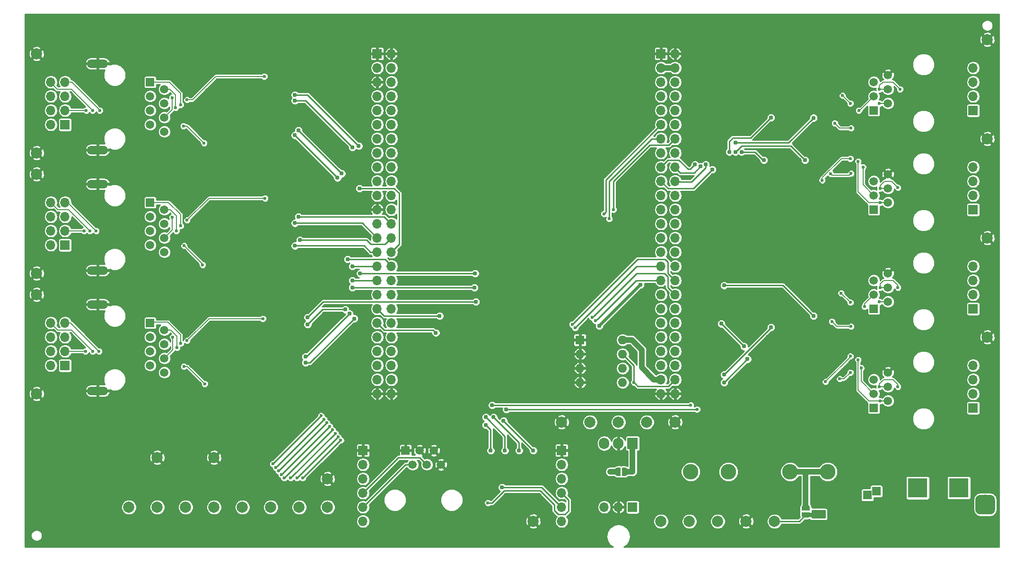
<source format=gbr>
G04 #@! TF.GenerationSoftware,KiCad,Pcbnew,5.0.2-bee76a0~70~ubuntu18.04.1*
G04 #@! TF.CreationDate,2019-06-21T08:31:23-07:00*
G04 #@! TF.ProjectId,aa-daughterboard-lvds,61612d64-6175-4676-9874-6572626f6172,rev?*
G04 #@! TF.SameCoordinates,Original*
G04 #@! TF.FileFunction,Copper,L4,Bot*
G04 #@! TF.FilePolarity,Positive*
%FSLAX46Y46*%
G04 Gerber Fmt 4.6, Leading zero omitted, Abs format (unit mm)*
G04 Created by KiCad (PCBNEW 5.0.2-bee76a0~70~ubuntu18.04.1) date Fri 21 Jun 2019 08:31:23 AM PDT*
%MOMM*%
%LPD*%
G01*
G04 APERTURE LIST*
G04 #@! TA.AperFunction,ComponentPad*
%ADD10R,1.905000X2.000000*%
G04 #@! TD*
G04 #@! TA.AperFunction,ComponentPad*
%ADD11O,1.905000X2.000000*%
G04 #@! TD*
G04 #@! TA.AperFunction,ComponentPad*
%ADD12R,1.600000X1.600000*%
G04 #@! TD*
G04 #@! TA.AperFunction,ComponentPad*
%ADD13C,1.600000*%
G04 #@! TD*
G04 #@! TA.AperFunction,ComponentPad*
%ADD14O,1.600000X1.600000*%
G04 #@! TD*
G04 #@! TA.AperFunction,ComponentPad*
%ADD15C,2.780000*%
G04 #@! TD*
G04 #@! TA.AperFunction,ComponentPad*
%ADD16C,2.000000*%
G04 #@! TD*
G04 #@! TA.AperFunction,ComponentPad*
%ADD17R,1.520000X1.520000*%
G04 #@! TD*
G04 #@! TA.AperFunction,ComponentPad*
%ADD18C,1.520000*%
G04 #@! TD*
G04 #@! TA.AperFunction,ComponentPad*
%ADD19C,3.500120*%
G04 #@! TD*
G04 #@! TA.AperFunction,ComponentPad*
%ADD20R,3.500120X3.500120*%
G04 #@! TD*
G04 #@! TA.AperFunction,ComponentPad*
%ADD21O,1.700000X1.700000*%
G04 #@! TD*
G04 #@! TA.AperFunction,ComponentPad*
%ADD22R,1.700000X1.700000*%
G04 #@! TD*
G04 #@! TA.AperFunction,ComponentPad*
%ADD23O,3.810000X1.524000*%
G04 #@! TD*
G04 #@! TA.AperFunction,Conductor*
%ADD24C,0.100000*%
G04 #@! TD*
G04 #@! TA.AperFunction,ComponentPad*
%ADD25C,3.500000*%
G04 #@! TD*
G04 #@! TA.AperFunction,ComponentPad*
%ADD26C,3.000000*%
G04 #@! TD*
G04 #@! TA.AperFunction,ComponentPad*
%ADD27R,3.500000X3.500000*%
G04 #@! TD*
G04 #@! TA.AperFunction,ComponentPad*
%ADD28C,0.900000*%
G04 #@! TD*
G04 #@! TA.AperFunction,ComponentPad*
%ADD29C,8.600000*%
G04 #@! TD*
G04 #@! TA.AperFunction,SMDPad,CuDef*
%ADD30C,0.500000*%
G04 #@! TD*
G04 #@! TA.AperFunction,ViaPad*
%ADD31C,0.787400*%
G04 #@! TD*
G04 #@! TA.AperFunction,ViaPad*
%ADD32C,0.600000*%
G04 #@! TD*
G04 #@! TA.AperFunction,Conductor*
%ADD33C,0.254000*%
G04 #@! TD*
G04 #@! TA.AperFunction,Conductor*
%ADD34C,1.016000*%
G04 #@! TD*
G04 #@! TA.AperFunction,Conductor*
%ADD35C,0.508000*%
G04 #@! TD*
G04 #@! TA.AperFunction,Conductor*
%ADD36C,0.152400*%
G04 #@! TD*
G04 APERTURE END LIST*
D10*
G04 #@! TO.P,U3,1*
G04 #@! TO.N,Net-(C4-Pad1)*
X162560000Y-128270000D03*
D11*
G04 #@! TO.P,U3,2*
G04 #@! TO.N,GND*
X160020000Y-128270000D03*
G04 #@! TO.P,U3,3*
G04 #@! TO.N,+5V*
X157480000Y-128270000D03*
G04 #@! TD*
D12*
G04 #@! TO.P,C1,1*
G04 #@! TO.N,Net-(C1-Pad1)*
X204597000Y-137541000D03*
D13*
G04 #@! TO.P,C1,2*
G04 #@! TO.N,GND*
X204597000Y-140041000D03*
D12*
G04 #@! TO.P,C1,1*
G04 #@! TO.N,Net-(C1-Pad1)*
X206197000Y-136870063D03*
D13*
G04 #@! TO.P,C1,2*
G04 #@! TO.N,GND*
X202997000Y-140711937D03*
G04 #@! TD*
D14*
G04 #@! TO.P,U1,8*
G04 #@! TO.N,/MEM_PWR*
X160782000Y-109728000D03*
G04 #@! TO.P,U1,4*
G04 #@! TO.N,GND*
X153162000Y-117348000D03*
G04 #@! TO.P,U1,7*
G04 #@! TO.N,/MEM_WP*
X160782000Y-112268000D03*
G04 #@! TO.P,U1,3*
G04 #@! TO.N,GND*
X153162000Y-114808000D03*
G04 #@! TO.P,U1,6*
G04 #@! TO.N,/I2C_SCL*
X160782000Y-114808000D03*
G04 #@! TO.P,U1,2*
G04 #@! TO.N,GND*
X153162000Y-112268000D03*
G04 #@! TO.P,U1,5*
G04 #@! TO.N,/I2C_SDA*
X160782000Y-117348000D03*
D12*
G04 #@! TO.P,U1,1*
G04 #@! TO.N,GND*
X153162000Y-109728000D03*
G04 #@! TD*
D15*
G04 #@! TO.P,F1,1*
G04 #@! TO.N,Net-(C4-Pad1)*
X172974000Y-133350000D03*
X179705000Y-133350000D03*
G04 #@! TO.P,F1,2*
G04 #@! TO.N,+12V*
X190754000Y-133350000D03*
X197485000Y-133350000D03*
G04 #@! TD*
D16*
G04 #@! TO.P,TP32,1*
G04 #@! TO.N,+5V*
X167640000Y-142240000D03*
G04 #@! TD*
D17*
G04 #@! TO.P,CN12,1*
G04 #@! TO.N,Net-(CN12-Pad1)*
X205740000Y-86360000D03*
D18*
G04 #@! TO.P,CN12,2*
G04 #@! TO.N,/TX_STALK_A_P*
X208280000Y-85090000D03*
G04 #@! TO.P,CN12,3*
G04 #@! TO.N,/TX_STALK_A_N*
X205740000Y-83820000D03*
G04 #@! TO.P,CN12,4*
G04 #@! TO.N,/PWM_CAP_A_P*
X208280000Y-82550000D03*
G04 #@! TO.P,CN12,5*
G04 #@! TO.N,/PWM_CAP_A_N*
X205740000Y-81280000D03*
G04 #@! TO.P,CN12,6*
G04 #@! TO.N,GND*
X208280000Y-80010000D03*
G04 #@! TD*
D17*
G04 #@! TO.P,CN11,1*
G04 #@! TO.N,Net-(CN11-Pad1)*
X205740000Y-104140000D03*
D18*
G04 #@! TO.P,CN11,2*
G04 #@! TO.N,/TX_STALK_B_P*
X208280000Y-102870000D03*
G04 #@! TO.P,CN11,3*
G04 #@! TO.N,/TX_STALK_B_N*
X205740000Y-101600000D03*
G04 #@! TO.P,CN11,4*
G04 #@! TO.N,/PWM_CAP_B_P*
X208280000Y-100330000D03*
G04 #@! TO.P,CN11,5*
G04 #@! TO.N,/PWM_CAP_B_N*
X205740000Y-99060000D03*
G04 #@! TO.P,CN11,6*
G04 #@! TO.N,GND*
X208280000Y-97790000D03*
G04 #@! TD*
D19*
G04 #@! TO.P,CN2,2*
G04 #@! TO.N,GND*
X213614000Y-141351000D03*
D20*
G04 #@! TO.P,CN2,1*
G04 #@! TO.N,Net-(C1-Pad1)*
X213614000Y-136271000D03*
G04 #@! TD*
D21*
G04 #@! TO.P,A1,P2_39*
G04 #@! TO.N,Net-(A1-PadP2_39)*
X167640000Y-106680000D03*
G04 #@! TO.P,A1,P2_48*
G04 #@! TO.N,/MEM_WP*
X170180000Y-116840000D03*
G04 #@! TO.P,A1,P2_49*
G04 #@! TO.N,GND*
X167640000Y-119380000D03*
G04 #@! TO.P,A1,P2_11*
G04 #@! TO.N,/TX_PANEL_2*
X167640000Y-71120000D03*
G04 #@! TO.P,A1,P2_38*
G04 #@! TO.N,Net-(A1-PadP2_38)*
X170180000Y-104140000D03*
G04 #@! TO.P,A1,P2_41*
G04 #@! TO.N,Net-(A1-PadP2_41)*
X167640000Y-109220000D03*
G04 #@! TO.P,A1,P2_32*
G04 #@! TO.N,Net-(A1-PadP2_32)*
X170180000Y-96520000D03*
G04 #@! TO.P,A1,P2_40*
G04 #@! TO.N,Net-(A1-PadP2_40)*
X170180000Y-106680000D03*
G04 #@! TO.P,A1,P2_4*
G04 #@! TO.N,+5V*
X170180000Y-60960000D03*
G04 #@! TO.P,A1,P2_30*
G04 #@! TO.N,Net-(A1-PadP2_30)*
X170180000Y-93980000D03*
G04 #@! TO.P,A1,P2_34*
G04 #@! TO.N,/DB_SYNC_2*
X170180000Y-99060000D03*
G04 #@! TO.P,A1,P2_18*
G04 #@! TO.N,/TX_STALK_B*
X170180000Y-78740000D03*
G04 #@! TO.P,A1,P2_10*
G04 #@! TO.N,Net-(A1-PadP2_10)*
X170180000Y-68580000D03*
G04 #@! TO.P,A1,P2_21*
G04 #@! TO.N,Net-(A1-PadP2_21)*
X167640000Y-83820000D03*
G04 #@! TO.P,A1,P2_42*
G04 #@! TO.N,Net-(A1-PadP2_42)*
X170180000Y-109220000D03*
G04 #@! TO.P,A1,P2_14*
G04 #@! TO.N,/TX_PANEL_1*
X170180000Y-73660000D03*
G04 #@! TO.P,A1,P2_25*
G04 #@! TO.N,Net-(A1-PadP2_25)*
X167640000Y-88900000D03*
G04 #@! TO.P,A1,P2_36*
G04 #@! TO.N,/DB_SYNC_0*
X170180000Y-101600000D03*
G04 #@! TO.P,A1,P2_47*
G04 #@! TO.N,/MEM_PWR*
X167640000Y-116840000D03*
G04 #@! TO.P,A1,P2_17*
G04 #@! TO.N,/TX_STALK_1*
X167640000Y-78740000D03*
G04 #@! TO.P,A1,P2_5*
G04 #@! TO.N,+3V*
X167640000Y-63500000D03*
G04 #@! TO.P,A1,P2_35*
G04 #@! TO.N,Net-(A1-PadP2_35)*
X167640000Y-101600000D03*
G04 #@! TO.P,A1,P2_16*
G04 #@! TO.N,/TX_STALK_2*
X170180000Y-76200000D03*
G04 #@! TO.P,A1,P2_2*
G04 #@! TO.N,GND*
X170180000Y-58420000D03*
G04 #@! TO.P,A1,P2_45*
G04 #@! TO.N,Net-(A1-PadP2_45)*
X167640000Y-114300000D03*
G04 #@! TO.P,A1,P2_46*
G04 #@! TO.N,/I2C_SDA*
X170180000Y-114300000D03*
G04 #@! TO.P,A1,P2_24*
G04 #@! TO.N,Net-(A1-PadP2_24)*
X170180000Y-86360000D03*
G04 #@! TO.P,A1,P2_44*
G04 #@! TO.N,Net-(A1-PadP2_44)*
X170180000Y-111760000D03*
G04 #@! TO.P,A1,P2_12*
G04 #@! TO.N,Net-(A1-PadP2_12)*
X170180000Y-71120000D03*
G04 #@! TO.P,A1,P2_31*
G04 #@! TO.N,/DB_SYNC_3*
X167640000Y-96520000D03*
G04 #@! TO.P,A1,P2_7*
G04 #@! TO.N,Net-(A1-PadP2_7)*
X167640000Y-66040000D03*
G04 #@! TO.P,A1,P2_19*
G04 #@! TO.N,/PWM_CAP_A*
X167640000Y-81280000D03*
G04 #@! TO.P,A1,P2_50*
G04 #@! TO.N,GND*
X170180000Y-119380000D03*
G04 #@! TO.P,A1,P2_33*
G04 #@! TO.N,/DB_SYNC_1*
X167640000Y-99060000D03*
G04 #@! TO.P,A1,P2_6*
G04 #@! TO.N,+3V*
X170180000Y-63500000D03*
G04 #@! TO.P,A1,P2_27*
G04 #@! TO.N,Net-(A1-PadP2_27)*
X167640000Y-91440000D03*
G04 #@! TO.P,A1,P2_3*
G04 #@! TO.N,+5V*
X167640000Y-60960000D03*
G04 #@! TO.P,A1,P2_43*
G04 #@! TO.N,/I2C_SCL*
X167640000Y-111760000D03*
G04 #@! TO.P,A1,P2_20*
G04 #@! TO.N,/PWM_CAP_2*
X170180000Y-81280000D03*
G04 #@! TO.P,A1,P2_37*
G04 #@! TO.N,Net-(A1-PadP2_37)*
X167640000Y-104140000D03*
G04 #@! TO.P,A1,P2_29*
G04 #@! TO.N,Net-(A1-PadP2_29)*
X167640000Y-93980000D03*
G04 #@! TO.P,A1,P2_28*
G04 #@! TO.N,Net-(A1-PadP2_28)*
X170180000Y-91440000D03*
G04 #@! TO.P,A1,P2_9*
G04 #@! TO.N,Net-(A1-PadP2_9)*
X167640000Y-68580000D03*
G04 #@! TO.P,A1,P2_26*
G04 #@! TO.N,Net-(A1-PadP2_26)*
X170180000Y-88900000D03*
G04 #@! TO.P,A1,P2_13*
G04 #@! TO.N,/TX_PANEL_0*
X167640000Y-73660000D03*
G04 #@! TO.P,A1,P2_8*
G04 #@! TO.N,Net-(A1-PadP2_8)*
X170180000Y-66040000D03*
D22*
G04 #@! TO.P,A1,P2_1*
G04 #@! TO.N,GND*
X167640000Y-58420000D03*
D21*
G04 #@! TO.P,A1,P2_22*
G04 #@! TO.N,Net-(A1-PadP2_22)*
X170180000Y-83820000D03*
G04 #@! TO.P,A1,P2_23*
G04 #@! TO.N,Net-(A1-PadP2_23)*
X167640000Y-86360000D03*
G04 #@! TO.P,A1,P2_15*
G04 #@! TO.N,/TX_STALK_A*
X167640000Y-76200000D03*
G04 #@! TO.P,A1,P1_50*
G04 #@! TO.N,GND*
X119380000Y-119380000D03*
G04 #@! TO.P,A1,P1_49*
X116840000Y-119380000D03*
G04 #@! TO.P,A1,P1_48*
G04 #@! TO.N,Net-(A1-PadP1_48)*
X119380000Y-116840000D03*
G04 #@! TO.P,A1,P1_47*
G04 #@! TO.N,/DB_BLUE*
X116840000Y-116840000D03*
G04 #@! TO.P,A1,P1_46*
G04 #@! TO.N,/DB_RED*
X119380000Y-114300000D03*
G04 #@! TO.P,A1,P1_45*
G04 #@! TO.N,/DB_ORANGE*
X116840000Y-114300000D03*
G04 #@! TO.P,A1,P1_44*
G04 #@! TO.N,/DB_GREEN*
X119380000Y-111760000D03*
G04 #@! TO.P,A1,P1_43*
G04 #@! TO.N,Net-(A1-PadP1_43)*
X116840000Y-111760000D03*
G04 #@! TO.P,A1,P1_42*
G04 #@! TO.N,Net-(A1-PadP1_42)*
X119380000Y-109220000D03*
G04 #@! TO.P,A1,P1_41*
G04 #@! TO.N,Net-(A1-PadP1_41)*
X116840000Y-109220000D03*
G04 #@! TO.P,A1,P1_40*
G04 #@! TO.N,Net-(A1-PadP1_40)*
X119380000Y-106680000D03*
G04 #@! TO.P,A1,P1_39*
G04 #@! TO.N,/PWM_CAP_B*
X116840000Y-106680000D03*
G04 #@! TO.P,A1,P1_38*
G04 #@! TO.N,Net-(A1-PadP1_38)*
X119380000Y-104140000D03*
G04 #@! TO.P,A1,P1_37*
G04 #@! TO.N,/PWM_CAP_1*
X116840000Y-104140000D03*
G04 #@! TO.P,A1,P1_36*
G04 #@! TO.N,Net-(A1-PadP1_36)*
X119380000Y-101600000D03*
G04 #@! TO.P,A1,P1_35*
G04 #@! TO.N,/RX_INPUT*
X116840000Y-101600000D03*
G04 #@! TO.P,A1,P1_34*
G04 #@! TO.N,/TX_INPUT*
X119380000Y-99060000D03*
G04 #@! TO.P,A1,P1_33*
G04 #@! TO.N,/TX_XP_3*
X116840000Y-99060000D03*
G04 #@! TO.P,A1,P1_32*
G04 #@! TO.N,/TX_XP_2*
X119380000Y-96520000D03*
G04 #@! TO.P,A1,P1_31*
G04 #@! TO.N,/TX_XP_1*
X116840000Y-96520000D03*
G04 #@! TO.P,A1,P1_30*
G04 #@! TO.N,/TX_XP_0*
X119380000Y-93980000D03*
G04 #@! TO.P,A1,P1_29*
G04 #@! TO.N,/TX_PANEL_7*
X116840000Y-93980000D03*
G04 #@! TO.P,A1,P1_28*
G04 #@! TO.N,/TX_PANEL_6*
X119380000Y-91440000D03*
G04 #@! TO.P,A1,P1_27*
G04 #@! TO.N,/TX_PANEL_5*
X116840000Y-91440000D03*
G04 #@! TO.P,A1,P1_26*
G04 #@! TO.N,/TX_PANEL_4*
X119380000Y-88900000D03*
G04 #@! TO.P,A1,P1_25*
G04 #@! TO.N,/TX_PANEL_3*
X116840000Y-88900000D03*
G04 #@! TO.P,A1,P1_24*
G04 #@! TO.N,Net-(A1-PadP1_24)*
X119380000Y-86360000D03*
G04 #@! TO.P,A1,P1_23*
G04 #@! TO.N,GND*
X116840000Y-86360000D03*
G04 #@! TO.P,A1,P1_22*
G04 #@! TO.N,Net-(A1-PadP1_22)*
X119380000Y-83820000D03*
G04 #@! TO.P,A1,P1_21*
G04 #@! TO.N,Net-(A1-PadP1_21)*
X116840000Y-83820000D03*
G04 #@! TO.P,A1,P1_20*
G04 #@! TO.N,Net-(A1-PadP1_20)*
X119380000Y-81280000D03*
G04 #@! TO.P,A1,P1_19*
G04 #@! TO.N,Net-(A1-PadP1_19)*
X116840000Y-81280000D03*
G04 #@! TO.P,A1,P1_18*
G04 #@! TO.N,Net-(A1-PadP1_18)*
X119380000Y-78740000D03*
G04 #@! TO.P,A1,P1_17*
G04 #@! TO.N,Net-(A1-PadP1_17)*
X116840000Y-78740000D03*
G04 #@! TO.P,A1,P1_16*
G04 #@! TO.N,Net-(A1-PadP1_16)*
X119380000Y-76200000D03*
G04 #@! TO.P,A1,P1_15*
G04 #@! TO.N,Net-(A1-PadP1_15)*
X116840000Y-76200000D03*
G04 #@! TO.P,A1,P1_14*
G04 #@! TO.N,/TX_DEBUG*
X119380000Y-73660000D03*
G04 #@! TO.P,A1,P1_13*
G04 #@! TO.N,/RX_DEBUG*
X116840000Y-73660000D03*
G04 #@! TO.P,A1,P1_12*
G04 #@! TO.N,Net-(A1-PadP1_12)*
X119380000Y-71120000D03*
G04 #@! TO.P,A1,P1_11*
G04 #@! TO.N,Net-(A1-PadP1_11)*
X116840000Y-71120000D03*
G04 #@! TO.P,A1,P1_10*
G04 #@! TO.N,Net-(A1-PadP1_10)*
X119380000Y-68580000D03*
G04 #@! TO.P,A1,P1_9*
G04 #@! TO.N,Net-(A1-PadP1_9)*
X116840000Y-68580000D03*
G04 #@! TO.P,A1,P1_8*
G04 #@! TO.N,Net-(A1-PadP1_8)*
X119380000Y-66040000D03*
G04 #@! TO.P,A1,P1_7*
G04 #@! TO.N,Net-(A1-PadP1_7)*
X116840000Y-66040000D03*
G04 #@! TO.P,A1,P1_6*
G04 #@! TO.N,/NRST*
X119380000Y-63500000D03*
G04 #@! TO.P,A1,P1_5*
G04 #@! TO.N,GND*
X116840000Y-63500000D03*
G04 #@! TO.P,A1,P1_4*
G04 #@! TO.N,Net-(A1-PadP1_4)*
X119380000Y-60960000D03*
G04 #@! TO.P,A1,P1_3*
G04 #@! TO.N,Net-(A1-PadP1_3)*
X116840000Y-60960000D03*
G04 #@! TO.P,A1,P1_2*
G04 #@! TO.N,GND*
X119380000Y-58420000D03*
D22*
G04 #@! TO.P,A1,P1_1*
X116840000Y-58420000D03*
G04 #@! TD*
D23*
G04 #@! TO.P,CN19,SH*
G04 #@! TO.N,GND*
X66802000Y-75692000D03*
X66802000Y-60198000D03*
D18*
G04 #@! TO.P,CN19,8*
G04 #@! TO.N,/TX_XP_3_P*
X78740000Y-72390000D03*
G04 #@! TO.P,CN19,7*
G04 #@! TO.N,/TX_XP_3_N*
X76200000Y-71120000D03*
D17*
G04 #@! TO.P,CN19,1*
G04 #@! TO.N,/TX_XP_2_N*
X76200000Y-63500000D03*
D18*
G04 #@! TO.P,CN19,2*
G04 #@! TO.N,/TX_XP_2_P*
X78740000Y-64770000D03*
G04 #@! TO.P,CN19,3*
G04 #@! TO.N,/TX_XP_1_N*
X76200000Y-66040000D03*
G04 #@! TO.P,CN19,4*
G04 #@! TO.N,/TX_XP_0_N*
X78740000Y-67310000D03*
G04 #@! TO.P,CN19,5*
G04 #@! TO.N,/TX_XP_0_P*
X76200000Y-68580000D03*
G04 #@! TO.P,CN19,6*
G04 #@! TO.N,/TX_XP_1_P*
X78740000Y-69850000D03*
G04 #@! TD*
D24*
G04 #@! TO.N,Net-(CN1-Pad3)*
G04 #@! TO.C,CN1*
G36*
X226640765Y-137494213D02*
X226725704Y-137506813D01*
X226808999Y-137527677D01*
X226889848Y-137556605D01*
X226967472Y-137593319D01*
X227041124Y-137637464D01*
X227110094Y-137688616D01*
X227173718Y-137746282D01*
X227231384Y-137809906D01*
X227282536Y-137878876D01*
X227326681Y-137952528D01*
X227363395Y-138030152D01*
X227392323Y-138111001D01*
X227413187Y-138194296D01*
X227425787Y-138279235D01*
X227430000Y-138365000D01*
X227430000Y-140115000D01*
X227425787Y-140200765D01*
X227413187Y-140285704D01*
X227392323Y-140368999D01*
X227363395Y-140449848D01*
X227326681Y-140527472D01*
X227282536Y-140601124D01*
X227231384Y-140670094D01*
X227173718Y-140733718D01*
X227110094Y-140791384D01*
X227041124Y-140842536D01*
X226967472Y-140886681D01*
X226889848Y-140923395D01*
X226808999Y-140952323D01*
X226725704Y-140973187D01*
X226640765Y-140985787D01*
X226555000Y-140990000D01*
X224805000Y-140990000D01*
X224719235Y-140985787D01*
X224634296Y-140973187D01*
X224551001Y-140952323D01*
X224470152Y-140923395D01*
X224392528Y-140886681D01*
X224318876Y-140842536D01*
X224249906Y-140791384D01*
X224186282Y-140733718D01*
X224128616Y-140670094D01*
X224077464Y-140601124D01*
X224033319Y-140527472D01*
X223996605Y-140449848D01*
X223967677Y-140368999D01*
X223946813Y-140285704D01*
X223934213Y-140200765D01*
X223930000Y-140115000D01*
X223930000Y-138365000D01*
X223934213Y-138279235D01*
X223946813Y-138194296D01*
X223967677Y-138111001D01*
X223996605Y-138030152D01*
X224033319Y-137952528D01*
X224077464Y-137878876D01*
X224128616Y-137809906D01*
X224186282Y-137746282D01*
X224249906Y-137688616D01*
X224318876Y-137637464D01*
X224392528Y-137593319D01*
X224470152Y-137556605D01*
X224551001Y-137527677D01*
X224634296Y-137506813D01*
X224719235Y-137494213D01*
X224805000Y-137490000D01*
X226555000Y-137490000D01*
X226640765Y-137494213D01*
X226640765Y-137494213D01*
G37*
D25*
G04 #@! TD*
G04 #@! TO.P,CN1,3*
G04 #@! TO.N,Net-(CN1-Pad3)*
X225680000Y-139240000D03*
D24*
G04 #@! TO.N,GND*
G04 #@! TO.C,CN1*
G36*
X222053513Y-140743611D02*
X222126318Y-140754411D01*
X222197714Y-140772295D01*
X222267013Y-140797090D01*
X222333548Y-140828559D01*
X222396678Y-140866398D01*
X222455795Y-140910242D01*
X222510330Y-140959670D01*
X222559758Y-141014205D01*
X222603602Y-141073322D01*
X222641441Y-141136452D01*
X222672910Y-141202987D01*
X222697705Y-141272286D01*
X222715589Y-141343682D01*
X222726389Y-141416487D01*
X222730000Y-141490000D01*
X222730000Y-142990000D01*
X222726389Y-143063513D01*
X222715589Y-143136318D01*
X222697705Y-143207714D01*
X222672910Y-143277013D01*
X222641441Y-143343548D01*
X222603602Y-143406678D01*
X222559758Y-143465795D01*
X222510330Y-143520330D01*
X222455795Y-143569758D01*
X222396678Y-143613602D01*
X222333548Y-143651441D01*
X222267013Y-143682910D01*
X222197714Y-143707705D01*
X222126318Y-143725589D01*
X222053513Y-143736389D01*
X221980000Y-143740000D01*
X219980000Y-143740000D01*
X219906487Y-143736389D01*
X219833682Y-143725589D01*
X219762286Y-143707705D01*
X219692987Y-143682910D01*
X219626452Y-143651441D01*
X219563322Y-143613602D01*
X219504205Y-143569758D01*
X219449670Y-143520330D01*
X219400242Y-143465795D01*
X219356398Y-143406678D01*
X219318559Y-143343548D01*
X219287090Y-143277013D01*
X219262295Y-143207714D01*
X219244411Y-143136318D01*
X219233611Y-143063513D01*
X219230000Y-142990000D01*
X219230000Y-141490000D01*
X219233611Y-141416487D01*
X219244411Y-141343682D01*
X219262295Y-141272286D01*
X219287090Y-141202987D01*
X219318559Y-141136452D01*
X219356398Y-141073322D01*
X219400242Y-141014205D01*
X219449670Y-140959670D01*
X219504205Y-140910242D01*
X219563322Y-140866398D01*
X219626452Y-140828559D01*
X219692987Y-140797090D01*
X219762286Y-140772295D01*
X219833682Y-140754411D01*
X219906487Y-140743611D01*
X219980000Y-140740000D01*
X221980000Y-140740000D01*
X222053513Y-140743611D01*
X222053513Y-140743611D01*
G37*
D26*
G04 #@! TD*
G04 #@! TO.P,CN1,2*
G04 #@! TO.N,GND*
X220980000Y-142240000D03*
D27*
G04 #@! TO.P,CN1,1*
G04 #@! TO.N,Net-(C1-Pad1)*
X220980000Y-136240000D03*
G04 #@! TD*
D21*
G04 #@! TO.P,CN4,6*
G04 #@! TO.N,Net-(CN4-Pad6)*
X149860000Y-142240000D03*
G04 #@! TO.P,CN4,5*
G04 #@! TO.N,/TX_DEBUG_S*
X149860000Y-139700000D03*
G04 #@! TO.P,CN4,4*
G04 #@! TO.N,/RX_DEBUG_S*
X149860000Y-137160000D03*
G04 #@! TO.P,CN4,3*
G04 #@! TO.N,Net-(CN4-Pad3)*
X149860000Y-134620000D03*
G04 #@! TO.P,CN4,2*
G04 #@! TO.N,Net-(CN4-Pad2)*
X149860000Y-132080000D03*
D22*
G04 #@! TO.P,CN4,1*
G04 #@! TO.N,GND*
X149860000Y-129540000D03*
G04 #@! TD*
D21*
G04 #@! TO.P,CN3,6*
G04 #@! TO.N,Net-(CN3-Pad6)*
X114300000Y-142240000D03*
G04 #@! TO.P,CN3,5*
G04 #@! TO.N,/TX_INPUT_S*
X114300000Y-139700000D03*
G04 #@! TO.P,CN3,4*
G04 #@! TO.N,/RX_INPUT_S*
X114300000Y-137160000D03*
G04 #@! TO.P,CN3,3*
G04 #@! TO.N,Net-(CN3-Pad3)*
X114300000Y-134620000D03*
G04 #@! TO.P,CN3,2*
G04 #@! TO.N,Net-(CN3-Pad2)*
X114300000Y-132080000D03*
D22*
G04 #@! TO.P,CN3,1*
G04 #@! TO.N,GND*
X114300000Y-129540000D03*
G04 #@! TD*
D16*
G04 #@! TO.P,TP13,1*
G04 #@! TO.N,/DB_ORANGE*
X77470000Y-139700000D03*
G04 #@! TD*
G04 #@! TO.P,TP6,1*
G04 #@! TO.N,Net-(C1-Pad1)*
X187960000Y-142240000D03*
G04 #@! TD*
G04 #@! TO.P,TP1,1*
G04 #@! TO.N,GND*
X77470000Y-130810000D03*
G04 #@! TD*
G04 #@! TO.P,TP2,1*
G04 #@! TO.N,GND*
X87630000Y-130810000D03*
G04 #@! TD*
G04 #@! TO.P,TP3,1*
G04 #@! TO.N,GND*
X226060000Y-91440000D03*
G04 #@! TD*
G04 #@! TO.P,TP4,1*
G04 #@! TO.N,GND*
X226060000Y-73660000D03*
G04 #@! TD*
G04 #@! TO.P,TP14,1*
G04 #@! TO.N,/DB_RED*
X82550000Y-139700000D03*
G04 #@! TD*
G04 #@! TO.P,TP31,1*
G04 #@! TO.N,Net-(C4-Pad1)*
X172720000Y-142240000D03*
G04 #@! TD*
G04 #@! TO.P,TP12,1*
G04 #@! TO.N,/DB_GREEN*
X72390000Y-139700000D03*
G04 #@! TD*
G04 #@! TO.P,TP5,1*
G04 #@! TO.N,GND*
X182880000Y-142240000D03*
G04 #@! TD*
G04 #@! TO.P,TP7,1*
G04 #@! TO.N,/MEM_WP*
X165100000Y-124460000D03*
G04 #@! TD*
G04 #@! TO.P,TP8,1*
G04 #@! TO.N,GND*
X55880000Y-119380000D03*
G04 #@! TD*
G04 #@! TO.P,TP11,1*
G04 #@! TO.N,/I2C_SCL*
X154940000Y-124460000D03*
G04 #@! TD*
G04 #@! TO.P,TP10,1*
G04 #@! TO.N,/I2C_SDA*
X160020000Y-124460000D03*
G04 #@! TD*
G04 #@! TO.P,TP9,1*
G04 #@! TO.N,GND*
X55880000Y-101600000D03*
G04 #@! TD*
G04 #@! TO.P,TP16,1*
G04 #@! TO.N,/DB_SYNC_0*
X92710000Y-139700000D03*
G04 #@! TD*
G04 #@! TO.P,TP24,1*
G04 #@! TO.N,GND*
X55880000Y-97790000D03*
G04 #@! TD*
G04 #@! TO.P,TP17,1*
G04 #@! TO.N,/DB_SYNC_1*
X97790000Y-139700000D03*
G04 #@! TD*
G04 #@! TO.P,TP18,1*
G04 #@! TO.N,/DB_SYNC_2*
X102870000Y-139700000D03*
G04 #@! TD*
G04 #@! TO.P,TP19,1*
G04 #@! TO.N,/DB_SYNC_3*
X107950000Y-139700000D03*
G04 #@! TD*
G04 #@! TO.P,TP20,1*
G04 #@! TO.N,GND*
X170180000Y-124460000D03*
G04 #@! TD*
G04 #@! TO.P,TP21,1*
G04 #@! TO.N,GND*
X149860000Y-124460000D03*
G04 #@! TD*
G04 #@! TO.P,TP23,1*
G04 #@! TO.N,GND*
X226060000Y-55880000D03*
G04 #@! TD*
G04 #@! TO.P,TP25,1*
G04 #@! TO.N,GND*
X55880000Y-76200000D03*
G04 #@! TD*
G04 #@! TO.P,TP26,1*
G04 #@! TO.N,GND*
X55880000Y-80010000D03*
G04 #@! TD*
G04 #@! TO.P,TP27,1*
G04 #@! TO.N,GND*
X55880000Y-58420000D03*
G04 #@! TD*
G04 #@! TO.P,TP28,1*
G04 #@! TO.N,GND*
X107950000Y-134620000D03*
G04 #@! TD*
G04 #@! TO.P,TP29,1*
G04 #@! TO.N,GND*
X144780000Y-142240000D03*
G04 #@! TD*
G04 #@! TO.P,TP15,1*
G04 #@! TO.N,/DB_BLUE*
X87630000Y-139700000D03*
G04 #@! TD*
G04 #@! TO.P,TP22,1*
G04 #@! TO.N,GND*
X226060000Y-109220000D03*
G04 #@! TD*
G04 #@! TO.P,TP30,1*
G04 #@! TO.N,+12V*
X177800000Y-142240000D03*
G04 #@! TD*
D28*
G04 #@! TO.P,H2,1*
G04 #@! TO.N,GND*
X106939581Y-58679581D03*
X105995000Y-60960000D03*
X106939581Y-63240419D03*
X109220000Y-64185000D03*
X111500419Y-63240419D03*
X112445000Y-60960000D03*
X111500419Y-58679581D03*
X109220000Y-57735000D03*
D29*
X109220000Y-60960000D03*
G04 #@! TD*
D28*
G04 #@! TO.P,H3,1*
G04 #@! TO.N,GND*
X195839581Y-122179581D03*
X194895000Y-124460000D03*
X195839581Y-126740419D03*
X198120000Y-127685000D03*
X200400419Y-126740419D03*
X201345000Y-124460000D03*
X200400419Y-122179581D03*
X198120000Y-121235000D03*
D29*
X198120000Y-124460000D03*
G04 #@! TD*
D28*
G04 #@! TO.P,H1,1*
G04 #@! TO.N,GND*
X81539581Y-122179581D03*
X80595000Y-124460000D03*
X81539581Y-126740419D03*
X83820000Y-127685000D03*
X86100419Y-126740419D03*
X87045000Y-124460000D03*
X86100419Y-122179581D03*
X83820000Y-121235000D03*
D29*
X83820000Y-124460000D03*
G04 #@! TD*
D28*
G04 #@! TO.P,H4,1*
G04 #@! TO.N,GND*
X175519581Y-58679581D03*
X174575000Y-60960000D03*
X175519581Y-63240419D03*
X177800000Y-64185000D03*
X180080419Y-63240419D03*
X181025000Y-60960000D03*
X180080419Y-58679581D03*
X177800000Y-57735000D03*
D29*
X177800000Y-60960000D03*
G04 #@! TD*
D17*
G04 #@! TO.P,CN13,1*
G04 #@! TO.N,Net-(CN13-Pad1)*
X205740000Y-68580000D03*
D18*
G04 #@! TO.P,CN13,2*
G04 #@! TO.N,/TX_STALK_2_P*
X208280000Y-67310000D03*
G04 #@! TO.P,CN13,3*
G04 #@! TO.N,/TX_STALK_2_N*
X205740000Y-66040000D03*
G04 #@! TO.P,CN13,4*
G04 #@! TO.N,/PWM_CAP_2_P*
X208280000Y-64770000D03*
G04 #@! TO.P,CN13,5*
G04 #@! TO.N,/PWM_CAP_2_N*
X205740000Y-63500000D03*
G04 #@! TO.P,CN13,6*
G04 #@! TO.N,GND*
X208280000Y-62230000D03*
G04 #@! TD*
D23*
G04 #@! TO.P,CN18,SH*
G04 #@! TO.N,GND*
X66802000Y-97282000D03*
X66802000Y-81788000D03*
D18*
G04 #@! TO.P,CN18,8*
G04 #@! TO.N,/TX_PANEL_7_P*
X78740000Y-93980000D03*
G04 #@! TO.P,CN18,7*
G04 #@! TO.N,/TX_PANEL_7_N*
X76200000Y-92710000D03*
D17*
G04 #@! TO.P,CN18,1*
G04 #@! TO.N,/TX_PANEL_6_N*
X76200000Y-85090000D03*
D18*
G04 #@! TO.P,CN18,2*
G04 #@! TO.N,/TX_PANEL_6_P*
X78740000Y-86360000D03*
G04 #@! TO.P,CN18,3*
G04 #@! TO.N,/TX_PANEL_5_N*
X76200000Y-87630000D03*
G04 #@! TO.P,CN18,4*
G04 #@! TO.N,/TX_PANEL_4_N*
X78740000Y-88900000D03*
G04 #@! TO.P,CN18,5*
G04 #@! TO.N,/TX_PANEL_4_P*
X76200000Y-90170000D03*
G04 #@! TO.P,CN18,6*
G04 #@! TO.N,/TX_PANEL_5_P*
X78740000Y-91440000D03*
G04 #@! TD*
D21*
G04 #@! TO.P,CN15,8*
G04 #@! TO.N,/TX_PANEL_7_N*
X58420000Y-85090000D03*
G04 #@! TO.P,CN15,7*
G04 #@! TO.N,/TX_PANEL_7_P*
X60960000Y-85090000D03*
G04 #@! TO.P,CN15,6*
G04 #@! TO.N,/TX_PANEL_6_N*
X58420000Y-87630000D03*
G04 #@! TO.P,CN15,5*
G04 #@! TO.N,/TX_PANEL_6_P*
X60960000Y-87630000D03*
G04 #@! TO.P,CN15,4*
G04 #@! TO.N,/TX_PANEL_5_N*
X58420000Y-90170000D03*
G04 #@! TO.P,CN15,3*
G04 #@! TO.N,/TX_PANEL_5_P*
X60960000Y-90170000D03*
G04 #@! TO.P,CN15,2*
G04 #@! TO.N,/TX_PANEL_4_N*
X58420000Y-92710000D03*
D22*
G04 #@! TO.P,CN15,1*
G04 #@! TO.N,/TX_PANEL_4_P*
X60960000Y-92710000D03*
G04 #@! TD*
D21*
G04 #@! TO.P,CN16,8*
G04 #@! TO.N,/TX_XP_3_N*
X58420000Y-63500000D03*
G04 #@! TO.P,CN16,7*
G04 #@! TO.N,/TX_XP_3_P*
X60960000Y-63500000D03*
G04 #@! TO.P,CN16,6*
G04 #@! TO.N,/TX_XP_2_N*
X58420000Y-66040000D03*
G04 #@! TO.P,CN16,5*
G04 #@! TO.N,/TX_XP_2_P*
X60960000Y-66040000D03*
G04 #@! TO.P,CN16,4*
G04 #@! TO.N,/TX_XP_1_N*
X58420000Y-68580000D03*
G04 #@! TO.P,CN16,3*
G04 #@! TO.N,/TX_XP_1_P*
X60960000Y-68580000D03*
G04 #@! TO.P,CN16,2*
G04 #@! TO.N,/TX_XP_0_N*
X58420000Y-71120000D03*
D22*
G04 #@! TO.P,CN16,1*
G04 #@! TO.N,/TX_XP_0_P*
X60960000Y-71120000D03*
G04 #@! TD*
D21*
G04 #@! TO.P,CN14,8*
G04 #@! TO.N,/TX_PANEL_3_N*
X58420000Y-106680000D03*
G04 #@! TO.P,CN14,7*
G04 #@! TO.N,/TX_PANEL_3_P*
X60960000Y-106680000D03*
G04 #@! TO.P,CN14,6*
G04 #@! TO.N,/TX_PANEL_2_N*
X58420000Y-109220000D03*
G04 #@! TO.P,CN14,5*
G04 #@! TO.N,/TX_PANEL_2_P*
X60960000Y-109220000D03*
G04 #@! TO.P,CN14,4*
G04 #@! TO.N,/TX_PANEL_1_N*
X58420000Y-111760000D03*
G04 #@! TO.P,CN14,3*
G04 #@! TO.N,/TX_PANEL_1_P*
X60960000Y-111760000D03*
G04 #@! TO.P,CN14,2*
G04 #@! TO.N,/TX_PANEL_0_N*
X58420000Y-114300000D03*
D22*
G04 #@! TO.P,CN14,1*
G04 #@! TO.N,/TX_PANEL_0_P*
X60960000Y-114300000D03*
G04 #@! TD*
D17*
G04 #@! TO.P,CN5,1*
G04 #@! TO.N,GND*
X121920000Y-129540000D03*
D18*
G04 #@! TO.P,CN5,2*
G04 #@! TO.N,/TX_INPUT_S*
X123190000Y-132080000D03*
G04 #@! TO.P,CN5,3*
G04 #@! TO.N,GND*
X124460000Y-129540000D03*
G04 #@! TO.P,CN5,4*
G04 #@! TO.N,/RX_INPUT_S*
X125730000Y-132080000D03*
G04 #@! TO.P,CN5,5*
G04 #@! TO.N,GND*
X127000000Y-129540000D03*
G04 #@! TO.P,CN5,6*
X128270000Y-132080000D03*
G04 #@! TD*
D17*
G04 #@! TO.P,CN10,1*
G04 #@! TO.N,Net-(CN10-Pad1)*
X205740000Y-121920000D03*
D18*
G04 #@! TO.P,CN10,2*
G04 #@! TO.N,/TX_STALK_1_P*
X208280000Y-120650000D03*
G04 #@! TO.P,CN10,3*
G04 #@! TO.N,/TX_STALK_1_N*
X205740000Y-119380000D03*
G04 #@! TO.P,CN10,4*
G04 #@! TO.N,/PWM_CAP_1_P*
X208280000Y-118110000D03*
G04 #@! TO.P,CN10,5*
G04 #@! TO.N,/PWM_CAP_1_N*
X205740000Y-116840000D03*
G04 #@! TO.P,CN10,6*
G04 #@! TO.N,GND*
X208280000Y-115570000D03*
G04 #@! TD*
D23*
G04 #@! TO.P,CN17,SH*
G04 #@! TO.N,GND*
X66802000Y-118872000D03*
X66802000Y-103378000D03*
D18*
G04 #@! TO.P,CN17,8*
G04 #@! TO.N,/TX_PANEL_3_P*
X78740000Y-115570000D03*
G04 #@! TO.P,CN17,7*
G04 #@! TO.N,/TX_PANEL_3_N*
X76200000Y-114300000D03*
D17*
G04 #@! TO.P,CN17,1*
G04 #@! TO.N,/TX_PANEL_2_N*
X76200000Y-106680000D03*
D18*
G04 #@! TO.P,CN17,2*
G04 #@! TO.N,/TX_PANEL_2_P*
X78740000Y-107950000D03*
G04 #@! TO.P,CN17,3*
G04 #@! TO.N,/TX_PANEL_1_N*
X76200000Y-109220000D03*
G04 #@! TO.P,CN17,4*
G04 #@! TO.N,/TX_PANEL_0_N*
X78740000Y-110490000D03*
G04 #@! TO.P,CN17,5*
G04 #@! TO.N,/TX_PANEL_0_P*
X76200000Y-111760000D03*
G04 #@! TO.P,CN17,6*
G04 #@! TO.N,/TX_PANEL_1_P*
X78740000Y-113030000D03*
G04 #@! TD*
D21*
G04 #@! TO.P,CN6,4*
G04 #@! TO.N,/PWM_CAP_1_N*
X223520000Y-114300000D03*
G04 #@! TO.P,CN6,3*
G04 #@! TO.N,/PWM_CAP_1_P*
X223520000Y-116840000D03*
G04 #@! TO.P,CN6,2*
G04 #@! TO.N,/TX_STALK_1_N*
X223520000Y-119380000D03*
D22*
G04 #@! TO.P,CN6,1*
G04 #@! TO.N,/TX_STALK_1_P*
X223520000Y-121920000D03*
G04 #@! TD*
D21*
G04 #@! TO.P,CN7,4*
G04 #@! TO.N,/PWM_CAP_B_N*
X223520000Y-96520000D03*
G04 #@! TO.P,CN7,3*
G04 #@! TO.N,/PWM_CAP_B_P*
X223520000Y-99060000D03*
G04 #@! TO.P,CN7,2*
G04 #@! TO.N,/TX_STALK_B_N*
X223520000Y-101600000D03*
D22*
G04 #@! TO.P,CN7,1*
G04 #@! TO.N,/TX_STALK_B_P*
X223520000Y-104140000D03*
G04 #@! TD*
D21*
G04 #@! TO.P,CN8,4*
G04 #@! TO.N,/PWM_CAP_A_N*
X223520000Y-78740000D03*
G04 #@! TO.P,CN8,3*
G04 #@! TO.N,/PWM_CAP_A_P*
X223520000Y-81280000D03*
G04 #@! TO.P,CN8,2*
G04 #@! TO.N,/TX_STALK_A_N*
X223520000Y-83820000D03*
D22*
G04 #@! TO.P,CN8,1*
G04 #@! TO.N,/TX_STALK_A_P*
X223520000Y-86360000D03*
G04 #@! TD*
D21*
G04 #@! TO.P,CN9,4*
G04 #@! TO.N,/PWM_CAP_2_N*
X223520000Y-60960000D03*
G04 #@! TO.P,CN9,3*
G04 #@! TO.N,/PWM_CAP_2_P*
X223520000Y-63500000D03*
G04 #@! TO.P,CN9,2*
G04 #@! TO.N,/TX_STALK_2_N*
X223520000Y-66040000D03*
D22*
G04 #@! TO.P,CN9,1*
G04 #@! TO.N,/TX_STALK_2_P*
X223520000Y-68580000D03*
G04 #@! TD*
D30*
G04 #@! TO.P,JP7,1*
G04 #@! TO.N,Net-(C4-Pad1)*
X161178000Y-133350000D03*
D24*
G04 #@! TD*
G04 #@! TO.N,Net-(C4-Pad1)*
G04 #@! TO.C,JP7*
G36*
X160678000Y-132600000D02*
X161178000Y-132600000D01*
X161178000Y-132600602D01*
X161202534Y-132600602D01*
X161251365Y-132605412D01*
X161299490Y-132614984D01*
X161346445Y-132629228D01*
X161391778Y-132648005D01*
X161435051Y-132671136D01*
X161475850Y-132698396D01*
X161513779Y-132729524D01*
X161548476Y-132764221D01*
X161579604Y-132802150D01*
X161606864Y-132842949D01*
X161629995Y-132886222D01*
X161648772Y-132931555D01*
X161663016Y-132978510D01*
X161672588Y-133026635D01*
X161677398Y-133075466D01*
X161677398Y-133100000D01*
X161678000Y-133100000D01*
X161678000Y-133600000D01*
X161677398Y-133600000D01*
X161677398Y-133624534D01*
X161672588Y-133673365D01*
X161663016Y-133721490D01*
X161648772Y-133768445D01*
X161629995Y-133813778D01*
X161606864Y-133857051D01*
X161579604Y-133897850D01*
X161548476Y-133935779D01*
X161513779Y-133970476D01*
X161475850Y-134001604D01*
X161435051Y-134028864D01*
X161391778Y-134051995D01*
X161346445Y-134070772D01*
X161299490Y-134085016D01*
X161251365Y-134094588D01*
X161202534Y-134099398D01*
X161178000Y-134099398D01*
X161178000Y-134100000D01*
X160678000Y-134100000D01*
X160678000Y-132600000D01*
X160678000Y-132600000D01*
G37*
D30*
G04 #@! TO.P,JP7,2*
G04 #@! TO.N,+5V*
X159878000Y-133350000D03*
D24*
G04 #@! TD*
G04 #@! TO.N,+5V*
G04 #@! TO.C,JP7*
G36*
X159878000Y-134099398D02*
X159853466Y-134099398D01*
X159804635Y-134094588D01*
X159756510Y-134085016D01*
X159709555Y-134070772D01*
X159664222Y-134051995D01*
X159620949Y-134028864D01*
X159580150Y-134001604D01*
X159542221Y-133970476D01*
X159507524Y-133935779D01*
X159476396Y-133897850D01*
X159449136Y-133857051D01*
X159426005Y-133813778D01*
X159407228Y-133768445D01*
X159392984Y-133721490D01*
X159383412Y-133673365D01*
X159378602Y-133624534D01*
X159378602Y-133600000D01*
X159378000Y-133600000D01*
X159378000Y-133100000D01*
X159378602Y-133100000D01*
X159378602Y-133075466D01*
X159383412Y-133026635D01*
X159392984Y-132978510D01*
X159407228Y-132931555D01*
X159426005Y-132886222D01*
X159449136Y-132842949D01*
X159476396Y-132802150D01*
X159507524Y-132764221D01*
X159542221Y-132729524D01*
X159580150Y-132698396D01*
X159620949Y-132671136D01*
X159664222Y-132648005D01*
X159709555Y-132629228D01*
X159756510Y-132614984D01*
X159804635Y-132605412D01*
X159853466Y-132600602D01*
X159878000Y-132600602D01*
X159878000Y-132600000D01*
X160378000Y-132600000D01*
X160378000Y-134100000D01*
X159878000Y-134100000D01*
X159878000Y-134099398D01*
X159878000Y-134099398D01*
G37*
D30*
G04 #@! TO.P,JP5,2*
G04 #@! TO.N,+12V*
X193548000Y-139812000D03*
D24*
G04 #@! TD*
G04 #@! TO.N,+12V*
G04 #@! TO.C,JP5*
G36*
X192798602Y-139812000D02*
X192798602Y-139787466D01*
X192803412Y-139738635D01*
X192812984Y-139690510D01*
X192827228Y-139643555D01*
X192846005Y-139598222D01*
X192869136Y-139554949D01*
X192896396Y-139514150D01*
X192927524Y-139476221D01*
X192962221Y-139441524D01*
X193000150Y-139410396D01*
X193040949Y-139383136D01*
X193084222Y-139360005D01*
X193129555Y-139341228D01*
X193176510Y-139326984D01*
X193224635Y-139317412D01*
X193273466Y-139312602D01*
X193298000Y-139312602D01*
X193298000Y-139312000D01*
X193798000Y-139312000D01*
X193798000Y-139312602D01*
X193822534Y-139312602D01*
X193871365Y-139317412D01*
X193919490Y-139326984D01*
X193966445Y-139341228D01*
X194011778Y-139360005D01*
X194055051Y-139383136D01*
X194095850Y-139410396D01*
X194133779Y-139441524D01*
X194168476Y-139476221D01*
X194199604Y-139514150D01*
X194226864Y-139554949D01*
X194249995Y-139598222D01*
X194268772Y-139643555D01*
X194283016Y-139690510D01*
X194292588Y-139738635D01*
X194297398Y-139787466D01*
X194297398Y-139812000D01*
X194298000Y-139812000D01*
X194298000Y-140312000D01*
X192798000Y-140312000D01*
X192798000Y-139812000D01*
X192798602Y-139812000D01*
X192798602Y-139812000D01*
G37*
D30*
G04 #@! TO.P,JP5,1*
G04 #@! TO.N,Net-(C1-Pad1)*
X193548000Y-141112000D03*
D24*
G04 #@! TD*
G04 #@! TO.N,Net-(C1-Pad1)*
G04 #@! TO.C,JP5*
G36*
X194298000Y-140612000D02*
X194298000Y-141112000D01*
X194297398Y-141112000D01*
X194297398Y-141136534D01*
X194292588Y-141185365D01*
X194283016Y-141233490D01*
X194268772Y-141280445D01*
X194249995Y-141325778D01*
X194226864Y-141369051D01*
X194199604Y-141409850D01*
X194168476Y-141447779D01*
X194133779Y-141482476D01*
X194095850Y-141513604D01*
X194055051Y-141540864D01*
X194011778Y-141563995D01*
X193966445Y-141582772D01*
X193919490Y-141597016D01*
X193871365Y-141606588D01*
X193822534Y-141611398D01*
X193798000Y-141611398D01*
X193798000Y-141612000D01*
X193298000Y-141612000D01*
X193298000Y-141611398D01*
X193273466Y-141611398D01*
X193224635Y-141606588D01*
X193176510Y-141597016D01*
X193129555Y-141582772D01*
X193084222Y-141563995D01*
X193040949Y-141540864D01*
X193000150Y-141513604D01*
X192962221Y-141482476D01*
X192927524Y-141447779D01*
X192896396Y-141409850D01*
X192869136Y-141369051D01*
X192846005Y-141325778D01*
X192827228Y-141280445D01*
X192812984Y-141233490D01*
X192803412Y-141185365D01*
X192798602Y-141136534D01*
X192798602Y-141112000D01*
X192798000Y-141112000D01*
X192798000Y-140612000D01*
X194298000Y-140612000D01*
X194298000Y-140612000D01*
G37*
D21*
G04 #@! TO.P,U3_ALT,3*
G04 #@! TO.N,+5V*
X157480000Y-139700000D03*
G04 #@! TO.P,U3_ALT,2*
G04 #@! TO.N,GND*
X160020000Y-139700000D03*
D22*
G04 #@! TO.P,U3_ALT,1*
G04 #@! TO.N,Net-(C4-Pad1)*
X162560000Y-139700000D03*
G04 #@! TD*
D31*
G04 #@! TO.N,GND*
X200660000Y-68071990D03*
X202280298Y-73998116D03*
X202280298Y-73236116D03*
X200660000Y-114935000D03*
X90170000Y-137922000D03*
X95250000Y-137922000D03*
X100330000Y-137922000D03*
X74930000Y-137922000D03*
X80010000Y-137922000D03*
X85090000Y-137922000D03*
X202261464Y-109543742D03*
X202261464Y-108703539D03*
X189992000Y-113030000D03*
X186182000Y-101854000D03*
X195072000Y-113030000D03*
X191262000Y-105410000D03*
X200649562Y-103510219D03*
X191135000Y-69850000D03*
X189865000Y-77470000D03*
X186944000Y-67056000D03*
X97663000Y-96901000D03*
X93472000Y-93853000D03*
X94742000Y-86487000D03*
X89662000Y-86487000D03*
X93345000Y-72263000D03*
X94615000Y-64643000D03*
X89535000Y-64643000D03*
X94615000Y-107950000D03*
X89535000Y-107950000D03*
X93345000Y-115570000D03*
X83820000Y-84455000D03*
X83819998Y-74295000D03*
X83820000Y-62865004D03*
X84074000Y-90170000D03*
X83820000Y-95885000D03*
X83820000Y-106045000D03*
X84074000Y-68580000D03*
X84074000Y-111760000D03*
X83820000Y-117475000D03*
X194995813Y-77470000D03*
X97536000Y-75184000D03*
X97536000Y-118491000D03*
X194389665Y-142382903D03*
D32*
X166369998Y-136906000D03*
X177165000Y-138556992D03*
D31*
X135382000Y-137160000D03*
X159258000Y-106553000D03*
X159258000Y-107823000D03*
X138938000Y-139065000D03*
X140716000Y-139065000D03*
X136777497Y-137272082D03*
D32*
X201295000Y-139192000D03*
X201295000Y-139954000D03*
X201295000Y-140716000D03*
D31*
X200738888Y-78706291D03*
X166878000Y-130556000D03*
X167894000Y-130556000D03*
X159188700Y-107188000D03*
D32*
G04 #@! TO.N,/DB_SYNC_1*
X101346000Y-134493000D03*
X109340887Y-126481812D03*
X155884590Y-106298998D03*
G04 #@! TO.N,/DB_SYNC_0*
X108839000Y-125857000D03*
X100203000Y-134493000D03*
X155349706Y-105692704D03*
G04 #@! TO.N,/DB_BLUE*
X99695000Y-133858000D03*
X108331004Y-125222000D03*
G04 #@! TO.N,/DB_RED*
X99187000Y-133223000D03*
X107823000Y-124586996D03*
G04 #@! TO.N,/DB_ORANGE*
X98679000Y-132588000D03*
X107315000Y-123952000D03*
G04 #@! TO.N,/DB_GREEN*
X98171000Y-131953000D03*
X106807000Y-123316992D03*
D31*
G04 #@! TO.N,+5V*
X158512000Y-133350000D03*
G04 #@! TO.N,+3V*
X156591000Y-107188000D03*
X163957000Y-99822000D03*
D32*
G04 #@! TO.N,/MEM_WP*
X162814000Y-117348000D03*
D31*
G04 #@! TO.N,/RX_DEBUG*
X139700000Y-129539996D03*
X136271000Y-123571000D03*
G04 #@! TO.N,/TX_DEBUG*
X142240000Y-129539996D03*
X137668000Y-123571000D03*
G04 #@! TO.N,/TX_PANEL_3*
X112726271Y-105891326D03*
X104012994Y-113792000D03*
G04 #@! TO.N,/TX_PANEL_4*
X102743004Y-87630000D03*
G04 #@! TO.N,/TX_PANEL_5*
X102108000Y-88773000D03*
G04 #@! TO.N,/TX_PANEL_6*
X102997000Y-91821000D03*
G04 #@! TO.N,/TX_PANEL_7*
X102108002Y-92837000D03*
G04 #@! TO.N,/TX_XP_0*
X102108000Y-65786000D03*
X113665000Y-82550000D03*
X113538000Y-74930000D03*
G04 #@! TO.N,/TX_XP_1*
X112395000Y-96520010D03*
X102108000Y-66802000D03*
X112395000Y-75184000D03*
G04 #@! TO.N,/TX_XP_2*
X111544110Y-95250000D03*
X102742996Y-72136000D03*
X110490000Y-79883000D03*
G04 #@! TO.N,/TX_XP_3*
X112395000Y-99060000D03*
X102108000Y-73025000D03*
X109727994Y-80644994D03*
G04 #@! TO.N,/TX_INPUT*
X144780000Y-129540000D03*
X139446008Y-124206000D03*
G04 #@! TO.N,/RX_INPUT*
X137160000Y-129540000D03*
X136271000Y-124968000D03*
G04 #@! TO.N,/PWM_CAP_1*
X128015996Y-105410000D03*
X178943000Y-117348000D03*
X183133998Y-113157000D03*
X139954000Y-122174000D03*
D32*
X174116999Y-122174000D03*
D31*
G04 #@! TO.N,/PWM_CAP_B*
X187325000Y-107442000D03*
X178943000Y-115951000D03*
X137414002Y-121412002D03*
X127342886Y-108440902D03*
D32*
X172974000Y-121412000D03*
D31*
G04 #@! TO.N,/TX_STALK_A*
X186055000Y-77470000D03*
X182054500Y-76009498D03*
G04 #@! TO.N,/TX_PANEL_0*
X134493000Y-102870000D03*
X104394000Y-105664002D03*
D32*
X158369002Y-88011000D03*
D31*
G04 #@! TO.N,/PWM_CAP_2*
X187325000Y-69850000D03*
X179895500Y-76009500D03*
X175652430Y-78280293D03*
G04 #@! TO.N,/PWM_CAP_A*
X193421000Y-77469994D03*
X176847500Y-79184500D03*
X180974999Y-76009501D03*
G04 #@! TO.N,/TX_STALK_2*
X194945000Y-69913500D03*
X180975000Y-74358500D03*
G04 #@! TO.N,/TX_STALK_1*
X182498994Y-110870990D03*
X178435000Y-106807000D03*
X173736000Y-78283709D03*
G04 #@! TO.N,/TX_PANEL_1*
X112395006Y-100330000D03*
X134239000Y-100329996D03*
X111125000Y-104267004D03*
D32*
X159130999Y-86360001D03*
D31*
X104393998Y-106934002D03*
G04 #@! TO.N,/TX_STALK_B*
X194945000Y-105410000D03*
X178943000Y-99949000D03*
X174752000Y-78612994D03*
G04 #@! TO.N,/TX_PANEL_2*
X134366000Y-97790000D03*
X113792000Y-97790000D03*
X111886988Y-105029000D03*
X104013208Y-112725189D03*
D32*
X157457925Y-87118149D03*
G04 #@! TO.N,/TX_PANEL_7_P*
X66548000Y-90170000D03*
G04 #@! TO.N,/TX_PANEL_7_N*
X65405000Y-90170002D03*
G04 #@! TO.N,/TX_PANEL_6_N*
X82301159Y-92831841D03*
X81661006Y-89281000D03*
X85597990Y-96266000D03*
G04 #@! TO.N,/TX_PANEL_6_P*
X80899000Y-90169990D03*
G04 #@! TO.N,/TX_PANEL_4_P*
X82804000Y-88265000D03*
X96774000Y-84328000D03*
G04 #@! TO.N,/TX_PANEL_5_P*
X80137000Y-87757000D03*
X64388996Y-90170000D03*
G04 #@! TO.N,/TX_XP_1_P*
X80137000Y-66294000D03*
X64744592Y-68577514D03*
G04 #@! TO.N,/TX_XP_0_P*
X96647000Y-62484000D03*
X82804000Y-66675000D03*
G04 #@! TO.N,/TX_XP_2_P*
X80772000Y-68072000D03*
G04 #@! TO.N,/TX_XP_2_N*
X82169000Y-71374000D03*
X81661000Y-67564000D03*
X85852000Y-74422020D03*
G04 #@! TO.N,/TX_XP_3_N*
X65913000Y-68580000D03*
G04 #@! TO.N,/TX_XP_3_P*
X67182998Y-68580000D03*
G04 #@! TO.N,/TX_PANEL_1_P*
X80264010Y-109220000D03*
X64643000Y-111760000D03*
G04 #@! TO.N,/TX_PANEL_0_P*
X96393000Y-105918000D03*
X82804000Y-109855000D03*
G04 #@! TO.N,/TX_PANEL_2_P*
X81025992Y-111125000D03*
G04 #@! TO.N,/TX_PANEL_2_N*
X82237659Y-114485341D03*
X81661000Y-110363000D03*
X85978992Y-117602008D03*
G04 #@! TO.N,/TX_PANEL_3_N*
X65913000Y-111760000D03*
G04 #@! TO.N,/TX_PANEL_3_P*
X67056000Y-111760000D03*
G04 #@! TO.N,/PWM_CAP_1_P*
X206756000Y-118110000D03*
X210058000Y-118110000D03*
G04 #@! TO.N,/TX_STALK_1_P*
X197104000Y-117221000D03*
X201549000Y-112649000D03*
X202946000Y-113284000D03*
X206883000Y-120650000D03*
G04 #@! TO.N,/TX_STALK_1_N*
X203474610Y-114751669D03*
G04 #@! TO.N,/PWM_CAP_1_N*
X201549000Y-115570000D03*
X199644000Y-116712994D03*
G04 #@! TO.N,/TX_STALK_B_N*
X198247000Y-106426000D03*
X201676008Y-107315000D03*
X204089000Y-103758996D03*
G04 #@! TO.N,/TX_STALK_B_P*
X206756000Y-102870000D03*
G04 #@! TO.N,/PWM_CAP_B_P*
X201549000Y-102996968D03*
X199898000Y-101346000D03*
X206883000Y-100330000D03*
X210058000Y-100330000D03*
G04 #@! TO.N,/PWM_CAP_2_P*
X201549000Y-67310000D03*
X200152008Y-65913000D03*
X206756000Y-64770000D03*
X210439000Y-64770000D03*
G04 #@! TO.N,/TX_STALK_2_P*
X206755990Y-67310000D03*
G04 #@! TO.N,/TX_STALK_2_N*
X198755000Y-70866000D03*
X201676000Y-71754992D03*
X203073000Y-68580000D03*
G04 #@! TO.N,/PWM_CAP_A_N*
X201676000Y-79882994D03*
X198038915Y-79953768D03*
G04 #@! TO.N,/TX_STALK_A_N*
X203808923Y-78728355D03*
G04 #@! TO.N,/TX_STALK_A_P*
X196515159Y-81093270D03*
X201549000Y-77216000D03*
X202946000Y-77724000D03*
X206883000Y-85090000D03*
G04 #@! TO.N,/PWM_CAP_A_P*
X206883000Y-82550000D03*
X210058000Y-82423000D03*
D31*
G04 #@! TO.N,/TX_DEBUG_S*
X139192000Y-136144000D03*
D32*
G04 #@! TO.N,/RX_DEBUG_S*
X136652000Y-138938000D03*
G04 #@! TO.N,/DB_SYNC_2*
X109854992Y-127126990D03*
X102488996Y-134493000D03*
X151765000Y-106934000D03*
G04 #@! TO.N,/DB_SYNC_3*
X110328360Y-127711831D03*
X103504994Y-134493000D03*
X152273000Y-107569000D03*
D31*
G04 #@! TO.N,Net-(C4-Pad1)*
X162560000Y-133350000D03*
D32*
G04 #@! TO.N,+12V*
X193548000Y-139573000D03*
X193548000Y-138811000D03*
X193548000Y-138049000D03*
G04 #@! TO.N,Net-(C1-Pad1)*
X195834000Y-141351000D03*
X194945000Y-140589000D03*
X195834000Y-140589000D03*
X194945000Y-141351000D03*
X196723000Y-140589000D03*
X196723000Y-141351000D03*
G04 #@! TD*
D33*
G04 #@! TO.N,/DB_SYNC_1*
X156255999Y-105999001D02*
X155956000Y-106299000D01*
X167640000Y-99060000D02*
X163195000Y-99060000D01*
X163195000Y-99060000D02*
X156255999Y-105999001D01*
X109340887Y-126498113D02*
X109340887Y-126481812D01*
X101346000Y-134493000D02*
X109340887Y-126498113D01*
G04 #@! TO.N,/DB_SYNC_0*
X99949000Y-134493000D02*
X100203000Y-134493000D01*
X108839000Y-125857000D02*
X100203000Y-134493000D01*
X168275000Y-97790000D02*
X163252410Y-97790000D01*
X155649705Y-105392705D02*
X155349706Y-105692704D01*
X168910000Y-98425000D02*
X168275000Y-97790000D01*
X163252410Y-97790000D02*
X155649705Y-105392705D01*
X168910000Y-100330000D02*
X168910000Y-98425000D01*
X170180000Y-101600000D02*
X168910000Y-100330000D01*
G04 #@! TO.N,/DB_BLUE*
X108331000Y-125222000D02*
X108331004Y-125222000D01*
X99695000Y-133858000D02*
X108331000Y-125222000D01*
G04 #@! TO.N,/DB_RED*
X107823000Y-124587000D02*
X107823000Y-124586996D01*
X99187000Y-133223000D02*
X107823000Y-124587000D01*
G04 #@! TO.N,/DB_ORANGE*
X98679000Y-132588000D02*
X107315000Y-123952000D01*
G04 #@! TO.N,/DB_GREEN*
X98171000Y-131953000D02*
X106807000Y-123317000D01*
X106807000Y-123317000D02*
X106807000Y-123316992D01*
D34*
G04 #@! TO.N,/MEM_PWR*
X164211000Y-114681000D02*
X166370000Y-116840000D01*
X164211000Y-111506000D02*
X164211000Y-114681000D01*
X166370000Y-116840000D02*
X167640000Y-116840000D01*
X160782000Y-109728000D02*
X162433000Y-109728000D01*
X162433000Y-109728000D02*
X164211000Y-111506000D01*
G04 #@! TO.N,+5V*
X167640000Y-60960000D02*
X170180000Y-60960000D01*
X158512000Y-133350000D02*
X159766000Y-133350000D01*
D35*
G04 #@! TO.N,+3V*
X156984699Y-106794301D02*
X163957000Y-99822000D01*
X156591000Y-107188000D02*
X156984699Y-106794301D01*
D33*
G04 #@! TO.N,/MEM_WP*
X162814000Y-116923736D02*
X162814000Y-117348000D01*
X170180000Y-116840000D02*
X168991001Y-118028999D01*
X168991001Y-118028999D02*
X163494999Y-118028999D01*
X162814000Y-114300000D02*
X162814000Y-116923736D01*
X163494999Y-118028999D02*
X163113999Y-117647999D01*
X160782000Y-112268000D02*
X162814000Y-114300000D01*
X163113999Y-117647999D02*
X162814000Y-117348000D01*
G04 #@! TO.N,/RX_DEBUG*
X139700000Y-127000000D02*
X136664699Y-123964699D01*
X139700000Y-129539996D02*
X139700000Y-127000000D01*
X136664699Y-123964699D02*
X136271000Y-123571000D01*
G04 #@! TO.N,/TX_DEBUG*
X142240000Y-129539996D02*
X142240000Y-128143000D01*
X138061699Y-123964699D02*
X137668000Y-123571000D01*
X142240000Y-128143000D02*
X138061699Y-123964699D01*
G04 #@! TO.N,/TX_PANEL_3*
X104825597Y-113792000D02*
X104012994Y-113792000D01*
X112726271Y-105891326D02*
X104825597Y-113792000D01*
G04 #@! TO.N,/TX_PANEL_4*
X118110000Y-87630000D02*
X102743004Y-87630000D01*
X119380000Y-88900000D02*
X118110000Y-87630000D01*
G04 #@! TO.N,/TX_PANEL_5*
X116840000Y-91440000D02*
X114173000Y-88773000D01*
X114173000Y-88773000D02*
X102108000Y-88773000D01*
G04 #@! TO.N,/TX_PANEL_6*
X118250599Y-92569401D02*
X115683401Y-92569401D01*
X119380000Y-91440000D02*
X118250599Y-92569401D01*
X114935000Y-91821000D02*
X102997000Y-91821000D01*
X115683401Y-92569401D02*
X114935000Y-91821000D01*
G04 #@! TO.N,/TX_PANEL_7*
X114494919Y-92837000D02*
X102108002Y-92837000D01*
X116840000Y-93980000D02*
X115637919Y-93980000D01*
X115637919Y-93980000D02*
X114494919Y-92837000D01*
G04 #@! TO.N,/TX_XP_0*
X120777000Y-83439000D02*
X119888000Y-82550000D01*
X119888000Y-82550000D02*
X113665000Y-82550000D01*
X119380000Y-93980000D02*
X120777000Y-92583000D01*
X120777000Y-92583000D02*
X120777000Y-83439000D01*
X102108000Y-65786000D02*
X104394000Y-65786000D01*
X104394000Y-65786000D02*
X113538000Y-74930000D01*
G04 #@! TO.N,/TX_XP_1*
X116840000Y-96520000D02*
X112395010Y-96520000D01*
X112395010Y-96520000D02*
X112395000Y-96520010D01*
X104013000Y-66802000D02*
X112395000Y-75184000D01*
X102108000Y-66802000D02*
X104013000Y-66802000D01*
G04 #@! TO.N,/TX_XP_2*
X118237000Y-95250000D02*
X111544110Y-95250000D01*
X119380000Y-96393000D02*
X118237000Y-95250000D01*
X110489996Y-79883000D02*
X110490000Y-79883000D01*
X102742996Y-72136000D02*
X110489996Y-79883000D01*
G04 #@! TO.N,/TX_XP_3*
X116840000Y-99060000D02*
X112395000Y-99060000D01*
X102108000Y-73025000D02*
X109727994Y-80644994D01*
G04 #@! TO.N,/TX_INPUT*
X144780000Y-129540000D02*
X139446008Y-124206008D01*
X139446008Y-124206008D02*
X139446008Y-124206000D01*
G04 #@! TO.N,/RX_INPUT*
X136664699Y-125361699D02*
X136271000Y-124968000D01*
X137160000Y-125857000D02*
X136664699Y-125361699D01*
X137160000Y-129540000D02*
X137160000Y-125857000D01*
G04 #@! TO.N,/PWM_CAP_1*
X178943000Y-117348000D02*
X179336699Y-116954299D01*
X179336699Y-116954299D02*
X183133998Y-113157000D01*
X139954000Y-122174000D02*
X174116999Y-122174000D01*
X116840000Y-104140000D02*
X118110000Y-105410000D01*
X118110000Y-105410000D02*
X128015996Y-105410000D01*
G04 #@! TO.N,/PWM_CAP_B*
X187325000Y-107569000D02*
X187325000Y-107442000D01*
X178943000Y-115951000D02*
X187325000Y-107569000D01*
X137414002Y-121412002D02*
X172973998Y-121412002D01*
X172973998Y-121412002D02*
X172974000Y-121412000D01*
X118110000Y-107950000D02*
X126851984Y-107950000D01*
X116840000Y-106680000D02*
X118110000Y-107950000D01*
X126851984Y-107950000D02*
X126949187Y-108047203D01*
X126949187Y-108047203D02*
X127342886Y-108440902D01*
G04 #@! TO.N,/TX_STALK_A*
X182054502Y-76009500D02*
X182054500Y-76009498D01*
X184467500Y-76009500D02*
X182054502Y-76009500D01*
X186055000Y-77470000D02*
X185928000Y-77470000D01*
X185928000Y-77470000D02*
X184467500Y-76009500D01*
G04 #@! TO.N,/TX_PANEL_0*
X107188002Y-102870000D02*
X104394000Y-105664002D01*
X134493000Y-102870000D02*
X107188002Y-102870000D01*
X165989000Y-73660000D02*
X167640000Y-73660000D01*
X158369002Y-88011000D02*
X158369002Y-81279998D01*
X158369002Y-81279998D02*
X165989000Y-73660000D01*
G04 #@! TO.N,/PWM_CAP_2*
X179895500Y-74104500D02*
X179895500Y-76009500D01*
X187325000Y-69850000D02*
X183705500Y-73469500D01*
X180530500Y-73469500D02*
X179895500Y-74104500D01*
X183705500Y-73469500D02*
X180530500Y-73469500D01*
X173082498Y-81407000D02*
X175652430Y-78837068D01*
X170180000Y-81407000D02*
X173082498Y-81407000D01*
X175652430Y-78837068D02*
X175652430Y-78280293D01*
G04 #@! TO.N,/PWM_CAP_A*
X173456591Y-82575409D02*
X176847500Y-79184500D01*
X168935409Y-82575409D02*
X173456591Y-82575409D01*
X167640000Y-81280000D02*
X168935409Y-82575409D01*
X190855608Y-74904602D02*
X182079898Y-74904602D01*
X193421000Y-77469994D02*
X190855608Y-74904602D01*
X182079898Y-74904602D02*
X180974999Y-76009501D01*
G04 #@! TO.N,/TX_STALK_2*
X194945000Y-69913500D02*
X190500000Y-74358500D01*
X190500000Y-74358500D02*
X180975000Y-74358500D01*
G04 #@! TO.N,/TX_STALK_1*
X182498994Y-110870990D02*
X178435004Y-106807000D01*
X178435004Y-106807000D02*
X178435000Y-106807000D01*
X172898709Y-79121000D02*
X173736000Y-78283709D01*
X170844959Y-77470000D02*
X172495959Y-79121000D01*
X172495959Y-79121000D02*
X172898709Y-79121000D01*
X167640000Y-78740000D02*
X168910000Y-77470000D01*
X168910000Y-77470000D02*
X170844959Y-77470000D01*
G04 #@! TO.N,/TX_PANEL_1*
X134238996Y-100330000D02*
X134239000Y-100329996D01*
X112395006Y-100330000D02*
X134238996Y-100330000D01*
X159130999Y-81280001D02*
X159130999Y-86360001D01*
X165621599Y-74789401D02*
X159130999Y-81280001D01*
X169050599Y-74789401D02*
X165621599Y-74789401D01*
X170180000Y-73660000D02*
X169050599Y-74789401D01*
X111125000Y-104267004D02*
X107060996Y-104267004D01*
X107060996Y-104267004D02*
X104393998Y-106934002D01*
G04 #@! TO.N,/TX_STALK_B*
X189484000Y-99949000D02*
X178943000Y-99949000D01*
X194945000Y-105410000D02*
X189484000Y-99949000D01*
X173608994Y-79756000D02*
X174752000Y-78612994D01*
X170053000Y-78740000D02*
X171069000Y-79756000D01*
X171069000Y-79756000D02*
X173608994Y-79756000D01*
G04 #@! TO.N,/TX_PANEL_2*
X134366000Y-97790000D02*
X113792000Y-97790000D01*
X104190799Y-112725189D02*
X104013208Y-112725189D01*
X111886988Y-105029000D02*
X104190799Y-112725189D01*
X157757924Y-81002076D02*
X166790001Y-71969999D01*
X157457925Y-87118149D02*
X157757924Y-86818150D01*
X157757924Y-86818150D02*
X157757924Y-81002076D01*
X166790001Y-71969999D02*
X167640000Y-71120000D01*
D36*
G04 #@! TO.N,/TX_PANEL_7_P*
X60960000Y-85090000D02*
X61468000Y-85090000D01*
X61468000Y-85090000D02*
X66548000Y-90170000D01*
G04 #@! TO.N,/TX_PANEL_7_N*
X61594998Y-86360000D02*
X65405000Y-90170002D01*
X58420000Y-85090000D02*
X59690000Y-86360000D01*
X59690000Y-86360000D02*
X61594998Y-86360000D01*
G04 #@! TO.N,/TX_PANEL_6_N*
X81661006Y-87249006D02*
X81661006Y-89281000D01*
X79502000Y-85090000D02*
X81661006Y-87249006D01*
X76200000Y-85090000D02*
X79502000Y-85090000D01*
X82301159Y-92831841D02*
X85597990Y-96128672D01*
X85597990Y-96128672D02*
X85597990Y-96266000D01*
G04 #@! TO.N,/TX_PANEL_6_P*
X79814802Y-86360000D02*
X80899000Y-87444198D01*
X80899000Y-87444198D02*
X80899000Y-90169990D01*
X78740000Y-86360000D02*
X79814802Y-86360000D01*
G04 #@! TO.N,/TX_PANEL_4_P*
X82804000Y-88265000D02*
X86741000Y-84328000D01*
X86741000Y-84328000D02*
X96774000Y-84328000D01*
G04 #@! TO.N,/TX_PANEL_5_P*
X80137000Y-87757000D02*
X80137000Y-90043000D01*
X80137000Y-90043000D02*
X78740000Y-91440000D01*
X60960000Y-90170000D02*
X64388996Y-90170000D01*
G04 #@! TO.N,/TX_XP_1_P*
X80137000Y-66294000D02*
X80137000Y-68453000D01*
X80137000Y-68453000D02*
X78740000Y-69850000D01*
X61089486Y-68577514D02*
X64744592Y-68577514D01*
X61087000Y-68580000D02*
X61089486Y-68577514D01*
G04 #@! TO.N,/TX_XP_0_P*
X96647000Y-62484000D02*
X87951902Y-62484000D01*
X83760902Y-66675000D02*
X82804000Y-66675000D01*
X87951902Y-62484000D02*
X83760902Y-66675000D01*
G04 #@! TO.N,/TX_XP_2_P*
X79756000Y-64770000D02*
X78740000Y-64770000D01*
X80772000Y-68072000D02*
X80772000Y-65786000D01*
X80772000Y-65786000D02*
X79756000Y-64770000D01*
G04 #@! TO.N,/TX_XP_2_N*
X79629000Y-63500000D02*
X76200000Y-63500000D01*
X81661000Y-67564000D02*
X81661000Y-65532000D01*
X81661000Y-65532000D02*
X79629000Y-63500000D01*
X82803980Y-71374000D02*
X85852000Y-74422020D01*
X82169000Y-71374000D02*
X82803980Y-71374000D01*
G04 #@! TO.N,/TX_XP_3_N*
X62103000Y-64770000D02*
X65913000Y-68580000D01*
X58420000Y-63627000D02*
X59563000Y-64770000D01*
X59563000Y-64770000D02*
X62103000Y-64770000D01*
G04 #@! TO.N,/TX_XP_3_P*
X67182998Y-68520917D02*
X67182998Y-68580000D01*
X60960000Y-63500000D02*
X62162081Y-63500000D01*
X62162081Y-63500000D02*
X67182998Y-68520917D01*
G04 #@! TO.N,/TX_PANEL_1_P*
X80264010Y-111505990D02*
X80264010Y-109220000D01*
X78740000Y-113030000D02*
X80264010Y-111505990D01*
X60960000Y-111760000D02*
X64643000Y-111760000D01*
G04 #@! TO.N,/TX_PANEL_0_P*
X86741000Y-105918000D02*
X82804000Y-109855000D01*
X96393000Y-105918000D02*
X86741000Y-105918000D01*
G04 #@! TO.N,/TX_PANEL_2_P*
X78867000Y-107950000D02*
X79929230Y-107950000D01*
X79929230Y-107950000D02*
X81025992Y-109046762D01*
X81025992Y-109046762D02*
X81025992Y-111125000D01*
G04 #@! TO.N,/TX_PANEL_2_N*
X79375000Y-106553000D02*
X81661000Y-108839000D01*
X81661000Y-108839000D02*
X81661000Y-110363000D01*
X76327000Y-106553000D02*
X79375000Y-106553000D01*
X82862325Y-114485341D02*
X85978992Y-117602008D01*
X82237659Y-114485341D02*
X82862325Y-114485341D01*
G04 #@! TO.N,/TX_PANEL_3_N*
X62103000Y-107950000D02*
X65913000Y-111760000D01*
X58420000Y-106680000D02*
X59690000Y-107950000D01*
X59690000Y-107950000D02*
X62103000Y-107950000D01*
G04 #@! TO.N,/TX_PANEL_3_P*
X61976000Y-106680000D02*
X67056000Y-111760000D01*
X60960000Y-106680000D02*
X61976000Y-106680000D01*
D33*
G04 #@! TO.N,/RX_INPUT_S*
X124460000Y-130810000D02*
X125730000Y-132080000D01*
X114300000Y-137160000D02*
X120650000Y-130810000D01*
X120650000Y-130810000D02*
X124460000Y-130810000D01*
G04 #@! TO.N,/TX_INPUT_S*
X123190000Y-132080000D02*
X121920000Y-132080000D01*
X121920000Y-132080000D02*
X114300000Y-139700000D01*
D36*
G04 #@! TO.N,/PWM_CAP_1_P*
X206756000Y-118110000D02*
X208280000Y-118110000D01*
X210058000Y-117729000D02*
X210058000Y-118110000D01*
X209169000Y-116840000D02*
X210058000Y-117729000D01*
X207518000Y-116840000D02*
X209169000Y-116840000D01*
X206756000Y-118110000D02*
X206756000Y-117602000D01*
X206756000Y-117602000D02*
X207518000Y-116840000D01*
G04 #@! TO.N,/TX_STALK_1_P*
X201549000Y-112776000D02*
X201549000Y-112649000D01*
X197104000Y-117221000D02*
X201549000Y-112776000D01*
X204851000Y-120650000D02*
X206883000Y-120650000D01*
X202946000Y-113284000D02*
X202946000Y-118745000D01*
X202946000Y-118745000D02*
X204851000Y-120650000D01*
X206883000Y-120650000D02*
X208280000Y-120650000D01*
G04 #@! TO.N,/TX_STALK_1_N*
X203474610Y-117114610D02*
X203474610Y-114751669D01*
X205740000Y-119380000D02*
X203474610Y-117114610D01*
G04 #@! TO.N,/PWM_CAP_1_N*
X200406006Y-116712994D02*
X199644000Y-116712994D01*
X201549000Y-115570000D02*
X200406006Y-116712994D01*
G04 #@! TO.N,/TX_STALK_B_N*
X198247000Y-106426000D02*
X199136000Y-107315000D01*
X199136000Y-107315000D02*
X201676008Y-107315000D01*
X204089000Y-103251000D02*
X204089000Y-103334732D01*
X205740000Y-101600000D02*
X204089000Y-103251000D01*
X204089000Y-103334732D02*
X204089000Y-103758996D01*
G04 #@! TO.N,/TX_STALK_B_P*
X206756000Y-102870000D02*
X208280000Y-102870000D01*
G04 #@! TO.N,/PWM_CAP_B_P*
X201549000Y-102996968D02*
X199898032Y-101346000D01*
X199898032Y-101346000D02*
X199898000Y-101346000D01*
X206883000Y-100330000D02*
X208280000Y-100330000D01*
X206883000Y-100330000D02*
X206883000Y-99695000D01*
X206883000Y-99695000D02*
X207518000Y-99060000D01*
X207518000Y-99060000D02*
X209169000Y-99060000D01*
X209169000Y-99060000D02*
X210058000Y-99949000D01*
X210058000Y-99949000D02*
X210058000Y-100330000D01*
G04 #@! TO.N,/PWM_CAP_2_P*
X223520000Y-64320988D02*
X223520000Y-63500000D01*
X201549000Y-67310000D02*
X200152008Y-65913008D01*
X200152008Y-65913008D02*
X200152008Y-65913000D01*
X206756000Y-64770000D02*
X208280000Y-64770000D01*
X206756000Y-64770000D02*
X206756000Y-64135000D01*
X206756000Y-64135000D02*
X207391000Y-63500000D01*
X207391000Y-63500000D02*
X209169000Y-63500000D01*
X209169000Y-63500000D02*
X210439000Y-64770000D01*
G04 #@! TO.N,/TX_STALK_2_P*
X208280000Y-67310000D02*
X206755990Y-67310000D01*
G04 #@! TO.N,/TX_STALK_2_N*
X199643992Y-71754992D02*
X198755000Y-70866000D01*
X201676000Y-71754992D02*
X199643992Y-71754992D01*
X205740000Y-66040000D02*
X203200000Y-68580000D01*
X203200000Y-68580000D02*
X203073000Y-68580000D01*
G04 #@! TO.N,/PWM_CAP_A_N*
X201676000Y-79882994D02*
X201396614Y-80162380D01*
X198247527Y-80162380D02*
X198038915Y-79953768D01*
X201396614Y-80162380D02*
X198247527Y-80162380D01*
G04 #@! TO.N,/TX_STALK_A_N*
X203808923Y-79152619D02*
X203808923Y-78728355D01*
X205740000Y-83820000D02*
X203808923Y-81888923D01*
X203808923Y-81888923D02*
X203808923Y-79152619D01*
G04 #@! TO.N,/TX_STALK_A_P*
X196515159Y-80644258D02*
X196515159Y-81093270D01*
X199943417Y-77216000D02*
X196515159Y-80644258D01*
X201549000Y-77216000D02*
X199943417Y-77216000D01*
X202946000Y-77724000D02*
X202946000Y-78148264D01*
X202946000Y-78148264D02*
X202946000Y-83185000D01*
X202946000Y-83185000D02*
X204851000Y-85090000D01*
X204851000Y-85090000D02*
X206883000Y-85090000D01*
X206883000Y-85090000D02*
X208280000Y-85090000D01*
G04 #@! TO.N,/PWM_CAP_A_P*
X206883000Y-82550000D02*
X208280000Y-82550000D01*
X206883000Y-82550000D02*
X206883000Y-82042000D01*
X206883000Y-82042000D02*
X207645000Y-81280000D01*
X207645000Y-81280000D02*
X208915000Y-81280000D01*
X208915000Y-81280000D02*
X210058000Y-82423000D01*
D33*
G04 #@! TO.N,/TX_DEBUG_S*
X149860000Y-139700000D02*
X146304000Y-136144000D01*
X146304000Y-136144000D02*
X139192000Y-136144000D01*
G04 #@! TO.N,/RX_DEBUG_S*
X137414000Y-138938000D02*
X136652000Y-138938000D01*
X139573000Y-136779000D02*
X137414000Y-138938000D01*
X146050000Y-136779000D02*
X139573000Y-136779000D01*
X148590000Y-139319000D02*
X146050000Y-136779000D01*
X148590000Y-140335000D02*
X148590000Y-139319000D01*
X151130000Y-138430000D02*
X151130000Y-140335000D01*
X151130000Y-140335000D02*
X150495000Y-140970000D01*
X149225000Y-140970000D02*
X148590000Y-140335000D01*
X149860000Y-137160000D02*
X151130000Y-138430000D01*
X150495000Y-140970000D02*
X149225000Y-140970000D01*
G04 #@! TO.N,/DB_SYNC_2*
X102488996Y-134492986D02*
X102488996Y-134493000D01*
X109854992Y-127126990D02*
X102488996Y-134492986D01*
X168910000Y-97790000D02*
X170180000Y-99060000D01*
X168402000Y-95250000D02*
X168910000Y-95758000D01*
X151765000Y-106934000D02*
X163449000Y-95250000D01*
X168910000Y-95758000D02*
X168910000Y-97790000D01*
X163449000Y-95250000D02*
X168402000Y-95250000D01*
G04 #@! TO.N,/DB_SYNC_3*
X103547191Y-134493000D02*
X103504994Y-134493000D01*
X110328360Y-127711831D02*
X103547191Y-134493000D01*
X152572999Y-107269001D02*
X152273000Y-107569000D01*
X167640000Y-96520000D02*
X163322000Y-96520000D01*
X163322000Y-96520000D02*
X152572999Y-107269001D01*
D34*
G04 #@! TO.N,Net-(C4-Pad1)*
X162544000Y-133350000D02*
X161163000Y-133350000D01*
X162560000Y-128270000D02*
X162560000Y-133350000D01*
G04 #@! TO.N,+12V*
X193548000Y-139573000D02*
X193548000Y-133350000D01*
X190754000Y-133350000D02*
X193548000Y-133350000D01*
X193548000Y-133350000D02*
X197485000Y-133350000D01*
D33*
G04 #@! TO.N,Net-(C1-Pad1)*
X187960000Y-142240000D02*
X192405000Y-142240000D01*
X192405000Y-142240000D02*
X193548000Y-141097000D01*
G04 #@! TD*
G04 #@! TO.N,GND*
G36*
X228119000Y-51328665D02*
X228119001Y-146791334D01*
X228071335Y-146839000D01*
X160998677Y-146839000D01*
X161556365Y-146466365D01*
X162027357Y-145761475D01*
X162192748Y-144930000D01*
X162027357Y-144098525D01*
X161556365Y-143393635D01*
X160851475Y-142922643D01*
X160229881Y-142799000D01*
X159810119Y-142799000D01*
X159188525Y-142922643D01*
X158483635Y-143393635D01*
X158012643Y-144098525D01*
X157847252Y-144930000D01*
X158012643Y-145761475D01*
X158483635Y-146466365D01*
X159041323Y-146839000D01*
X53868665Y-146839000D01*
X53821000Y-146791335D01*
X53821000Y-144577905D01*
X54864000Y-144577905D01*
X54864000Y-144982095D01*
X55018676Y-145355518D01*
X55304482Y-145641324D01*
X55677905Y-145796000D01*
X56082095Y-145796000D01*
X56455518Y-145641324D01*
X56741324Y-145355518D01*
X56896000Y-144982095D01*
X56896000Y-144577905D01*
X56741324Y-144204482D01*
X56455518Y-143918676D01*
X56082095Y-143764000D01*
X55677905Y-143764000D01*
X55304482Y-143918676D01*
X55018676Y-144204482D01*
X54864000Y-144577905D01*
X53821000Y-144577905D01*
X53821000Y-142240000D01*
X113044884Y-142240000D01*
X113140424Y-142720312D01*
X113412499Y-143127501D01*
X113819688Y-143399576D01*
X114178761Y-143471000D01*
X114421239Y-143471000D01*
X114780312Y-143399576D01*
X114998567Y-143253742D01*
X143945863Y-143253742D01*
X144058485Y-143449146D01*
X144576126Y-143633217D01*
X145124806Y-143605184D01*
X145501515Y-143449146D01*
X145614137Y-143253742D01*
X144780000Y-142419605D01*
X143945863Y-143253742D01*
X114998567Y-143253742D01*
X115187501Y-143127501D01*
X115459576Y-142720312D01*
X115555116Y-142240000D01*
X115514563Y-142036126D01*
X143386783Y-142036126D01*
X143414816Y-142584806D01*
X143570854Y-142961515D01*
X143766258Y-143074137D01*
X144600395Y-142240000D01*
X144959605Y-142240000D01*
X145793742Y-143074137D01*
X145989146Y-142961515D01*
X146173217Y-142443874D01*
X146145184Y-141895194D01*
X145989146Y-141518485D01*
X145793742Y-141405863D01*
X144959605Y-142240000D01*
X144600395Y-142240000D01*
X143766258Y-141405863D01*
X143570854Y-141518485D01*
X143386783Y-142036126D01*
X115514563Y-142036126D01*
X115459576Y-141759688D01*
X115187501Y-141352499D01*
X114998568Y-141226258D01*
X143945863Y-141226258D01*
X144780000Y-142060395D01*
X145614137Y-141226258D01*
X145501515Y-141030854D01*
X144983874Y-140846783D01*
X144435194Y-140874816D01*
X144058485Y-141030854D01*
X143945863Y-141226258D01*
X114998568Y-141226258D01*
X114780312Y-141080424D01*
X114421239Y-141009000D01*
X114178761Y-141009000D01*
X113819688Y-141080424D01*
X113412499Y-141352499D01*
X113140424Y-141759688D01*
X113044884Y-142240000D01*
X53821000Y-142240000D01*
X53821000Y-139425302D01*
X71009000Y-139425302D01*
X71009000Y-139974698D01*
X71219245Y-140482273D01*
X71607727Y-140870755D01*
X72115302Y-141081000D01*
X72664698Y-141081000D01*
X73172273Y-140870755D01*
X73560755Y-140482273D01*
X73771000Y-139974698D01*
X73771000Y-139425302D01*
X76089000Y-139425302D01*
X76089000Y-139974698D01*
X76299245Y-140482273D01*
X76687727Y-140870755D01*
X77195302Y-141081000D01*
X77744698Y-141081000D01*
X78252273Y-140870755D01*
X78640755Y-140482273D01*
X78851000Y-139974698D01*
X78851000Y-139425302D01*
X81169000Y-139425302D01*
X81169000Y-139974698D01*
X81379245Y-140482273D01*
X81767727Y-140870755D01*
X82275302Y-141081000D01*
X82824698Y-141081000D01*
X83332273Y-140870755D01*
X83720755Y-140482273D01*
X83931000Y-139974698D01*
X83931000Y-139425302D01*
X86249000Y-139425302D01*
X86249000Y-139974698D01*
X86459245Y-140482273D01*
X86847727Y-140870755D01*
X87355302Y-141081000D01*
X87904698Y-141081000D01*
X88412273Y-140870755D01*
X88800755Y-140482273D01*
X89011000Y-139974698D01*
X89011000Y-139425302D01*
X91329000Y-139425302D01*
X91329000Y-139974698D01*
X91539245Y-140482273D01*
X91927727Y-140870755D01*
X92435302Y-141081000D01*
X92984698Y-141081000D01*
X93492273Y-140870755D01*
X93880755Y-140482273D01*
X94091000Y-139974698D01*
X94091000Y-139425302D01*
X96409000Y-139425302D01*
X96409000Y-139974698D01*
X96619245Y-140482273D01*
X97007727Y-140870755D01*
X97515302Y-141081000D01*
X98064698Y-141081000D01*
X98572273Y-140870755D01*
X98960755Y-140482273D01*
X99171000Y-139974698D01*
X99171000Y-139425302D01*
X101489000Y-139425302D01*
X101489000Y-139974698D01*
X101699245Y-140482273D01*
X102087727Y-140870755D01*
X102595302Y-141081000D01*
X103144698Y-141081000D01*
X103652273Y-140870755D01*
X104040755Y-140482273D01*
X104251000Y-139974698D01*
X104251000Y-139425302D01*
X106569000Y-139425302D01*
X106569000Y-139974698D01*
X106779245Y-140482273D01*
X107167727Y-140870755D01*
X107675302Y-141081000D01*
X108224698Y-141081000D01*
X108732273Y-140870755D01*
X109120755Y-140482273D01*
X109331000Y-139974698D01*
X109331000Y-139425302D01*
X109120755Y-138917727D01*
X108732273Y-138529245D01*
X108224698Y-138319000D01*
X107675302Y-138319000D01*
X107167727Y-138529245D01*
X106779245Y-138917727D01*
X106569000Y-139425302D01*
X104251000Y-139425302D01*
X104040755Y-138917727D01*
X103652273Y-138529245D01*
X103144698Y-138319000D01*
X102595302Y-138319000D01*
X102087727Y-138529245D01*
X101699245Y-138917727D01*
X101489000Y-139425302D01*
X99171000Y-139425302D01*
X98960755Y-138917727D01*
X98572273Y-138529245D01*
X98064698Y-138319000D01*
X97515302Y-138319000D01*
X97007727Y-138529245D01*
X96619245Y-138917727D01*
X96409000Y-139425302D01*
X94091000Y-139425302D01*
X93880755Y-138917727D01*
X93492273Y-138529245D01*
X92984698Y-138319000D01*
X92435302Y-138319000D01*
X91927727Y-138529245D01*
X91539245Y-138917727D01*
X91329000Y-139425302D01*
X89011000Y-139425302D01*
X88800755Y-138917727D01*
X88412273Y-138529245D01*
X87904698Y-138319000D01*
X87355302Y-138319000D01*
X86847727Y-138529245D01*
X86459245Y-138917727D01*
X86249000Y-139425302D01*
X83931000Y-139425302D01*
X83720755Y-138917727D01*
X83332273Y-138529245D01*
X82824698Y-138319000D01*
X82275302Y-138319000D01*
X81767727Y-138529245D01*
X81379245Y-138917727D01*
X81169000Y-139425302D01*
X78851000Y-139425302D01*
X78640755Y-138917727D01*
X78252273Y-138529245D01*
X77744698Y-138319000D01*
X77195302Y-138319000D01*
X76687727Y-138529245D01*
X76299245Y-138917727D01*
X76089000Y-139425302D01*
X73771000Y-139425302D01*
X73560755Y-138917727D01*
X73172273Y-138529245D01*
X72664698Y-138319000D01*
X72115302Y-138319000D01*
X71607727Y-138529245D01*
X71219245Y-138917727D01*
X71009000Y-139425302D01*
X53821000Y-139425302D01*
X53821000Y-137160000D01*
X113044884Y-137160000D01*
X113140424Y-137640312D01*
X113412499Y-138047501D01*
X113819688Y-138319576D01*
X114178761Y-138391000D01*
X114421239Y-138391000D01*
X114780312Y-138319576D01*
X115187501Y-138047501D01*
X115459576Y-137640312D01*
X115555116Y-137160000D01*
X115466072Y-136712348D01*
X120860421Y-131318000D01*
X122338382Y-131318000D01*
X122222707Y-131433675D01*
X122165411Y-131572000D01*
X121970027Y-131572000D01*
X121919999Y-131562049D01*
X121869971Y-131572000D01*
X121869968Y-131572000D01*
X121721788Y-131601475D01*
X121553753Y-131713753D01*
X121525413Y-131756167D01*
X114747652Y-138533928D01*
X114421239Y-138469000D01*
X114178761Y-138469000D01*
X113819688Y-138540424D01*
X113412499Y-138812499D01*
X113140424Y-139219688D01*
X113044884Y-139700000D01*
X113140424Y-140180312D01*
X113412499Y-140587501D01*
X113819688Y-140859576D01*
X114178761Y-140931000D01*
X114421239Y-140931000D01*
X114780312Y-140859576D01*
X115187501Y-140587501D01*
X115459576Y-140180312D01*
X115555116Y-139700000D01*
X115466072Y-139252348D01*
X116687438Y-138030982D01*
X118004000Y-138030982D01*
X118004000Y-138829018D01*
X118309395Y-139566308D01*
X118873692Y-140130605D01*
X119610982Y-140436000D01*
X120409018Y-140436000D01*
X121146308Y-140130605D01*
X121710605Y-139566308D01*
X122016000Y-138829018D01*
X122016000Y-138030982D01*
X128164000Y-138030982D01*
X128164000Y-138829018D01*
X128469395Y-139566308D01*
X129033692Y-140130605D01*
X129770982Y-140436000D01*
X130569018Y-140436000D01*
X131306308Y-140130605D01*
X131870605Y-139566308D01*
X132176000Y-138829018D01*
X132176000Y-138802541D01*
X135971000Y-138802541D01*
X135971000Y-139073459D01*
X136074676Y-139323756D01*
X136266244Y-139515324D01*
X136516541Y-139619000D01*
X136787459Y-139619000D01*
X137037756Y-139515324D01*
X137107080Y-139446000D01*
X137363972Y-139446000D01*
X137414000Y-139455951D01*
X137464028Y-139446000D01*
X137464032Y-139446000D01*
X137612212Y-139416525D01*
X137780247Y-139304247D01*
X137808588Y-139261832D01*
X139783421Y-137287000D01*
X145839580Y-137287000D01*
X148082001Y-139529421D01*
X148082000Y-140284972D01*
X148072049Y-140335000D01*
X148082000Y-140385028D01*
X148082000Y-140385031D01*
X148101343Y-140482273D01*
X148111475Y-140533211D01*
X148168447Y-140618475D01*
X148223753Y-140701247D01*
X148266168Y-140729588D01*
X148830414Y-141293835D01*
X148858753Y-141336247D01*
X148901165Y-141364586D01*
X148901167Y-141364588D01*
X148944898Y-141393807D01*
X148700424Y-141759688D01*
X148604884Y-142240000D01*
X148700424Y-142720312D01*
X148972499Y-143127501D01*
X149379688Y-143399576D01*
X149738761Y-143471000D01*
X149981239Y-143471000D01*
X150340312Y-143399576D01*
X150747501Y-143127501D01*
X151019576Y-142720312D01*
X151115116Y-142240000D01*
X151060476Y-141965302D01*
X166259000Y-141965302D01*
X166259000Y-142514698D01*
X166469245Y-143022273D01*
X166857727Y-143410755D01*
X167365302Y-143621000D01*
X167914698Y-143621000D01*
X168422273Y-143410755D01*
X168810755Y-143022273D01*
X169021000Y-142514698D01*
X169021000Y-141965302D01*
X171339000Y-141965302D01*
X171339000Y-142514698D01*
X171549245Y-143022273D01*
X171937727Y-143410755D01*
X172445302Y-143621000D01*
X172994698Y-143621000D01*
X173502273Y-143410755D01*
X173890755Y-143022273D01*
X174101000Y-142514698D01*
X174101000Y-141965302D01*
X176419000Y-141965302D01*
X176419000Y-142514698D01*
X176629245Y-143022273D01*
X177017727Y-143410755D01*
X177525302Y-143621000D01*
X178074698Y-143621000D01*
X178582273Y-143410755D01*
X178739286Y-143253742D01*
X182045863Y-143253742D01*
X182158485Y-143449146D01*
X182676126Y-143633217D01*
X183224806Y-143605184D01*
X183601515Y-143449146D01*
X183714137Y-143253742D01*
X182880000Y-142419605D01*
X182045863Y-143253742D01*
X178739286Y-143253742D01*
X178970755Y-143022273D01*
X179181000Y-142514698D01*
X179181000Y-142036126D01*
X181486783Y-142036126D01*
X181514816Y-142584806D01*
X181670854Y-142961515D01*
X181866258Y-143074137D01*
X182700395Y-142240000D01*
X183059605Y-142240000D01*
X183893742Y-143074137D01*
X184089146Y-142961515D01*
X184273217Y-142443874D01*
X184248766Y-141965302D01*
X186579000Y-141965302D01*
X186579000Y-142514698D01*
X186789245Y-143022273D01*
X187177727Y-143410755D01*
X187685302Y-143621000D01*
X188234698Y-143621000D01*
X188742273Y-143410755D01*
X189130755Y-143022273D01*
X189244363Y-142748000D01*
X192354972Y-142748000D01*
X192405000Y-142757951D01*
X192455028Y-142748000D01*
X192455032Y-142748000D01*
X192603212Y-142718525D01*
X192771247Y-142606247D01*
X192799588Y-142563832D01*
X193362957Y-142000464D01*
X193798000Y-142000464D01*
X193810106Y-141998056D01*
X193847009Y-141998056D01*
X193922794Y-141990592D01*
X194018927Y-141971470D01*
X194091799Y-141949365D01*
X194182355Y-141911856D01*
X194220966Y-141891218D01*
X194294592Y-142001408D01*
X194418198Y-142083998D01*
X194564000Y-142113000D01*
X197104000Y-142113000D01*
X197249802Y-142083998D01*
X197373408Y-142001408D01*
X197455998Y-141877802D01*
X197485000Y-141732000D01*
X197485000Y-140208000D01*
X197455998Y-140062198D01*
X197373408Y-139938592D01*
X197249802Y-139856002D01*
X197104000Y-139827000D01*
X194686464Y-139827000D01*
X194686464Y-139812000D01*
X194684056Y-139799894D01*
X194684056Y-139762991D01*
X194676592Y-139687206D01*
X194657470Y-139591073D01*
X194635365Y-139518201D01*
X194597856Y-139427645D01*
X194561957Y-139360483D01*
X194507501Y-139278984D01*
X194459191Y-139220117D01*
X194437000Y-139197926D01*
X194437000Y-136741000D01*
X203408536Y-136741000D01*
X203408536Y-138341000D01*
X203438106Y-138489659D01*
X203522314Y-138615686D01*
X203648341Y-138699894D01*
X203797000Y-138729464D01*
X205397000Y-138729464D01*
X205545659Y-138699894D01*
X205671686Y-138615686D01*
X205755894Y-138489659D01*
X205785464Y-138341000D01*
X205785464Y-138058527D01*
X206997000Y-138058527D01*
X207145659Y-138028957D01*
X207271686Y-137944749D01*
X207355894Y-137818722D01*
X207385464Y-137670063D01*
X207385464Y-136070063D01*
X207355894Y-135921404D01*
X207271686Y-135795377D01*
X207145659Y-135711169D01*
X206997000Y-135681599D01*
X205397000Y-135681599D01*
X205248341Y-135711169D01*
X205122314Y-135795377D01*
X205038106Y-135921404D01*
X205008536Y-136070063D01*
X205008536Y-136352536D01*
X203797000Y-136352536D01*
X203648341Y-136382106D01*
X203522314Y-136466314D01*
X203438106Y-136592341D01*
X203408536Y-136741000D01*
X194437000Y-136741000D01*
X194437000Y-134239000D01*
X195936319Y-134239000D01*
X195983619Y-134353191D01*
X196481809Y-134851381D01*
X197132726Y-135121000D01*
X197837274Y-135121000D01*
X198488191Y-134851381D01*
X198818632Y-134520940D01*
X211475476Y-134520940D01*
X211475476Y-138021060D01*
X211505046Y-138169719D01*
X211589254Y-138295746D01*
X211715281Y-138379954D01*
X211863940Y-138409524D01*
X215364060Y-138409524D01*
X215512719Y-138379954D01*
X215638746Y-138295746D01*
X215722954Y-138169719D01*
X215752524Y-138021060D01*
X215752524Y-134520940D01*
X215746370Y-134490000D01*
X218841536Y-134490000D01*
X218841536Y-137990000D01*
X218871106Y-138138659D01*
X218955314Y-138264686D01*
X219081341Y-138348894D01*
X219230000Y-138378464D01*
X222730000Y-138378464D01*
X222797688Y-138365000D01*
X223541536Y-138365000D01*
X223541536Y-140115000D01*
X223637711Y-140598507D01*
X223911596Y-141008404D01*
X224321493Y-141282289D01*
X224805000Y-141378464D01*
X226555000Y-141378464D01*
X227038507Y-141282289D01*
X227448404Y-141008404D01*
X227722289Y-140598507D01*
X227818464Y-140115000D01*
X227818464Y-138365000D01*
X227722289Y-137881493D01*
X227448404Y-137471596D01*
X227038507Y-137197711D01*
X226555000Y-137101536D01*
X224805000Y-137101536D01*
X224321493Y-137197711D01*
X223911596Y-137471596D01*
X223637711Y-137881493D01*
X223541536Y-138365000D01*
X222797688Y-138365000D01*
X222878659Y-138348894D01*
X223004686Y-138264686D01*
X223088894Y-138138659D01*
X223118464Y-137990000D01*
X223118464Y-134490000D01*
X223088894Y-134341341D01*
X223004686Y-134215314D01*
X222878659Y-134131106D01*
X222730000Y-134101536D01*
X219230000Y-134101536D01*
X219081341Y-134131106D01*
X218955314Y-134215314D01*
X218871106Y-134341341D01*
X218841536Y-134490000D01*
X215746370Y-134490000D01*
X215722954Y-134372281D01*
X215638746Y-134246254D01*
X215512719Y-134162046D01*
X215364060Y-134132476D01*
X211863940Y-134132476D01*
X211715281Y-134162046D01*
X211589254Y-134246254D01*
X211505046Y-134372281D01*
X211475476Y-134520940D01*
X198818632Y-134520940D01*
X198986381Y-134353191D01*
X199256000Y-133702274D01*
X199256000Y-132997726D01*
X198986381Y-132346809D01*
X198488191Y-131848619D01*
X197837274Y-131579000D01*
X197132726Y-131579000D01*
X196481809Y-131848619D01*
X195983619Y-132346809D01*
X195936319Y-132461000D01*
X193635556Y-132461000D01*
X193548000Y-132443584D01*
X193460444Y-132461000D01*
X192302681Y-132461000D01*
X192255381Y-132346809D01*
X191757191Y-131848619D01*
X191106274Y-131579000D01*
X190401726Y-131579000D01*
X189750809Y-131848619D01*
X189252619Y-132346809D01*
X188983000Y-132997726D01*
X188983000Y-133702274D01*
X189252619Y-134353191D01*
X189750809Y-134851381D01*
X190401726Y-135121000D01*
X191106274Y-135121000D01*
X191757191Y-134851381D01*
X192255381Y-134353191D01*
X192302681Y-134239000D01*
X192659001Y-134239000D01*
X192659000Y-139197926D01*
X192636809Y-139220117D01*
X192588499Y-139278984D01*
X192534043Y-139360483D01*
X192498144Y-139427645D01*
X192460635Y-139518201D01*
X192438530Y-139591073D01*
X192419408Y-139687206D01*
X192411944Y-139762991D01*
X192411944Y-139799894D01*
X192409536Y-139812000D01*
X192409536Y-140312000D01*
X192439106Y-140460659D01*
X192440002Y-140462000D01*
X192439106Y-140463341D01*
X192409536Y-140612000D01*
X192409536Y-141112000D01*
X192411944Y-141124106D01*
X192411944Y-141161009D01*
X192419408Y-141236794D01*
X192438530Y-141332927D01*
X192460635Y-141405799D01*
X192478251Y-141448329D01*
X192194580Y-141732000D01*
X189244363Y-141732000D01*
X189130755Y-141457727D01*
X188742273Y-141069245D01*
X188234698Y-140859000D01*
X187685302Y-140859000D01*
X187177727Y-141069245D01*
X186789245Y-141457727D01*
X186579000Y-141965302D01*
X184248766Y-141965302D01*
X184245184Y-141895194D01*
X184089146Y-141518485D01*
X183893742Y-141405863D01*
X183059605Y-142240000D01*
X182700395Y-142240000D01*
X181866258Y-141405863D01*
X181670854Y-141518485D01*
X181486783Y-142036126D01*
X179181000Y-142036126D01*
X179181000Y-141965302D01*
X178970755Y-141457727D01*
X178739286Y-141226258D01*
X182045863Y-141226258D01*
X182880000Y-142060395D01*
X183714137Y-141226258D01*
X183601515Y-141030854D01*
X183083874Y-140846783D01*
X182535194Y-140874816D01*
X182158485Y-141030854D01*
X182045863Y-141226258D01*
X178739286Y-141226258D01*
X178582273Y-141069245D01*
X178074698Y-140859000D01*
X177525302Y-140859000D01*
X177017727Y-141069245D01*
X176629245Y-141457727D01*
X176419000Y-141965302D01*
X174101000Y-141965302D01*
X173890755Y-141457727D01*
X173502273Y-141069245D01*
X172994698Y-140859000D01*
X172445302Y-140859000D01*
X171937727Y-141069245D01*
X171549245Y-141457727D01*
X171339000Y-141965302D01*
X169021000Y-141965302D01*
X168810755Y-141457727D01*
X168422273Y-141069245D01*
X167914698Y-140859000D01*
X167365302Y-140859000D01*
X166857727Y-141069245D01*
X166469245Y-141457727D01*
X166259000Y-141965302D01*
X151060476Y-141965302D01*
X151019576Y-141759688D01*
X150775102Y-141393807D01*
X150861247Y-141336247D01*
X150889588Y-141293832D01*
X151453835Y-140729586D01*
X151496247Y-140701247D01*
X151524586Y-140658835D01*
X151524588Y-140658833D01*
X151572795Y-140586686D01*
X151608525Y-140533212D01*
X151638000Y-140385032D01*
X151638000Y-140385028D01*
X151647951Y-140335000D01*
X151638000Y-140284972D01*
X151638000Y-139700000D01*
X156224884Y-139700000D01*
X156320424Y-140180312D01*
X156592499Y-140587501D01*
X156999688Y-140859576D01*
X157358761Y-140931000D01*
X157601239Y-140931000D01*
X157960312Y-140859576D01*
X158367501Y-140587501D01*
X158639576Y-140180312D01*
X158672064Y-140016982D01*
X158830499Y-140016982D01*
X159042348Y-140448056D01*
X159403036Y-140765245D01*
X159703020Y-140889489D01*
X159893000Y-140828627D01*
X159893000Y-139827000D01*
X160147000Y-139827000D01*
X160147000Y-140828627D01*
X160336980Y-140889489D01*
X160636964Y-140765245D01*
X160997652Y-140448056D01*
X161209501Y-140016982D01*
X161149193Y-139827000D01*
X160147000Y-139827000D01*
X159893000Y-139827000D01*
X158890807Y-139827000D01*
X158830499Y-140016982D01*
X158672064Y-140016982D01*
X158735116Y-139700000D01*
X158672065Y-139383018D01*
X158830499Y-139383018D01*
X158890807Y-139573000D01*
X159893000Y-139573000D01*
X159893000Y-138571373D01*
X160147000Y-138571373D01*
X160147000Y-139573000D01*
X161149193Y-139573000D01*
X161209501Y-139383018D01*
X160997652Y-138951944D01*
X160881728Y-138850000D01*
X161321536Y-138850000D01*
X161321536Y-140550000D01*
X161351106Y-140698659D01*
X161435314Y-140824686D01*
X161561341Y-140908894D01*
X161710000Y-140938464D01*
X163410000Y-140938464D01*
X163558659Y-140908894D01*
X163684686Y-140824686D01*
X163768894Y-140698659D01*
X163798464Y-140550000D01*
X163798464Y-138850000D01*
X163768894Y-138701341D01*
X163684686Y-138575314D01*
X163558659Y-138491106D01*
X163410000Y-138461536D01*
X161710000Y-138461536D01*
X161561341Y-138491106D01*
X161435314Y-138575314D01*
X161351106Y-138701341D01*
X161321536Y-138850000D01*
X160881728Y-138850000D01*
X160636964Y-138634755D01*
X160336980Y-138510511D01*
X160147000Y-138571373D01*
X159893000Y-138571373D01*
X159703020Y-138510511D01*
X159403036Y-138634755D01*
X159042348Y-138951944D01*
X158830499Y-139383018D01*
X158672065Y-139383018D01*
X158639576Y-139219688D01*
X158367501Y-138812499D01*
X157960312Y-138540424D01*
X157601239Y-138469000D01*
X157358761Y-138469000D01*
X156999688Y-138540424D01*
X156592499Y-138812499D01*
X156320424Y-139219688D01*
X156224884Y-139700000D01*
X151638000Y-139700000D01*
X151638000Y-138480027D01*
X151647951Y-138429999D01*
X151638000Y-138379969D01*
X151638000Y-138379968D01*
X151608525Y-138231788D01*
X151546298Y-138138659D01*
X151524588Y-138106167D01*
X151524586Y-138106165D01*
X151496247Y-138063753D01*
X151453836Y-138035415D01*
X151026073Y-137607652D01*
X151115116Y-137160000D01*
X151019576Y-136679688D01*
X150747501Y-136272499D01*
X150340312Y-136000424D01*
X149981239Y-135929000D01*
X149738761Y-135929000D01*
X149379688Y-136000424D01*
X148972499Y-136272499D01*
X148700424Y-136679688D01*
X148604884Y-137160000D01*
X148700424Y-137640312D01*
X148972499Y-138047501D01*
X149379688Y-138319576D01*
X149738761Y-138391000D01*
X149981239Y-138391000D01*
X150307652Y-138326072D01*
X150622000Y-138640421D01*
X150622000Y-138728642D01*
X150340312Y-138540424D01*
X149981239Y-138469000D01*
X149738761Y-138469000D01*
X149412348Y-138533928D01*
X146698588Y-135820168D01*
X146670247Y-135777753D01*
X146502212Y-135665475D01*
X146354032Y-135636000D01*
X146354028Y-135636000D01*
X146304000Y-135626049D01*
X146253972Y-135636000D01*
X139779591Y-135636000D01*
X139630832Y-135487241D01*
X139346097Y-135369300D01*
X139037903Y-135369300D01*
X138753168Y-135487241D01*
X138535241Y-135705168D01*
X138417300Y-135989903D01*
X138417300Y-136298097D01*
X138535241Y-136582832D01*
X138753168Y-136800759D01*
X138809491Y-136824089D01*
X137203580Y-138430000D01*
X137107080Y-138430000D01*
X137037756Y-138360676D01*
X136787459Y-138257000D01*
X136516541Y-138257000D01*
X136266244Y-138360676D01*
X136074676Y-138552244D01*
X135971000Y-138802541D01*
X132176000Y-138802541D01*
X132176000Y-138030982D01*
X131870605Y-137293692D01*
X131306308Y-136729395D01*
X130569018Y-136424000D01*
X129770982Y-136424000D01*
X129033692Y-136729395D01*
X128469395Y-137293692D01*
X128164000Y-138030982D01*
X122016000Y-138030982D01*
X121710605Y-137293692D01*
X121146308Y-136729395D01*
X120409018Y-136424000D01*
X119610982Y-136424000D01*
X118873692Y-136729395D01*
X118309395Y-137293692D01*
X118004000Y-138030982D01*
X116687438Y-138030982D01*
X120098420Y-134620000D01*
X148604884Y-134620000D01*
X148700424Y-135100312D01*
X148972499Y-135507501D01*
X149379688Y-135779576D01*
X149738761Y-135851000D01*
X149981239Y-135851000D01*
X150340312Y-135779576D01*
X150747501Y-135507501D01*
X151019576Y-135100312D01*
X151115116Y-134620000D01*
X151019576Y-134139688D01*
X150747501Y-133732499D01*
X150340312Y-133460424D01*
X149981239Y-133389000D01*
X149738761Y-133389000D01*
X149379688Y-133460424D01*
X148972499Y-133732499D01*
X148700424Y-134139688D01*
X148604884Y-134620000D01*
X120098420Y-134620000D01*
X121368420Y-133350000D01*
X157605584Y-133350000D01*
X157674581Y-133696870D01*
X157871067Y-133990933D01*
X158165130Y-134187419D01*
X158424444Y-134239000D01*
X159263926Y-134239000D01*
X159286117Y-134261191D01*
X159344984Y-134309501D01*
X159426483Y-134363957D01*
X159493645Y-134399856D01*
X159584201Y-134437365D01*
X159657073Y-134459470D01*
X159753206Y-134478592D01*
X159828991Y-134486056D01*
X159865894Y-134486056D01*
X159878000Y-134488464D01*
X160378000Y-134488464D01*
X160526659Y-134458894D01*
X160528000Y-134457998D01*
X160529341Y-134458894D01*
X160678000Y-134488464D01*
X161178000Y-134488464D01*
X161190106Y-134486056D01*
X161227009Y-134486056D01*
X161302794Y-134478592D01*
X161398927Y-134459470D01*
X161471799Y-134437365D01*
X161562355Y-134399856D01*
X161629517Y-134363957D01*
X161711016Y-134309501D01*
X161769883Y-134261191D01*
X161792074Y-134239000D01*
X162472444Y-134239000D01*
X162560000Y-134256416D01*
X162906870Y-134187419D01*
X163200933Y-133990933D01*
X163397419Y-133696870D01*
X163449000Y-133437556D01*
X163449000Y-133357119D01*
X163450416Y-133350000D01*
X163449000Y-133342881D01*
X163449000Y-132997726D01*
X171203000Y-132997726D01*
X171203000Y-133702274D01*
X171472619Y-134353191D01*
X171970809Y-134851381D01*
X172621726Y-135121000D01*
X173326274Y-135121000D01*
X173977191Y-134851381D01*
X174475381Y-134353191D01*
X174745000Y-133702274D01*
X174745000Y-132997726D01*
X177934000Y-132997726D01*
X177934000Y-133702274D01*
X178203619Y-134353191D01*
X178701809Y-134851381D01*
X179352726Y-135121000D01*
X180057274Y-135121000D01*
X180708191Y-134851381D01*
X181206381Y-134353191D01*
X181476000Y-133702274D01*
X181476000Y-132997726D01*
X181206381Y-132346809D01*
X180708191Y-131848619D01*
X180057274Y-131579000D01*
X179352726Y-131579000D01*
X178701809Y-131848619D01*
X178203619Y-132346809D01*
X177934000Y-132997726D01*
X174745000Y-132997726D01*
X174475381Y-132346809D01*
X173977191Y-131848619D01*
X173326274Y-131579000D01*
X172621726Y-131579000D01*
X171970809Y-131848619D01*
X171472619Y-132346809D01*
X171203000Y-132997726D01*
X163449000Y-132997726D01*
X163449000Y-129658464D01*
X163512500Y-129658464D01*
X163661159Y-129628894D01*
X163787186Y-129544686D01*
X163871394Y-129418659D01*
X163900964Y-129270000D01*
X163900964Y-128298931D01*
X197685675Y-128298931D01*
X197730353Y-128437369D01*
X198047932Y-128529210D01*
X198376483Y-128492527D01*
X198509647Y-128437369D01*
X198554325Y-128298931D01*
X198120000Y-127864605D01*
X197685675Y-128298931D01*
X163900964Y-128298931D01*
X163900964Y-127612932D01*
X197275790Y-127612932D01*
X197312473Y-127941483D01*
X197367631Y-128074647D01*
X197506069Y-128119325D01*
X197940395Y-127685000D01*
X198299605Y-127685000D01*
X198733931Y-128119325D01*
X198872369Y-128074647D01*
X198964210Y-127757068D01*
X198927527Y-127428517D01*
X198896807Y-127354350D01*
X199966094Y-127354350D01*
X200010772Y-127492788D01*
X200328351Y-127584629D01*
X200656902Y-127547946D01*
X200790066Y-127492788D01*
X200834744Y-127354350D01*
X200400419Y-126920024D01*
X199966094Y-127354350D01*
X198896807Y-127354350D01*
X198872369Y-127295353D01*
X198733931Y-127250675D01*
X198299605Y-127685000D01*
X197940395Y-127685000D01*
X197506069Y-127250675D01*
X197367631Y-127295353D01*
X197275790Y-127612932D01*
X163900964Y-127612932D01*
X163900964Y-127354350D01*
X195405256Y-127354350D01*
X195449934Y-127492788D01*
X195767513Y-127584629D01*
X196096064Y-127547946D01*
X196229228Y-127492788D01*
X196273906Y-127354350D01*
X195839581Y-126920024D01*
X195405256Y-127354350D01*
X163900964Y-127354350D01*
X163900964Y-127270000D01*
X163871394Y-127121341D01*
X163787186Y-126995314D01*
X163661159Y-126911106D01*
X163512500Y-126881536D01*
X161607500Y-126881536D01*
X161458841Y-126911106D01*
X161332814Y-126995314D01*
X161248606Y-127121341D01*
X161219036Y-127270000D01*
X161219036Y-127703580D01*
X161112230Y-127459940D01*
X160737270Y-127100008D01*
X160353094Y-126931271D01*
X160147000Y-126990780D01*
X160147000Y-128143000D01*
X160167000Y-128143000D01*
X160167000Y-128397000D01*
X160147000Y-128397000D01*
X160147000Y-129549220D01*
X160353094Y-129608729D01*
X160737270Y-129439992D01*
X161112230Y-129080060D01*
X161219036Y-128836420D01*
X161219036Y-129270000D01*
X161248606Y-129418659D01*
X161332814Y-129544686D01*
X161458841Y-129628894D01*
X161607500Y-129658464D01*
X161671000Y-129658464D01*
X161671001Y-132363762D01*
X161629517Y-132336043D01*
X161562355Y-132300144D01*
X161471799Y-132262635D01*
X161398927Y-132240530D01*
X161302794Y-132221408D01*
X161227009Y-132213944D01*
X161190106Y-132213944D01*
X161178000Y-132211536D01*
X160678000Y-132211536D01*
X160529341Y-132241106D01*
X160528000Y-132242002D01*
X160526659Y-132241106D01*
X160378000Y-132211536D01*
X159878000Y-132211536D01*
X159865894Y-132213944D01*
X159828991Y-132213944D01*
X159753206Y-132221408D01*
X159657073Y-132240530D01*
X159584201Y-132262635D01*
X159493645Y-132300144D01*
X159426483Y-132336043D01*
X159344984Y-132390499D01*
X159286117Y-132438809D01*
X159263926Y-132461000D01*
X158424444Y-132461000D01*
X158165130Y-132512581D01*
X157871067Y-132709067D01*
X157674581Y-133003130D01*
X157605584Y-133350000D01*
X121368420Y-133350000D01*
X122130420Y-132588000D01*
X122165411Y-132588000D01*
X122222707Y-132726325D01*
X122543675Y-133047293D01*
X122963041Y-133221000D01*
X123416959Y-133221000D01*
X123836325Y-133047293D01*
X124157293Y-132726325D01*
X124331000Y-132306959D01*
X124331000Y-131853041D01*
X124157293Y-131433675D01*
X124041618Y-131318000D01*
X124249580Y-131318000D01*
X124646296Y-131714716D01*
X124589000Y-131853041D01*
X124589000Y-132306959D01*
X124762707Y-132726325D01*
X125083675Y-133047293D01*
X125503041Y-133221000D01*
X125956959Y-133221000D01*
X126376325Y-133047293D01*
X126503910Y-132919708D01*
X127609897Y-132919708D01*
X127693029Y-133090197D01*
X128123534Y-133234097D01*
X128576337Y-133202297D01*
X128846971Y-133090197D01*
X128930103Y-132919708D01*
X128270000Y-132259605D01*
X127609897Y-132919708D01*
X126503910Y-132919708D01*
X126697293Y-132726325D01*
X126871000Y-132306959D01*
X126871000Y-131933534D01*
X127115903Y-131933534D01*
X127147703Y-132386337D01*
X127259803Y-132656971D01*
X127430292Y-132740103D01*
X128090395Y-132080000D01*
X128449605Y-132080000D01*
X129109708Y-132740103D01*
X129280197Y-132656971D01*
X129424097Y-132226466D01*
X129413811Y-132080000D01*
X148604884Y-132080000D01*
X148700424Y-132560312D01*
X148972499Y-132967501D01*
X149379688Y-133239576D01*
X149738761Y-133311000D01*
X149981239Y-133311000D01*
X150340312Y-133239576D01*
X150747501Y-132967501D01*
X151019576Y-132560312D01*
X151115116Y-132080000D01*
X151019576Y-131599688D01*
X150747501Y-131192499D01*
X150340312Y-130920424D01*
X149981239Y-130849000D01*
X149738761Y-130849000D01*
X149379688Y-130920424D01*
X148972499Y-131192499D01*
X148700424Y-131599688D01*
X148604884Y-132080000D01*
X129413811Y-132080000D01*
X129392297Y-131773663D01*
X129280197Y-131503029D01*
X129109708Y-131419897D01*
X128449605Y-132080000D01*
X128090395Y-132080000D01*
X127430292Y-131419897D01*
X127259803Y-131503029D01*
X127115903Y-131933534D01*
X126871000Y-131933534D01*
X126871000Y-131853041D01*
X126697293Y-131433675D01*
X126503910Y-131240292D01*
X127609897Y-131240292D01*
X128270000Y-131900395D01*
X128930103Y-131240292D01*
X128846971Y-131069803D01*
X128416466Y-130925903D01*
X127963663Y-130957703D01*
X127693029Y-131069803D01*
X127609897Y-131240292D01*
X126503910Y-131240292D01*
X126376325Y-131112707D01*
X125956959Y-130939000D01*
X125503041Y-130939000D01*
X125364716Y-130996296D01*
X124953282Y-130584862D01*
X125036971Y-130550197D01*
X125120103Y-130379708D01*
X126339897Y-130379708D01*
X126423029Y-130550197D01*
X126853534Y-130694097D01*
X127306337Y-130662297D01*
X127576971Y-130550197D01*
X127660103Y-130379708D01*
X127000000Y-129719605D01*
X126339897Y-130379708D01*
X125120103Y-130379708D01*
X124460000Y-129719605D01*
X124445858Y-129733748D01*
X124266253Y-129554143D01*
X124280395Y-129540000D01*
X124639605Y-129540000D01*
X125299708Y-130200103D01*
X125470197Y-130116971D01*
X125614097Y-129686466D01*
X125593525Y-129393534D01*
X125845903Y-129393534D01*
X125877703Y-129846337D01*
X125989803Y-130116971D01*
X126160292Y-130200103D01*
X126820395Y-129540000D01*
X127179605Y-129540000D01*
X127839708Y-130200103D01*
X128010197Y-130116971D01*
X128154097Y-129686466D01*
X128122297Y-129233663D01*
X128010197Y-128963029D01*
X127839708Y-128879897D01*
X127179605Y-129540000D01*
X126820395Y-129540000D01*
X126160292Y-128879897D01*
X125989803Y-128963029D01*
X125845903Y-129393534D01*
X125593525Y-129393534D01*
X125582297Y-129233663D01*
X125470197Y-128963029D01*
X125299708Y-128879897D01*
X124639605Y-129540000D01*
X124280395Y-129540000D01*
X123620292Y-128879897D01*
X123449803Y-128963029D01*
X123305903Y-129393534D01*
X123337703Y-129846337D01*
X123449803Y-130116971D01*
X123620291Y-130200102D01*
X123549341Y-130271052D01*
X123580289Y-130302000D01*
X123061000Y-130302000D01*
X123061000Y-129762250D01*
X122965750Y-129667000D01*
X122047000Y-129667000D01*
X122047000Y-129687000D01*
X121793000Y-129687000D01*
X121793000Y-129667000D01*
X120874250Y-129667000D01*
X120779000Y-129762250D01*
X120779000Y-130302000D01*
X120700027Y-130302000D01*
X120649999Y-130292049D01*
X120599971Y-130302000D01*
X120599968Y-130302000D01*
X120451788Y-130331475D01*
X120326167Y-130415412D01*
X120326165Y-130415414D01*
X120283753Y-130443753D01*
X120255414Y-130486165D01*
X114747652Y-135993928D01*
X114421239Y-135929000D01*
X114178761Y-135929000D01*
X113819688Y-136000424D01*
X113412499Y-136272499D01*
X113140424Y-136679688D01*
X113044884Y-137160000D01*
X53821000Y-137160000D01*
X53821000Y-135633742D01*
X107115863Y-135633742D01*
X107228485Y-135829146D01*
X107746126Y-136013217D01*
X108294806Y-135985184D01*
X108671515Y-135829146D01*
X108784137Y-135633742D01*
X107950000Y-134799605D01*
X107115863Y-135633742D01*
X53821000Y-135633742D01*
X53821000Y-131823742D01*
X76635863Y-131823742D01*
X76748485Y-132019146D01*
X77266126Y-132203217D01*
X77814806Y-132175184D01*
X78191515Y-132019146D01*
X78304137Y-131823742D01*
X86795863Y-131823742D01*
X86908485Y-132019146D01*
X87426126Y-132203217D01*
X87974806Y-132175184D01*
X88351515Y-132019146D01*
X88464137Y-131823742D01*
X88457936Y-131817541D01*
X97490000Y-131817541D01*
X97490000Y-132088459D01*
X97593676Y-132338756D01*
X97785244Y-132530324D01*
X97998000Y-132618450D01*
X97998000Y-132723459D01*
X98101676Y-132973756D01*
X98293244Y-133165324D01*
X98506000Y-133253450D01*
X98506000Y-133358459D01*
X98609676Y-133608756D01*
X98801244Y-133800324D01*
X99014000Y-133888450D01*
X99014000Y-133993459D01*
X99117676Y-134243756D01*
X99309244Y-134435324D01*
X99432375Y-134486327D01*
X99431048Y-134493000D01*
X99470475Y-134691212D01*
X99582753Y-134859247D01*
X99653316Y-134906396D01*
X99817244Y-135070324D01*
X100067541Y-135174000D01*
X100338459Y-135174000D01*
X100588756Y-135070324D01*
X100774500Y-134884580D01*
X100960244Y-135070324D01*
X101210541Y-135174000D01*
X101481459Y-135174000D01*
X101731756Y-135070324D01*
X101917498Y-134884582D01*
X102103240Y-135070324D01*
X102353537Y-135174000D01*
X102624455Y-135174000D01*
X102874752Y-135070324D01*
X102996995Y-134948081D01*
X103119238Y-135070324D01*
X103369535Y-135174000D01*
X103640453Y-135174000D01*
X103890750Y-135070324D01*
X104082318Y-134878756D01*
X104185994Y-134628459D01*
X104185994Y-134572617D01*
X104342485Y-134416126D01*
X106556783Y-134416126D01*
X106584816Y-134964806D01*
X106740854Y-135341515D01*
X106936258Y-135454137D01*
X107770395Y-134620000D01*
X108129605Y-134620000D01*
X108963742Y-135454137D01*
X109159146Y-135341515D01*
X109343217Y-134823874D01*
X109332801Y-134620000D01*
X113044884Y-134620000D01*
X113140424Y-135100312D01*
X113412499Y-135507501D01*
X113819688Y-135779576D01*
X114178761Y-135851000D01*
X114421239Y-135851000D01*
X114780312Y-135779576D01*
X115187501Y-135507501D01*
X115459576Y-135100312D01*
X115555116Y-134620000D01*
X115459576Y-134139688D01*
X115187501Y-133732499D01*
X114780312Y-133460424D01*
X114421239Y-133389000D01*
X114178761Y-133389000D01*
X113819688Y-133460424D01*
X113412499Y-133732499D01*
X113140424Y-134139688D01*
X113044884Y-134620000D01*
X109332801Y-134620000D01*
X109315184Y-134275194D01*
X109159146Y-133898485D01*
X108963742Y-133785863D01*
X108129605Y-134620000D01*
X107770395Y-134620000D01*
X106936258Y-133785863D01*
X106740854Y-133898485D01*
X106556783Y-134416126D01*
X104342485Y-134416126D01*
X105152353Y-133606258D01*
X107115863Y-133606258D01*
X107950000Y-134440395D01*
X108784137Y-133606258D01*
X108671515Y-133410854D01*
X108153874Y-133226783D01*
X107605194Y-133254816D01*
X107228485Y-133410854D01*
X107115863Y-133606258D01*
X105152353Y-133606258D01*
X106678611Y-132080000D01*
X113044884Y-132080000D01*
X113140424Y-132560312D01*
X113412499Y-132967501D01*
X113819688Y-133239576D01*
X114178761Y-133311000D01*
X114421239Y-133311000D01*
X114780312Y-133239576D01*
X115187501Y-132967501D01*
X115459576Y-132560312D01*
X115555116Y-132080000D01*
X115459576Y-131599688D01*
X115187501Y-131192499D01*
X114780312Y-130920424D01*
X114421239Y-130849000D01*
X114178761Y-130849000D01*
X113819688Y-130920424D01*
X113412499Y-131192499D01*
X113140424Y-131599688D01*
X113044884Y-132080000D01*
X106678611Y-132080000D01*
X108996361Y-129762250D01*
X113069000Y-129762250D01*
X113069000Y-130465785D01*
X113127004Y-130605819D01*
X113234180Y-130712996D01*
X113374214Y-130771000D01*
X114077750Y-130771000D01*
X114173000Y-130675750D01*
X114173000Y-129667000D01*
X114427000Y-129667000D01*
X114427000Y-130675750D01*
X114522250Y-130771000D01*
X115225786Y-130771000D01*
X115365820Y-130712996D01*
X115472996Y-130605819D01*
X115531000Y-130465785D01*
X115531000Y-129762250D01*
X115435750Y-129667000D01*
X114427000Y-129667000D01*
X114173000Y-129667000D01*
X113164250Y-129667000D01*
X113069000Y-129762250D01*
X108996361Y-129762250D01*
X110144396Y-128614215D01*
X113069000Y-128614215D01*
X113069000Y-129317750D01*
X113164250Y-129413000D01*
X114173000Y-129413000D01*
X114173000Y-128404250D01*
X114427000Y-128404250D01*
X114427000Y-129413000D01*
X115435750Y-129413000D01*
X115531000Y-129317750D01*
X115531000Y-128704215D01*
X120779000Y-128704215D01*
X120779000Y-129317750D01*
X120874250Y-129413000D01*
X121793000Y-129413000D01*
X121793000Y-128494250D01*
X122047000Y-128494250D01*
X122047000Y-129413000D01*
X122965750Y-129413000D01*
X123061000Y-129317750D01*
X123061000Y-128704215D01*
X123059376Y-128700292D01*
X123799897Y-128700292D01*
X124460000Y-129360395D01*
X125120103Y-128700292D01*
X126339897Y-128700292D01*
X127000000Y-129360395D01*
X127660103Y-128700292D01*
X127576971Y-128529803D01*
X127146466Y-128385903D01*
X126693663Y-128417703D01*
X126423029Y-128529803D01*
X126339897Y-128700292D01*
X125120103Y-128700292D01*
X125036971Y-128529803D01*
X124606466Y-128385903D01*
X124153663Y-128417703D01*
X123883029Y-128529803D01*
X123799897Y-128700292D01*
X123059376Y-128700292D01*
X123002996Y-128564181D01*
X122895820Y-128457004D01*
X122755786Y-128399000D01*
X122142250Y-128399000D01*
X122047000Y-128494250D01*
X121793000Y-128494250D01*
X121697750Y-128399000D01*
X121084214Y-128399000D01*
X120944180Y-128457004D01*
X120837004Y-128564181D01*
X120779000Y-128704215D01*
X115531000Y-128704215D01*
X115531000Y-128614215D01*
X115472996Y-128474181D01*
X115365820Y-128367004D01*
X115225786Y-128309000D01*
X114522250Y-128309000D01*
X114427000Y-128404250D01*
X114173000Y-128404250D01*
X114077750Y-128309000D01*
X113374214Y-128309000D01*
X113234180Y-128367004D01*
X113127004Y-128474181D01*
X113069000Y-128614215D01*
X110144396Y-128614215D01*
X110365781Y-128392831D01*
X110463819Y-128392831D01*
X110714116Y-128289155D01*
X110905684Y-128097587D01*
X111009360Y-127847290D01*
X111009360Y-127576372D01*
X110905684Y-127326075D01*
X110714116Y-127134507D01*
X110535992Y-127060726D01*
X110535992Y-126991531D01*
X110432316Y-126741234D01*
X110240748Y-126549666D01*
X110021887Y-126459011D01*
X110021887Y-126346353D01*
X109918211Y-126096056D01*
X109726643Y-125904488D01*
X109520000Y-125818894D01*
X109520000Y-125721541D01*
X109416324Y-125471244D01*
X109224756Y-125279676D01*
X109012004Y-125191552D01*
X109012004Y-125086541D01*
X108908328Y-124836244D01*
X108716760Y-124644676D01*
X108504000Y-124556548D01*
X108504000Y-124451537D01*
X108400324Y-124201240D01*
X108208756Y-124009672D01*
X107996000Y-123921546D01*
X107996000Y-123816541D01*
X107892324Y-123566244D01*
X107742983Y-123416903D01*
X135496300Y-123416903D01*
X135496300Y-123725097D01*
X135614241Y-124009832D01*
X135832168Y-124227759D01*
X135932940Y-124269500D01*
X135832168Y-124311241D01*
X135614241Y-124529168D01*
X135496300Y-124813903D01*
X135496300Y-125122097D01*
X135614241Y-125406832D01*
X135832168Y-125624759D01*
X136116903Y-125742700D01*
X136327280Y-125742700D01*
X136652001Y-126067421D01*
X136652000Y-128952409D01*
X136503241Y-129101168D01*
X136385300Y-129385903D01*
X136385300Y-129694097D01*
X136503241Y-129978832D01*
X136721168Y-130196759D01*
X137005903Y-130314700D01*
X137314097Y-130314700D01*
X137598832Y-130196759D01*
X137816759Y-129978832D01*
X137934700Y-129694097D01*
X137934700Y-129385903D01*
X137816759Y-129101168D01*
X137668000Y-128952409D01*
X137668000Y-125907027D01*
X137677951Y-125856999D01*
X137668000Y-125806971D01*
X137668000Y-125806968D01*
X137638525Y-125658788D01*
X137634815Y-125653235D01*
X139192001Y-127210422D01*
X139192000Y-128952405D01*
X139043241Y-129101164D01*
X138925300Y-129385899D01*
X138925300Y-129694093D01*
X139043241Y-129978828D01*
X139261168Y-130196755D01*
X139545903Y-130314696D01*
X139854097Y-130314696D01*
X140138832Y-130196755D01*
X140356759Y-129978828D01*
X140474700Y-129694093D01*
X140474700Y-129385899D01*
X140356759Y-129101164D01*
X140208000Y-128952405D01*
X140208000Y-127050028D01*
X140217951Y-127000000D01*
X140208000Y-126949972D01*
X140208000Y-126949968D01*
X140178525Y-126801788D01*
X140174815Y-126796236D01*
X141732001Y-128353422D01*
X141732000Y-128952405D01*
X141583241Y-129101164D01*
X141465300Y-129385899D01*
X141465300Y-129694093D01*
X141583241Y-129978828D01*
X141801168Y-130196755D01*
X142085903Y-130314696D01*
X142394097Y-130314696D01*
X142678832Y-130196755D01*
X142896759Y-129978828D01*
X143014700Y-129694093D01*
X143014700Y-129385899D01*
X142896759Y-129101164D01*
X142748000Y-128952405D01*
X142748000Y-128226421D01*
X144005300Y-129483721D01*
X144005300Y-129694097D01*
X144123241Y-129978832D01*
X144341168Y-130196759D01*
X144625903Y-130314700D01*
X144934097Y-130314700D01*
X145218832Y-130196759D01*
X145436759Y-129978832D01*
X145526470Y-129762250D01*
X148629000Y-129762250D01*
X148629000Y-130465785D01*
X148687004Y-130605819D01*
X148794180Y-130712996D01*
X148934214Y-130771000D01*
X149637750Y-130771000D01*
X149733000Y-130675750D01*
X149733000Y-129667000D01*
X149987000Y-129667000D01*
X149987000Y-130675750D01*
X150082250Y-130771000D01*
X150785786Y-130771000D01*
X150925820Y-130712996D01*
X151032996Y-130605819D01*
X151091000Y-130465785D01*
X151091000Y-129762250D01*
X150995750Y-129667000D01*
X149987000Y-129667000D01*
X149733000Y-129667000D01*
X148724250Y-129667000D01*
X148629000Y-129762250D01*
X145526470Y-129762250D01*
X145554700Y-129694097D01*
X145554700Y-129385903D01*
X145436759Y-129101168D01*
X145218832Y-128883241D01*
X144934097Y-128765300D01*
X144723721Y-128765300D01*
X144572636Y-128614215D01*
X148629000Y-128614215D01*
X148629000Y-129317750D01*
X148724250Y-129413000D01*
X149733000Y-129413000D01*
X149733000Y-128404250D01*
X149987000Y-128404250D01*
X149987000Y-129413000D01*
X150995750Y-129413000D01*
X151091000Y-129317750D01*
X151091000Y-128614215D01*
X151032996Y-128474181D01*
X150925820Y-128367004D01*
X150785786Y-128309000D01*
X150082250Y-128309000D01*
X149987000Y-128404250D01*
X149733000Y-128404250D01*
X149637750Y-128309000D01*
X148934214Y-128309000D01*
X148794180Y-128367004D01*
X148687004Y-128474181D01*
X148629000Y-128614215D01*
X144572636Y-128614215D01*
X144049586Y-128091165D01*
X156146500Y-128091165D01*
X156146500Y-128448834D01*
X156223871Y-128837805D01*
X156518601Y-129278898D01*
X156959694Y-129573629D01*
X157480000Y-129677124D01*
X158000305Y-129573629D01*
X158441398Y-129278899D01*
X158736129Y-128837806D01*
X158762798Y-128703734D01*
X158927770Y-129080060D01*
X159302730Y-129439992D01*
X159686906Y-129608729D01*
X159893000Y-129549220D01*
X159893000Y-128397000D01*
X159873000Y-128397000D01*
X159873000Y-128143000D01*
X159893000Y-128143000D01*
X159893000Y-126990780D01*
X159686906Y-126931271D01*
X159302730Y-127100008D01*
X158927770Y-127459940D01*
X158762797Y-127836267D01*
X158736129Y-127702195D01*
X158441399Y-127261101D01*
X158000306Y-126966371D01*
X157480000Y-126862876D01*
X156959695Y-126966371D01*
X156518602Y-127261101D01*
X156223871Y-127702194D01*
X156146500Y-128091165D01*
X144049586Y-128091165D01*
X142626772Y-126668351D01*
X194995371Y-126668351D01*
X195032054Y-126996902D01*
X195087212Y-127130066D01*
X195225650Y-127174744D01*
X195659976Y-126740419D01*
X196019186Y-126740419D01*
X196453512Y-127174744D01*
X196591950Y-127130066D01*
X196609011Y-127071069D01*
X197685675Y-127071069D01*
X198120000Y-127505395D01*
X198554325Y-127071069D01*
X198509647Y-126932631D01*
X198192068Y-126840790D01*
X197863517Y-126877473D01*
X197730353Y-126932631D01*
X197685675Y-127071069D01*
X196609011Y-127071069D01*
X196683791Y-126812487D01*
X196667699Y-126668351D01*
X199556209Y-126668351D01*
X199592892Y-126996902D01*
X199648050Y-127130066D01*
X199786488Y-127174744D01*
X200220814Y-126740419D01*
X200580024Y-126740419D01*
X201014350Y-127174744D01*
X201152788Y-127130066D01*
X201244629Y-126812487D01*
X201207946Y-126483936D01*
X201152788Y-126350772D01*
X201014350Y-126306094D01*
X200580024Y-126740419D01*
X200220814Y-126740419D01*
X199786488Y-126306094D01*
X199648050Y-126350772D01*
X199556209Y-126668351D01*
X196667699Y-126668351D01*
X196647108Y-126483936D01*
X196591950Y-126350772D01*
X196453512Y-126306094D01*
X196019186Y-126740419D01*
X195659976Y-126740419D01*
X195225650Y-126306094D01*
X195087212Y-126350772D01*
X194995371Y-126668351D01*
X142626772Y-126668351D01*
X142084909Y-126126488D01*
X195405256Y-126126488D01*
X195839581Y-126560814D01*
X196273906Y-126126488D01*
X199966094Y-126126488D01*
X200400419Y-126560814D01*
X200834744Y-126126488D01*
X200790066Y-125988050D01*
X200472487Y-125896209D01*
X200143936Y-125932892D01*
X200010772Y-125988050D01*
X199966094Y-126126488D01*
X196273906Y-126126488D01*
X196229228Y-125988050D01*
X195911649Y-125896209D01*
X195583098Y-125932892D01*
X195449934Y-125988050D01*
X195405256Y-126126488D01*
X142084909Y-126126488D01*
X141432163Y-125473742D01*
X149025863Y-125473742D01*
X149138485Y-125669146D01*
X149656126Y-125853217D01*
X150204806Y-125825184D01*
X150581515Y-125669146D01*
X150694137Y-125473742D01*
X149860000Y-124639605D01*
X149025863Y-125473742D01*
X141432163Y-125473742D01*
X140220708Y-124262288D01*
X140220708Y-124256126D01*
X148466783Y-124256126D01*
X148494816Y-124804806D01*
X148650854Y-125181515D01*
X148846258Y-125294137D01*
X149680395Y-124460000D01*
X150039605Y-124460000D01*
X150873742Y-125294137D01*
X151069146Y-125181515D01*
X151253217Y-124663874D01*
X151228766Y-124185302D01*
X153559000Y-124185302D01*
X153559000Y-124734698D01*
X153769245Y-125242273D01*
X154157727Y-125630755D01*
X154665302Y-125841000D01*
X155214698Y-125841000D01*
X155722273Y-125630755D01*
X156110755Y-125242273D01*
X156321000Y-124734698D01*
X156321000Y-124185302D01*
X158639000Y-124185302D01*
X158639000Y-124734698D01*
X158849245Y-125242273D01*
X159237727Y-125630755D01*
X159745302Y-125841000D01*
X160294698Y-125841000D01*
X160802273Y-125630755D01*
X161190755Y-125242273D01*
X161401000Y-124734698D01*
X161401000Y-124185302D01*
X163719000Y-124185302D01*
X163719000Y-124734698D01*
X163929245Y-125242273D01*
X164317727Y-125630755D01*
X164825302Y-125841000D01*
X165374698Y-125841000D01*
X165882273Y-125630755D01*
X166039286Y-125473742D01*
X169345863Y-125473742D01*
X169458485Y-125669146D01*
X169976126Y-125853217D01*
X170524806Y-125825184D01*
X170901515Y-125669146D01*
X171014137Y-125473742D01*
X170180000Y-124639605D01*
X169345863Y-125473742D01*
X166039286Y-125473742D01*
X166270755Y-125242273D01*
X166481000Y-124734698D01*
X166481000Y-124256126D01*
X168786783Y-124256126D01*
X168814816Y-124804806D01*
X168970854Y-125181515D01*
X169166258Y-125294137D01*
X170000395Y-124460000D01*
X170359605Y-124460000D01*
X171193742Y-125294137D01*
X171389146Y-125181515D01*
X171427402Y-125073931D01*
X194460675Y-125073931D01*
X194505353Y-125212369D01*
X194822932Y-125304210D01*
X195151483Y-125267527D01*
X195284647Y-125212369D01*
X195329325Y-125073931D01*
X200910675Y-125073931D01*
X200955353Y-125212369D01*
X201272932Y-125304210D01*
X201601483Y-125267527D01*
X201734647Y-125212369D01*
X201779325Y-125073931D01*
X201345000Y-124639605D01*
X200910675Y-125073931D01*
X195329325Y-125073931D01*
X194895000Y-124639605D01*
X194460675Y-125073931D01*
X171427402Y-125073931D01*
X171573217Y-124663874D01*
X171559119Y-124387932D01*
X194050790Y-124387932D01*
X194087473Y-124716483D01*
X194142631Y-124849647D01*
X194281069Y-124894325D01*
X194715395Y-124460000D01*
X195074605Y-124460000D01*
X195508931Y-124894325D01*
X195647369Y-124849647D01*
X195739210Y-124532068D01*
X195723118Y-124387932D01*
X200500790Y-124387932D01*
X200537473Y-124716483D01*
X200592631Y-124849647D01*
X200731069Y-124894325D01*
X201165395Y-124460000D01*
X201524605Y-124460000D01*
X201958931Y-124894325D01*
X202097369Y-124849647D01*
X202189210Y-124532068D01*
X202152527Y-124203517D01*
X202097369Y-124070353D01*
X201958931Y-124025675D01*
X201524605Y-124460000D01*
X201165395Y-124460000D01*
X200731069Y-124025675D01*
X200592631Y-124070353D01*
X200500790Y-124387932D01*
X195723118Y-124387932D01*
X195702527Y-124203517D01*
X195647369Y-124070353D01*
X195508931Y-124025675D01*
X195074605Y-124460000D01*
X194715395Y-124460000D01*
X194281069Y-124025675D01*
X194142631Y-124070353D01*
X194050790Y-124387932D01*
X171559119Y-124387932D01*
X171545184Y-124115194D01*
X171433709Y-123846069D01*
X194460675Y-123846069D01*
X194895000Y-124280395D01*
X195329325Y-123846069D01*
X200910675Y-123846069D01*
X201345000Y-124280395D01*
X201779325Y-123846069D01*
X201734647Y-123707631D01*
X201417068Y-123615790D01*
X201088517Y-123652473D01*
X200955353Y-123707631D01*
X200910675Y-123846069D01*
X195329325Y-123846069D01*
X195284647Y-123707631D01*
X194967068Y-123615790D01*
X194638517Y-123652473D01*
X194505353Y-123707631D01*
X194460675Y-123846069D01*
X171433709Y-123846069D01*
X171389146Y-123738485D01*
X171193742Y-123625863D01*
X170359605Y-124460000D01*
X170000395Y-124460000D01*
X169166258Y-123625863D01*
X168970854Y-123738485D01*
X168786783Y-124256126D01*
X166481000Y-124256126D01*
X166481000Y-124185302D01*
X166270755Y-123677727D01*
X166039286Y-123446258D01*
X169345863Y-123446258D01*
X170180000Y-124280395D01*
X171014137Y-123446258D01*
X171005333Y-123430982D01*
X212624000Y-123430982D01*
X212624000Y-124229018D01*
X212929395Y-124966308D01*
X213493692Y-125530605D01*
X214230982Y-125836000D01*
X215029018Y-125836000D01*
X215766308Y-125530605D01*
X216330605Y-124966308D01*
X216636000Y-124229018D01*
X216636000Y-123430982D01*
X216330605Y-122693692D01*
X215766308Y-122129395D01*
X215029018Y-121824000D01*
X214230982Y-121824000D01*
X213493692Y-122129395D01*
X212929395Y-122693692D01*
X212624000Y-123430982D01*
X171005333Y-123430982D01*
X170901515Y-123250854D01*
X170383874Y-123066783D01*
X169835194Y-123094816D01*
X169458485Y-123250854D01*
X169345863Y-123446258D01*
X166039286Y-123446258D01*
X165882273Y-123289245D01*
X165374698Y-123079000D01*
X164825302Y-123079000D01*
X164317727Y-123289245D01*
X163929245Y-123677727D01*
X163719000Y-124185302D01*
X161401000Y-124185302D01*
X161190755Y-123677727D01*
X160802273Y-123289245D01*
X160294698Y-123079000D01*
X159745302Y-123079000D01*
X159237727Y-123289245D01*
X158849245Y-123677727D01*
X158639000Y-124185302D01*
X156321000Y-124185302D01*
X156110755Y-123677727D01*
X155722273Y-123289245D01*
X155214698Y-123079000D01*
X154665302Y-123079000D01*
X154157727Y-123289245D01*
X153769245Y-123677727D01*
X153559000Y-124185302D01*
X151228766Y-124185302D01*
X151225184Y-124115194D01*
X151069146Y-123738485D01*
X150873742Y-123625863D01*
X150039605Y-124460000D01*
X149680395Y-124460000D01*
X148846258Y-123625863D01*
X148650854Y-123738485D01*
X148466783Y-124256126D01*
X140220708Y-124256126D01*
X140220708Y-124051903D01*
X140102767Y-123767168D01*
X139884840Y-123549241D01*
X139636217Y-123446258D01*
X149025863Y-123446258D01*
X149860000Y-124280395D01*
X150694137Y-123446258D01*
X150581515Y-123250854D01*
X150063874Y-123066783D01*
X149515194Y-123094816D01*
X149138485Y-123250854D01*
X149025863Y-123446258D01*
X139636217Y-123446258D01*
X139600105Y-123431300D01*
X139291911Y-123431300D01*
X139007176Y-123549241D01*
X138789249Y-123767168D01*
X138728719Y-123913299D01*
X138442700Y-123627280D01*
X138442700Y-123416903D01*
X138324759Y-123132168D01*
X138106832Y-122914241D01*
X137822097Y-122796300D01*
X137513903Y-122796300D01*
X137229168Y-122914241D01*
X137011241Y-123132168D01*
X136969500Y-123232940D01*
X136927759Y-123132168D01*
X136709832Y-122914241D01*
X136425097Y-122796300D01*
X136116903Y-122796300D01*
X135832168Y-122914241D01*
X135614241Y-123132168D01*
X135496300Y-123416903D01*
X107742983Y-123416903D01*
X107700756Y-123374676D01*
X107488000Y-123286550D01*
X107488000Y-123181533D01*
X107384324Y-122931236D01*
X107192756Y-122739668D01*
X106942459Y-122635992D01*
X106671541Y-122635992D01*
X106421244Y-122739668D01*
X106229676Y-122931236D01*
X106126000Y-123181533D01*
X106126000Y-123279580D01*
X98133580Y-131272000D01*
X98035541Y-131272000D01*
X97785244Y-131375676D01*
X97593676Y-131567244D01*
X97490000Y-131817541D01*
X88457936Y-131817541D01*
X87630000Y-130989605D01*
X86795863Y-131823742D01*
X78304137Y-131823742D01*
X77470000Y-130989605D01*
X76635863Y-131823742D01*
X53821000Y-131823742D01*
X53821000Y-130606126D01*
X76076783Y-130606126D01*
X76104816Y-131154806D01*
X76260854Y-131531515D01*
X76456258Y-131644137D01*
X77290395Y-130810000D01*
X77649605Y-130810000D01*
X78483742Y-131644137D01*
X78679146Y-131531515D01*
X78863217Y-131013874D01*
X78842385Y-130606126D01*
X86236783Y-130606126D01*
X86264816Y-131154806D01*
X86420854Y-131531515D01*
X86616258Y-131644137D01*
X87450395Y-130810000D01*
X87809605Y-130810000D01*
X88643742Y-131644137D01*
X88839146Y-131531515D01*
X89023217Y-131013874D01*
X88995184Y-130465194D01*
X88839146Y-130088485D01*
X88643742Y-129975863D01*
X87809605Y-130810000D01*
X87450395Y-130810000D01*
X86616258Y-129975863D01*
X86420854Y-130088485D01*
X86236783Y-130606126D01*
X78842385Y-130606126D01*
X78835184Y-130465194D01*
X78679146Y-130088485D01*
X78483742Y-129975863D01*
X77649605Y-130810000D01*
X77290395Y-130810000D01*
X76456258Y-129975863D01*
X76260854Y-130088485D01*
X76076783Y-130606126D01*
X53821000Y-130606126D01*
X53821000Y-129796258D01*
X76635863Y-129796258D01*
X77470000Y-130630395D01*
X78304137Y-129796258D01*
X86795863Y-129796258D01*
X87630000Y-130630395D01*
X88464137Y-129796258D01*
X88351515Y-129600854D01*
X87833874Y-129416783D01*
X87285194Y-129444816D01*
X86908485Y-129600854D01*
X86795863Y-129796258D01*
X78304137Y-129796258D01*
X78191515Y-129600854D01*
X77673874Y-129416783D01*
X77125194Y-129444816D01*
X76748485Y-129600854D01*
X76635863Y-129796258D01*
X53821000Y-129796258D01*
X53821000Y-128298931D01*
X83385675Y-128298931D01*
X83430353Y-128437369D01*
X83747932Y-128529210D01*
X84076483Y-128492527D01*
X84209647Y-128437369D01*
X84254325Y-128298931D01*
X83820000Y-127864605D01*
X83385675Y-128298931D01*
X53821000Y-128298931D01*
X53821000Y-127612932D01*
X82975790Y-127612932D01*
X83012473Y-127941483D01*
X83067631Y-128074647D01*
X83206069Y-128119325D01*
X83640395Y-127685000D01*
X83999605Y-127685000D01*
X84433931Y-128119325D01*
X84572369Y-128074647D01*
X84664210Y-127757068D01*
X84627527Y-127428517D01*
X84596807Y-127354350D01*
X85666094Y-127354350D01*
X85710772Y-127492788D01*
X86028351Y-127584629D01*
X86356902Y-127547946D01*
X86490066Y-127492788D01*
X86534744Y-127354350D01*
X86100419Y-126920024D01*
X85666094Y-127354350D01*
X84596807Y-127354350D01*
X84572369Y-127295353D01*
X84433931Y-127250675D01*
X83999605Y-127685000D01*
X83640395Y-127685000D01*
X83206069Y-127250675D01*
X83067631Y-127295353D01*
X82975790Y-127612932D01*
X53821000Y-127612932D01*
X53821000Y-127354350D01*
X81105256Y-127354350D01*
X81149934Y-127492788D01*
X81467513Y-127584629D01*
X81796064Y-127547946D01*
X81929228Y-127492788D01*
X81973906Y-127354350D01*
X81539581Y-126920024D01*
X81105256Y-127354350D01*
X53821000Y-127354350D01*
X53821000Y-126668351D01*
X80695371Y-126668351D01*
X80732054Y-126996902D01*
X80787212Y-127130066D01*
X80925650Y-127174744D01*
X81359976Y-126740419D01*
X81719186Y-126740419D01*
X82153512Y-127174744D01*
X82291950Y-127130066D01*
X82309011Y-127071069D01*
X83385675Y-127071069D01*
X83820000Y-127505395D01*
X84254325Y-127071069D01*
X84209647Y-126932631D01*
X83892068Y-126840790D01*
X83563517Y-126877473D01*
X83430353Y-126932631D01*
X83385675Y-127071069D01*
X82309011Y-127071069D01*
X82383791Y-126812487D01*
X82367699Y-126668351D01*
X85256209Y-126668351D01*
X85292892Y-126996902D01*
X85348050Y-127130066D01*
X85486488Y-127174744D01*
X85920814Y-126740419D01*
X86280024Y-126740419D01*
X86714350Y-127174744D01*
X86852788Y-127130066D01*
X86944629Y-126812487D01*
X86907946Y-126483936D01*
X86852788Y-126350772D01*
X86714350Y-126306094D01*
X86280024Y-126740419D01*
X85920814Y-126740419D01*
X85486488Y-126306094D01*
X85348050Y-126350772D01*
X85256209Y-126668351D01*
X82367699Y-126668351D01*
X82347108Y-126483936D01*
X82291950Y-126350772D01*
X82153512Y-126306094D01*
X81719186Y-126740419D01*
X81359976Y-126740419D01*
X80925650Y-126306094D01*
X80787212Y-126350772D01*
X80695371Y-126668351D01*
X53821000Y-126668351D01*
X53821000Y-126126488D01*
X81105256Y-126126488D01*
X81539581Y-126560814D01*
X81973906Y-126126488D01*
X85666094Y-126126488D01*
X86100419Y-126560814D01*
X86534744Y-126126488D01*
X86490066Y-125988050D01*
X86172487Y-125896209D01*
X85843936Y-125932892D01*
X85710772Y-125988050D01*
X85666094Y-126126488D01*
X81973906Y-126126488D01*
X81929228Y-125988050D01*
X81611649Y-125896209D01*
X81283098Y-125932892D01*
X81149934Y-125988050D01*
X81105256Y-126126488D01*
X53821000Y-126126488D01*
X53821000Y-125073931D01*
X80160675Y-125073931D01*
X80205353Y-125212369D01*
X80522932Y-125304210D01*
X80851483Y-125267527D01*
X80984647Y-125212369D01*
X81029325Y-125073931D01*
X86610675Y-125073931D01*
X86655353Y-125212369D01*
X86972932Y-125304210D01*
X87301483Y-125267527D01*
X87434647Y-125212369D01*
X87479325Y-125073931D01*
X87045000Y-124639605D01*
X86610675Y-125073931D01*
X81029325Y-125073931D01*
X80595000Y-124639605D01*
X80160675Y-125073931D01*
X53821000Y-125073931D01*
X53821000Y-124387932D01*
X79750790Y-124387932D01*
X79787473Y-124716483D01*
X79842631Y-124849647D01*
X79981069Y-124894325D01*
X80415395Y-124460000D01*
X80774605Y-124460000D01*
X81208931Y-124894325D01*
X81347369Y-124849647D01*
X81439210Y-124532068D01*
X81423118Y-124387932D01*
X86200790Y-124387932D01*
X86237473Y-124716483D01*
X86292631Y-124849647D01*
X86431069Y-124894325D01*
X86865395Y-124460000D01*
X87224605Y-124460000D01*
X87658931Y-124894325D01*
X87797369Y-124849647D01*
X87889210Y-124532068D01*
X87852527Y-124203517D01*
X87797369Y-124070353D01*
X87658931Y-124025675D01*
X87224605Y-124460000D01*
X86865395Y-124460000D01*
X86431069Y-124025675D01*
X86292631Y-124070353D01*
X86200790Y-124387932D01*
X81423118Y-124387932D01*
X81402527Y-124203517D01*
X81347369Y-124070353D01*
X81208931Y-124025675D01*
X80774605Y-124460000D01*
X80415395Y-124460000D01*
X79981069Y-124025675D01*
X79842631Y-124070353D01*
X79750790Y-124387932D01*
X53821000Y-124387932D01*
X53821000Y-123846069D01*
X80160675Y-123846069D01*
X80595000Y-124280395D01*
X81029325Y-123846069D01*
X86610675Y-123846069D01*
X87045000Y-124280395D01*
X87479325Y-123846069D01*
X87434647Y-123707631D01*
X87117068Y-123615790D01*
X86788517Y-123652473D01*
X86655353Y-123707631D01*
X86610675Y-123846069D01*
X81029325Y-123846069D01*
X80984647Y-123707631D01*
X80667068Y-123615790D01*
X80338517Y-123652473D01*
X80205353Y-123707631D01*
X80160675Y-123846069D01*
X53821000Y-123846069D01*
X53821000Y-122793512D01*
X81105256Y-122793512D01*
X81149934Y-122931950D01*
X81467513Y-123023791D01*
X81796064Y-122987108D01*
X81929228Y-122931950D01*
X81973906Y-122793512D01*
X85666094Y-122793512D01*
X85710772Y-122931950D01*
X86028351Y-123023791D01*
X86356902Y-122987108D01*
X86490066Y-122931950D01*
X86534744Y-122793512D01*
X86100419Y-122359186D01*
X85666094Y-122793512D01*
X81973906Y-122793512D01*
X81539581Y-122359186D01*
X81105256Y-122793512D01*
X53821000Y-122793512D01*
X53821000Y-122107513D01*
X80695371Y-122107513D01*
X80732054Y-122436064D01*
X80787212Y-122569228D01*
X80925650Y-122613906D01*
X81359976Y-122179581D01*
X81719186Y-122179581D01*
X82153512Y-122613906D01*
X82291950Y-122569228D01*
X82383791Y-122251649D01*
X82367699Y-122107513D01*
X85256209Y-122107513D01*
X85292892Y-122436064D01*
X85348050Y-122569228D01*
X85486488Y-122613906D01*
X85920814Y-122179581D01*
X86280024Y-122179581D01*
X86714350Y-122613906D01*
X86852788Y-122569228D01*
X86944629Y-122251649D01*
X86907946Y-121923098D01*
X86852788Y-121789934D01*
X86714350Y-121745256D01*
X86280024Y-122179581D01*
X85920814Y-122179581D01*
X85486488Y-121745256D01*
X85348050Y-121789934D01*
X85256209Y-122107513D01*
X82367699Y-122107513D01*
X82347108Y-121923098D01*
X82316388Y-121848931D01*
X83385675Y-121848931D01*
X83430353Y-121987369D01*
X83747932Y-122079210D01*
X84076483Y-122042527D01*
X84209647Y-121987369D01*
X84254325Y-121848931D01*
X83820000Y-121414605D01*
X83385675Y-121848931D01*
X82316388Y-121848931D01*
X82291950Y-121789934D01*
X82153512Y-121745256D01*
X81719186Y-122179581D01*
X81359976Y-122179581D01*
X80925650Y-121745256D01*
X80787212Y-121789934D01*
X80695371Y-122107513D01*
X53821000Y-122107513D01*
X53821000Y-121565650D01*
X81105256Y-121565650D01*
X81539581Y-121999976D01*
X81973906Y-121565650D01*
X81929228Y-121427212D01*
X81611649Y-121335371D01*
X81283098Y-121372054D01*
X81149934Y-121427212D01*
X81105256Y-121565650D01*
X53821000Y-121565650D01*
X53821000Y-121162932D01*
X82975790Y-121162932D01*
X83012473Y-121491483D01*
X83067631Y-121624647D01*
X83206069Y-121669325D01*
X83640395Y-121235000D01*
X83999605Y-121235000D01*
X84433931Y-121669325D01*
X84572369Y-121624647D01*
X84589430Y-121565650D01*
X85666094Y-121565650D01*
X86100419Y-121999976D01*
X86534744Y-121565650D01*
X86490066Y-121427212D01*
X86172487Y-121335371D01*
X85843936Y-121372054D01*
X85710772Y-121427212D01*
X85666094Y-121565650D01*
X84589430Y-121565650D01*
X84664210Y-121307068D01*
X84658721Y-121257905D01*
X136639302Y-121257905D01*
X136639302Y-121566099D01*
X136757243Y-121850834D01*
X136975170Y-122068761D01*
X137259905Y-122186702D01*
X137568099Y-122186702D01*
X137852834Y-122068761D01*
X138001593Y-121920002D01*
X139220680Y-121920002D01*
X139179300Y-122019903D01*
X139179300Y-122328097D01*
X139297241Y-122612832D01*
X139515168Y-122830759D01*
X139799903Y-122948700D01*
X140108097Y-122948700D01*
X140392832Y-122830759D01*
X140541591Y-122682000D01*
X173661919Y-122682000D01*
X173731243Y-122751324D01*
X173981540Y-122855000D01*
X174252458Y-122855000D01*
X174400903Y-122793512D01*
X195405256Y-122793512D01*
X195449934Y-122931950D01*
X195767513Y-123023791D01*
X196096064Y-122987108D01*
X196229228Y-122931950D01*
X196273906Y-122793512D01*
X199966094Y-122793512D01*
X200010772Y-122931950D01*
X200328351Y-123023791D01*
X200656902Y-122987108D01*
X200790066Y-122931950D01*
X200834744Y-122793512D01*
X200400419Y-122359186D01*
X199966094Y-122793512D01*
X196273906Y-122793512D01*
X195839581Y-122359186D01*
X195405256Y-122793512D01*
X174400903Y-122793512D01*
X174502755Y-122751324D01*
X174694323Y-122559756D01*
X174797999Y-122309459D01*
X174797999Y-122107513D01*
X194995371Y-122107513D01*
X195032054Y-122436064D01*
X195087212Y-122569228D01*
X195225650Y-122613906D01*
X195659976Y-122179581D01*
X196019186Y-122179581D01*
X196453512Y-122613906D01*
X196591950Y-122569228D01*
X196683791Y-122251649D01*
X196667699Y-122107513D01*
X199556209Y-122107513D01*
X199592892Y-122436064D01*
X199648050Y-122569228D01*
X199786488Y-122613906D01*
X200220814Y-122179581D01*
X200580024Y-122179581D01*
X201014350Y-122613906D01*
X201152788Y-122569228D01*
X201244629Y-122251649D01*
X201207946Y-121923098D01*
X201152788Y-121789934D01*
X201014350Y-121745256D01*
X200580024Y-122179581D01*
X200220814Y-122179581D01*
X199786488Y-121745256D01*
X199648050Y-121789934D01*
X199556209Y-122107513D01*
X196667699Y-122107513D01*
X196647108Y-121923098D01*
X196616388Y-121848931D01*
X197685675Y-121848931D01*
X197730353Y-121987369D01*
X198047932Y-122079210D01*
X198376483Y-122042527D01*
X198509647Y-121987369D01*
X198554325Y-121848931D01*
X198120000Y-121414605D01*
X197685675Y-121848931D01*
X196616388Y-121848931D01*
X196591950Y-121789934D01*
X196453512Y-121745256D01*
X196019186Y-122179581D01*
X195659976Y-122179581D01*
X195225650Y-121745256D01*
X195087212Y-121789934D01*
X194995371Y-122107513D01*
X174797999Y-122107513D01*
X174797999Y-122038541D01*
X174694323Y-121788244D01*
X174502755Y-121596676D01*
X174427852Y-121565650D01*
X195405256Y-121565650D01*
X195839581Y-121999976D01*
X196273906Y-121565650D01*
X196229228Y-121427212D01*
X195911649Y-121335371D01*
X195583098Y-121372054D01*
X195449934Y-121427212D01*
X195405256Y-121565650D01*
X174427852Y-121565650D01*
X174252458Y-121493000D01*
X173981540Y-121493000D01*
X173731243Y-121596676D01*
X173661919Y-121666000D01*
X173605899Y-121666000D01*
X173655000Y-121547459D01*
X173655000Y-121276541D01*
X173607942Y-121162932D01*
X197275790Y-121162932D01*
X197312473Y-121491483D01*
X197367631Y-121624647D01*
X197506069Y-121669325D01*
X197940395Y-121235000D01*
X198299605Y-121235000D01*
X198733931Y-121669325D01*
X198872369Y-121624647D01*
X198889430Y-121565650D01*
X199966094Y-121565650D01*
X200400419Y-121999976D01*
X200834744Y-121565650D01*
X200790066Y-121427212D01*
X200472487Y-121335371D01*
X200143936Y-121372054D01*
X200010772Y-121427212D01*
X199966094Y-121565650D01*
X198889430Y-121565650D01*
X198964210Y-121307068D01*
X198927527Y-120978517D01*
X198872369Y-120845353D01*
X198733931Y-120800675D01*
X198299605Y-121235000D01*
X197940395Y-121235000D01*
X197506069Y-120800675D01*
X197367631Y-120845353D01*
X197275790Y-121162932D01*
X173607942Y-121162932D01*
X173551324Y-121026244D01*
X173359756Y-120834676D01*
X173109459Y-120731000D01*
X172838541Y-120731000D01*
X172588244Y-120834676D01*
X172518918Y-120904002D01*
X138001593Y-120904002D01*
X137852834Y-120755243D01*
X137568099Y-120637302D01*
X137259905Y-120637302D01*
X136975170Y-120755243D01*
X136757243Y-120973170D01*
X136639302Y-121257905D01*
X84658721Y-121257905D01*
X84627527Y-120978517D01*
X84572369Y-120845353D01*
X84433931Y-120800675D01*
X83999605Y-121235000D01*
X83640395Y-121235000D01*
X83206069Y-120800675D01*
X83067631Y-120845353D01*
X82975790Y-121162932D01*
X53821000Y-121162932D01*
X53821000Y-120393742D01*
X55045863Y-120393742D01*
X55158485Y-120589146D01*
X55676126Y-120773217D01*
X56224806Y-120745184D01*
X56524446Y-120621069D01*
X83385675Y-120621069D01*
X83820000Y-121055395D01*
X84254325Y-120621069D01*
X197685675Y-120621069D01*
X198120000Y-121055395D01*
X198554325Y-120621069D01*
X198509647Y-120482631D01*
X198192068Y-120390790D01*
X197863517Y-120427473D01*
X197730353Y-120482631D01*
X197685675Y-120621069D01*
X84254325Y-120621069D01*
X84209647Y-120482631D01*
X83892068Y-120390790D01*
X83563517Y-120427473D01*
X83430353Y-120482631D01*
X83385675Y-120621069D01*
X56524446Y-120621069D01*
X56601515Y-120589146D01*
X56714137Y-120393742D01*
X55880000Y-119559605D01*
X55045863Y-120393742D01*
X53821000Y-120393742D01*
X53821000Y-119176126D01*
X54486783Y-119176126D01*
X54514816Y-119724806D01*
X54670854Y-120101515D01*
X54866258Y-120214137D01*
X55700395Y-119380000D01*
X56059605Y-119380000D01*
X56893742Y-120214137D01*
X57089146Y-120101515D01*
X57273217Y-119583874D01*
X57252334Y-119175134D01*
X64556929Y-119175134D01*
X64760974Y-119590421D01*
X65104260Y-119879394D01*
X65532000Y-120015000D01*
X66675000Y-120015000D01*
X66675000Y-118999000D01*
X66929000Y-118999000D01*
X66929000Y-120015000D01*
X68072000Y-120015000D01*
X68499740Y-119879394D01*
X68716439Y-119696980D01*
X115650511Y-119696980D01*
X115774755Y-119996964D01*
X116091944Y-120357652D01*
X116523018Y-120569501D01*
X116713000Y-120509193D01*
X116713000Y-119507000D01*
X116967000Y-119507000D01*
X116967000Y-120509193D01*
X117156982Y-120569501D01*
X117588056Y-120357652D01*
X117905245Y-119996964D01*
X118029489Y-119696980D01*
X118190511Y-119696980D01*
X118314755Y-119996964D01*
X118631944Y-120357652D01*
X119063018Y-120569501D01*
X119253000Y-120509193D01*
X119253000Y-119507000D01*
X119507000Y-119507000D01*
X119507000Y-120509193D01*
X119696982Y-120569501D01*
X120128056Y-120357652D01*
X120445245Y-119996964D01*
X120569489Y-119696980D01*
X166450511Y-119696980D01*
X166574755Y-119996964D01*
X166891944Y-120357652D01*
X167323018Y-120569501D01*
X167513000Y-120509193D01*
X167513000Y-119507000D01*
X167767000Y-119507000D01*
X167767000Y-120509193D01*
X167956982Y-120569501D01*
X168388056Y-120357652D01*
X168705245Y-119996964D01*
X168829489Y-119696980D01*
X168990511Y-119696980D01*
X169114755Y-119996964D01*
X169431944Y-120357652D01*
X169863018Y-120569501D01*
X170053000Y-120509193D01*
X170053000Y-119507000D01*
X170307000Y-119507000D01*
X170307000Y-120509193D01*
X170496982Y-120569501D01*
X170928056Y-120357652D01*
X171245245Y-119996964D01*
X171369489Y-119696980D01*
X171308627Y-119507000D01*
X170307000Y-119507000D01*
X170053000Y-119507000D01*
X169051373Y-119507000D01*
X168990511Y-119696980D01*
X168829489Y-119696980D01*
X168768627Y-119507000D01*
X167767000Y-119507000D01*
X167513000Y-119507000D01*
X166511373Y-119507000D01*
X166450511Y-119696980D01*
X120569489Y-119696980D01*
X120508627Y-119507000D01*
X119507000Y-119507000D01*
X119253000Y-119507000D01*
X118251373Y-119507000D01*
X118190511Y-119696980D01*
X118029489Y-119696980D01*
X117968627Y-119507000D01*
X116967000Y-119507000D01*
X116713000Y-119507000D01*
X115711373Y-119507000D01*
X115650511Y-119696980D01*
X68716439Y-119696980D01*
X68843026Y-119590421D01*
X69047071Y-119175134D01*
X69007578Y-119063020D01*
X115650511Y-119063020D01*
X115711373Y-119253000D01*
X116713000Y-119253000D01*
X116713000Y-118250807D01*
X116967000Y-118250807D01*
X116967000Y-119253000D01*
X117968627Y-119253000D01*
X118029489Y-119063020D01*
X118190511Y-119063020D01*
X118251373Y-119253000D01*
X119253000Y-119253000D01*
X119253000Y-118250807D01*
X119507000Y-118250807D01*
X119507000Y-119253000D01*
X120508627Y-119253000D01*
X120569489Y-119063020D01*
X120445245Y-118763036D01*
X120128056Y-118402348D01*
X119696982Y-118190499D01*
X119507000Y-118250807D01*
X119253000Y-118250807D01*
X119063018Y-118190499D01*
X118631944Y-118402348D01*
X118314755Y-118763036D01*
X118190511Y-119063020D01*
X118029489Y-119063020D01*
X117905245Y-118763036D01*
X117588056Y-118402348D01*
X117156982Y-118190499D01*
X116967000Y-118250807D01*
X116713000Y-118250807D01*
X116523018Y-118190499D01*
X116091944Y-118402348D01*
X115774755Y-118763036D01*
X115650511Y-119063020D01*
X69007578Y-119063020D01*
X68985025Y-118999000D01*
X66929000Y-118999000D01*
X66675000Y-118999000D01*
X64618975Y-118999000D01*
X64556929Y-119175134D01*
X57252334Y-119175134D01*
X57245184Y-119035194D01*
X57089146Y-118658485D01*
X56933654Y-118568866D01*
X64556929Y-118568866D01*
X64618975Y-118745000D01*
X66675000Y-118745000D01*
X66675000Y-117729000D01*
X66929000Y-117729000D01*
X66929000Y-118745000D01*
X68985025Y-118745000D01*
X69013308Y-118664710D01*
X69450982Y-118846000D01*
X70249018Y-118846000D01*
X70986308Y-118540605D01*
X71550605Y-117976308D01*
X71856000Y-117239018D01*
X71856000Y-116440982D01*
X71550605Y-115703692D01*
X70986308Y-115139395D01*
X70249018Y-114834000D01*
X69450982Y-114834000D01*
X68713692Y-115139395D01*
X68149395Y-115703692D01*
X67844000Y-116440982D01*
X67844000Y-117239018D01*
X68046957Y-117729000D01*
X66929000Y-117729000D01*
X66675000Y-117729000D01*
X65532000Y-117729000D01*
X65104260Y-117864606D01*
X64760974Y-118153579D01*
X64556929Y-118568866D01*
X56933654Y-118568866D01*
X56893742Y-118545863D01*
X56059605Y-119380000D01*
X55700395Y-119380000D01*
X54866258Y-118545863D01*
X54670854Y-118658485D01*
X54486783Y-119176126D01*
X53821000Y-119176126D01*
X53821000Y-118366258D01*
X55045863Y-118366258D01*
X55880000Y-119200395D01*
X56714137Y-118366258D01*
X56601515Y-118170854D01*
X56083874Y-117986783D01*
X55535194Y-118014816D01*
X55158485Y-118170854D01*
X55045863Y-118366258D01*
X53821000Y-118366258D01*
X53821000Y-114300000D01*
X57164884Y-114300000D01*
X57260424Y-114780312D01*
X57532499Y-115187501D01*
X57939688Y-115459576D01*
X58298761Y-115531000D01*
X58541239Y-115531000D01*
X58900312Y-115459576D01*
X59307501Y-115187501D01*
X59579576Y-114780312D01*
X59675116Y-114300000D01*
X59579576Y-113819688D01*
X59332559Y-113450000D01*
X59721536Y-113450000D01*
X59721536Y-115150000D01*
X59751106Y-115298659D01*
X59835314Y-115424686D01*
X59961341Y-115508894D01*
X60110000Y-115538464D01*
X61810000Y-115538464D01*
X61958659Y-115508894D01*
X62084686Y-115424686D01*
X62168894Y-115298659D01*
X62198464Y-115150000D01*
X62198464Y-114073041D01*
X75059000Y-114073041D01*
X75059000Y-114526959D01*
X75232707Y-114946325D01*
X75553675Y-115267293D01*
X75973041Y-115441000D01*
X76426959Y-115441000D01*
X76663453Y-115343041D01*
X77599000Y-115343041D01*
X77599000Y-115796959D01*
X77772707Y-116216325D01*
X78093675Y-116537293D01*
X78513041Y-116711000D01*
X78966959Y-116711000D01*
X79386325Y-116537293D01*
X79707293Y-116216325D01*
X79881000Y-115796959D01*
X79881000Y-115343041D01*
X79707293Y-114923675D01*
X79386325Y-114602707D01*
X78966959Y-114429000D01*
X78513041Y-114429000D01*
X78093675Y-114602707D01*
X77772707Y-114923675D01*
X77599000Y-115343041D01*
X76663453Y-115343041D01*
X76846325Y-115267293D01*
X77167293Y-114946325D01*
X77341000Y-114526959D01*
X77341000Y-114349882D01*
X81556659Y-114349882D01*
X81556659Y-114620800D01*
X81660335Y-114871097D01*
X81851903Y-115062665D01*
X82102200Y-115166341D01*
X82373118Y-115166341D01*
X82623415Y-115062665D01*
X82708243Y-114977837D01*
X85297992Y-117567587D01*
X85297992Y-117737467D01*
X85401668Y-117987764D01*
X85593236Y-118179332D01*
X85843533Y-118283008D01*
X86114451Y-118283008D01*
X86364748Y-118179332D01*
X86556316Y-117987764D01*
X86659992Y-117737467D01*
X86659992Y-117466549D01*
X86556316Y-117216252D01*
X86364748Y-117024684D01*
X86114451Y-116921008D01*
X85944571Y-116921008D01*
X85863563Y-116840000D01*
X115584884Y-116840000D01*
X115680424Y-117320312D01*
X115952499Y-117727501D01*
X116359688Y-117999576D01*
X116718761Y-118071000D01*
X116961239Y-118071000D01*
X117320312Y-117999576D01*
X117727501Y-117727501D01*
X117999576Y-117320312D01*
X118095116Y-116840000D01*
X118124884Y-116840000D01*
X118220424Y-117320312D01*
X118492499Y-117727501D01*
X118899688Y-117999576D01*
X119258761Y-118071000D01*
X119501239Y-118071000D01*
X119860312Y-117999576D01*
X120267501Y-117727501D01*
X120314532Y-117657114D01*
X152022171Y-117657114D01*
X152137433Y-117935411D01*
X152440216Y-118282782D01*
X152852884Y-118487841D01*
X153035000Y-118426914D01*
X153035000Y-117475000D01*
X153289000Y-117475000D01*
X153289000Y-118426914D01*
X153471116Y-118487841D01*
X153883784Y-118282782D01*
X154186567Y-117935411D01*
X154301829Y-117657114D01*
X154240297Y-117475000D01*
X153289000Y-117475000D01*
X153035000Y-117475000D01*
X152083703Y-117475000D01*
X152022171Y-117657114D01*
X120314532Y-117657114D01*
X120521075Y-117348000D01*
X159577863Y-117348000D01*
X159669522Y-117808803D01*
X159930547Y-118199453D01*
X160321197Y-118460478D01*
X160665682Y-118529000D01*
X160898318Y-118529000D01*
X161242803Y-118460478D01*
X161633453Y-118199453D01*
X161894478Y-117808803D01*
X161986137Y-117348000D01*
X161894478Y-116887197D01*
X161633453Y-116496547D01*
X161242803Y-116235522D01*
X160898318Y-116167000D01*
X160665682Y-116167000D01*
X160321197Y-116235522D01*
X159930547Y-116496547D01*
X159669522Y-116887197D01*
X159577863Y-117348000D01*
X120521075Y-117348000D01*
X120539576Y-117320312D01*
X120595555Y-117038886D01*
X152022171Y-117038886D01*
X152083703Y-117221000D01*
X153035000Y-117221000D01*
X153035000Y-116269086D01*
X153289000Y-116269086D01*
X153289000Y-117221000D01*
X154240297Y-117221000D01*
X154301829Y-117038886D01*
X154186567Y-116760589D01*
X153883784Y-116413218D01*
X153471116Y-116208159D01*
X153289000Y-116269086D01*
X153035000Y-116269086D01*
X152852884Y-116208159D01*
X152440216Y-116413218D01*
X152137433Y-116760589D01*
X152022171Y-117038886D01*
X120595555Y-117038886D01*
X120635116Y-116840000D01*
X120539576Y-116359688D01*
X120267501Y-115952499D01*
X119860312Y-115680424D01*
X119501239Y-115609000D01*
X119258761Y-115609000D01*
X118899688Y-115680424D01*
X118492499Y-115952499D01*
X118220424Y-116359688D01*
X118124884Y-116840000D01*
X118095116Y-116840000D01*
X117999576Y-116359688D01*
X117727501Y-115952499D01*
X117320312Y-115680424D01*
X116961239Y-115609000D01*
X116718761Y-115609000D01*
X116359688Y-115680424D01*
X115952499Y-115952499D01*
X115680424Y-116359688D01*
X115584884Y-116840000D01*
X85863563Y-116840000D01*
X83217457Y-114193895D01*
X83191948Y-114155718D01*
X83040716Y-114054668D01*
X82907355Y-114028141D01*
X82862325Y-114019184D01*
X82817295Y-114028141D01*
X82743539Y-114028141D01*
X82623415Y-113908017D01*
X82373118Y-113804341D01*
X82102200Y-113804341D01*
X81851903Y-113908017D01*
X81660335Y-114099585D01*
X81556659Y-114349882D01*
X77341000Y-114349882D01*
X77341000Y-114073041D01*
X77167293Y-113653675D01*
X76846325Y-113332707D01*
X76426959Y-113159000D01*
X75973041Y-113159000D01*
X75553675Y-113332707D01*
X75232707Y-113653675D01*
X75059000Y-114073041D01*
X62198464Y-114073041D01*
X62198464Y-113450000D01*
X62168894Y-113301341D01*
X62084686Y-113175314D01*
X61958659Y-113091106D01*
X61810000Y-113061536D01*
X60110000Y-113061536D01*
X59961341Y-113091106D01*
X59835314Y-113175314D01*
X59751106Y-113301341D01*
X59721536Y-113450000D01*
X59332559Y-113450000D01*
X59307501Y-113412499D01*
X58900312Y-113140424D01*
X58541239Y-113069000D01*
X58298761Y-113069000D01*
X57939688Y-113140424D01*
X57532499Y-113412499D01*
X57260424Y-113819688D01*
X57164884Y-114300000D01*
X53821000Y-114300000D01*
X53821000Y-111760000D01*
X57164884Y-111760000D01*
X57260424Y-112240312D01*
X57532499Y-112647501D01*
X57939688Y-112919576D01*
X58298761Y-112991000D01*
X58541239Y-112991000D01*
X58900312Y-112919576D01*
X59307501Y-112647501D01*
X59579576Y-112240312D01*
X59675116Y-111760000D01*
X59579576Y-111279688D01*
X59307501Y-110872499D01*
X58900312Y-110600424D01*
X58541239Y-110529000D01*
X58298761Y-110529000D01*
X57939688Y-110600424D01*
X57532499Y-110872499D01*
X57260424Y-111279688D01*
X57164884Y-111760000D01*
X53821000Y-111760000D01*
X53821000Y-109220000D01*
X57164884Y-109220000D01*
X57260424Y-109700312D01*
X57532499Y-110107501D01*
X57939688Y-110379576D01*
X58298761Y-110451000D01*
X58541239Y-110451000D01*
X58900312Y-110379576D01*
X59307501Y-110107501D01*
X59579576Y-109700312D01*
X59675116Y-109220000D01*
X59579576Y-108739688D01*
X59307501Y-108332499D01*
X58900312Y-108060424D01*
X58541239Y-107989000D01*
X58298761Y-107989000D01*
X57939688Y-108060424D01*
X57532499Y-108332499D01*
X57260424Y-108739688D01*
X57164884Y-109220000D01*
X53821000Y-109220000D01*
X53821000Y-106680000D01*
X57164884Y-106680000D01*
X57260424Y-107160312D01*
X57532499Y-107567501D01*
X57939688Y-107839576D01*
X58298761Y-107911000D01*
X58541239Y-107911000D01*
X58900312Y-107839576D01*
X58919905Y-107826484D01*
X59334869Y-108241448D01*
X59360377Y-108279623D01*
X59398551Y-108305130D01*
X59511609Y-108380673D01*
X59689999Y-108416157D01*
X59735029Y-108407200D01*
X60022585Y-108407200D01*
X59800424Y-108739688D01*
X59704884Y-109220000D01*
X59800424Y-109700312D01*
X60072499Y-110107501D01*
X60479688Y-110379576D01*
X60838761Y-110451000D01*
X61081239Y-110451000D01*
X61440312Y-110379576D01*
X61847501Y-110107501D01*
X62119576Y-109700312D01*
X62215116Y-109220000D01*
X62119576Y-108739688D01*
X61897415Y-108407200D01*
X61913622Y-108407200D01*
X64585422Y-111079000D01*
X64507541Y-111079000D01*
X64257244Y-111182676D01*
X64137120Y-111302800D01*
X62124173Y-111302800D01*
X62119576Y-111279688D01*
X61847501Y-110872499D01*
X61440312Y-110600424D01*
X61081239Y-110529000D01*
X60838761Y-110529000D01*
X60479688Y-110600424D01*
X60072499Y-110872499D01*
X59800424Y-111279688D01*
X59704884Y-111760000D01*
X59800424Y-112240312D01*
X60072499Y-112647501D01*
X60479688Y-112919576D01*
X60838761Y-112991000D01*
X61081239Y-112991000D01*
X61440312Y-112919576D01*
X61847501Y-112647501D01*
X62119576Y-112240312D01*
X62124173Y-112217200D01*
X64137120Y-112217200D01*
X64257244Y-112337324D01*
X64507541Y-112441000D01*
X64778459Y-112441000D01*
X65028756Y-112337324D01*
X65220324Y-112145756D01*
X65278000Y-112006513D01*
X65335676Y-112145756D01*
X65527244Y-112337324D01*
X65777541Y-112441000D01*
X66048459Y-112441000D01*
X66298756Y-112337324D01*
X66484500Y-112151580D01*
X66670244Y-112337324D01*
X66920541Y-112441000D01*
X67191459Y-112441000D01*
X67441756Y-112337324D01*
X67633324Y-112145756D01*
X67737000Y-111895459D01*
X67737000Y-111624541D01*
X67699100Y-111533041D01*
X75059000Y-111533041D01*
X75059000Y-111986959D01*
X75232707Y-112406325D01*
X75553675Y-112727293D01*
X75973041Y-112901000D01*
X76426959Y-112901000D01*
X76846325Y-112727293D01*
X77167293Y-112406325D01*
X77341000Y-111986959D01*
X77341000Y-111533041D01*
X77167293Y-111113675D01*
X76846325Y-110792707D01*
X76426959Y-110619000D01*
X75973041Y-110619000D01*
X75553675Y-110792707D01*
X75232707Y-111113675D01*
X75059000Y-111533041D01*
X67699100Y-111533041D01*
X67633324Y-111374244D01*
X67441756Y-111182676D01*
X67191459Y-111079000D01*
X67021579Y-111079000D01*
X64935620Y-108993041D01*
X75059000Y-108993041D01*
X75059000Y-109446959D01*
X75232707Y-109866325D01*
X75553675Y-110187293D01*
X75973041Y-110361000D01*
X76426959Y-110361000D01*
X76846325Y-110187293D01*
X77167293Y-109866325D01*
X77341000Y-109446959D01*
X77341000Y-108993041D01*
X77167293Y-108573675D01*
X76846325Y-108252707D01*
X76426959Y-108079000D01*
X75973041Y-108079000D01*
X75553675Y-108252707D01*
X75232707Y-108573675D01*
X75059000Y-108993041D01*
X64935620Y-108993041D01*
X62331132Y-106388554D01*
X62305623Y-106350377D01*
X62154391Y-106249327D01*
X62128422Y-106244162D01*
X62119576Y-106199688D01*
X61847501Y-105792499D01*
X61440312Y-105520424D01*
X61081239Y-105449000D01*
X60838761Y-105449000D01*
X60479688Y-105520424D01*
X60072499Y-105792499D01*
X59800424Y-106199688D01*
X59704884Y-106680000D01*
X59800424Y-107160312D01*
X60022585Y-107492800D01*
X59879379Y-107492800D01*
X59566484Y-107179905D01*
X59579576Y-107160312D01*
X59675116Y-106680000D01*
X59579576Y-106199688D01*
X59307501Y-105792499D01*
X58900312Y-105520424D01*
X58541239Y-105449000D01*
X58298761Y-105449000D01*
X57939688Y-105520424D01*
X57532499Y-105792499D01*
X57260424Y-106199688D01*
X57164884Y-106680000D01*
X53821000Y-106680000D01*
X53821000Y-103681134D01*
X64556929Y-103681134D01*
X64760974Y-104096421D01*
X65104260Y-104385394D01*
X65532000Y-104521000D01*
X66675000Y-104521000D01*
X66675000Y-103505000D01*
X66929000Y-103505000D01*
X66929000Y-104521000D01*
X68046957Y-104521000D01*
X67844000Y-105010982D01*
X67844000Y-105809018D01*
X68149395Y-106546308D01*
X68713692Y-107110605D01*
X69450982Y-107416000D01*
X70249018Y-107416000D01*
X70986308Y-107110605D01*
X71550605Y-106546308D01*
X71810029Y-105920000D01*
X75051536Y-105920000D01*
X75051536Y-107440000D01*
X75081106Y-107588659D01*
X75165314Y-107714686D01*
X75291341Y-107798894D01*
X75440000Y-107828464D01*
X76960000Y-107828464D01*
X77108659Y-107798894D01*
X77234686Y-107714686D01*
X77318894Y-107588659D01*
X77348464Y-107440000D01*
X77348464Y-107010200D01*
X78066182Y-107010200D01*
X77772707Y-107303675D01*
X77599000Y-107723041D01*
X77599000Y-108176959D01*
X77772707Y-108596325D01*
X78093675Y-108917293D01*
X78513041Y-109091000D01*
X78966959Y-109091000D01*
X79386325Y-108917293D01*
X79707293Y-108596325D01*
X79772223Y-108439571D01*
X79946896Y-108614244D01*
X79878254Y-108642676D01*
X79686686Y-108834244D01*
X79583010Y-109084541D01*
X79583010Y-109355459D01*
X79686686Y-109605756D01*
X79806811Y-109725881D01*
X79806811Y-110083932D01*
X79707293Y-109843675D01*
X79386325Y-109522707D01*
X78966959Y-109349000D01*
X78513041Y-109349000D01*
X78093675Y-109522707D01*
X77772707Y-109843675D01*
X77599000Y-110263041D01*
X77599000Y-110716959D01*
X77772707Y-111136325D01*
X78093675Y-111457293D01*
X78513041Y-111631000D01*
X78966959Y-111631000D01*
X79386325Y-111457293D01*
X79707293Y-111136325D01*
X79806810Y-110896069D01*
X79806810Y-111316612D01*
X79156084Y-111967338D01*
X78966959Y-111889000D01*
X78513041Y-111889000D01*
X78093675Y-112062707D01*
X77772707Y-112383675D01*
X77599000Y-112803041D01*
X77599000Y-113256959D01*
X77772707Y-113676325D01*
X78093675Y-113997293D01*
X78513041Y-114171000D01*
X78966959Y-114171000D01*
X79386325Y-113997293D01*
X79707293Y-113676325D01*
X79881000Y-113256959D01*
X79881000Y-112803041D01*
X79802662Y-112613916D01*
X80555456Y-111861122D01*
X80593633Y-111835613D01*
X80673490Y-111716098D01*
X80890533Y-111806000D01*
X81161451Y-111806000D01*
X81411748Y-111702324D01*
X81603316Y-111510756D01*
X81706992Y-111260459D01*
X81706992Y-111044000D01*
X81796459Y-111044000D01*
X82046756Y-110940324D01*
X82238324Y-110748756D01*
X82342000Y-110498459D01*
X82342000Y-110356080D01*
X82418244Y-110432324D01*
X82668541Y-110536000D01*
X82939459Y-110536000D01*
X83189756Y-110432324D01*
X83381324Y-110240756D01*
X83485000Y-109990459D01*
X83485000Y-109820578D01*
X86930379Y-106375200D01*
X95887120Y-106375200D01*
X96007244Y-106495324D01*
X96257541Y-106599000D01*
X96528459Y-106599000D01*
X96778756Y-106495324D01*
X96970324Y-106303756D01*
X97074000Y-106053459D01*
X97074000Y-105782541D01*
X96970324Y-105532244D01*
X96778756Y-105340676D01*
X96528459Y-105237000D01*
X96257541Y-105237000D01*
X96007244Y-105340676D01*
X95887120Y-105460800D01*
X86786030Y-105460800D01*
X86741000Y-105451843D01*
X86594166Y-105481050D01*
X86562609Y-105487327D01*
X86411377Y-105588377D01*
X86385870Y-105626551D01*
X82838422Y-109174000D01*
X82668541Y-109174000D01*
X82418244Y-109277676D01*
X82226676Y-109469244D01*
X82123000Y-109719541D01*
X82123000Y-109861920D01*
X82118200Y-109857120D01*
X82118200Y-108884029D01*
X82127157Y-108838999D01*
X82091673Y-108660609D01*
X82016130Y-108547551D01*
X81990623Y-108509377D01*
X81952449Y-108483870D01*
X79730132Y-106261554D01*
X79704623Y-106223377D01*
X79553391Y-106122327D01*
X79420030Y-106095800D01*
X79375000Y-106086843D01*
X79329970Y-106095800D01*
X77348464Y-106095800D01*
X77348464Y-105920000D01*
X77318894Y-105771341D01*
X77234686Y-105645314D01*
X77108659Y-105561106D01*
X76960000Y-105531536D01*
X75440000Y-105531536D01*
X75291341Y-105561106D01*
X75165314Y-105645314D01*
X75081106Y-105771341D01*
X75051536Y-105920000D01*
X71810029Y-105920000D01*
X71856000Y-105809018D01*
X71856000Y-105010982D01*
X71550605Y-104273692D01*
X70986308Y-103709395D01*
X70249018Y-103404000D01*
X69450982Y-103404000D01*
X69013308Y-103585290D01*
X68985025Y-103505000D01*
X66929000Y-103505000D01*
X66675000Y-103505000D01*
X64618975Y-103505000D01*
X64556929Y-103681134D01*
X53821000Y-103681134D01*
X53821000Y-103074866D01*
X64556929Y-103074866D01*
X64618975Y-103251000D01*
X66675000Y-103251000D01*
X66675000Y-102235000D01*
X66929000Y-102235000D01*
X66929000Y-103251000D01*
X68985025Y-103251000D01*
X69047071Y-103074866D01*
X68843026Y-102659579D01*
X68499740Y-102370606D01*
X68072000Y-102235000D01*
X66929000Y-102235000D01*
X66675000Y-102235000D01*
X65532000Y-102235000D01*
X65104260Y-102370606D01*
X64760974Y-102659579D01*
X64556929Y-103074866D01*
X53821000Y-103074866D01*
X53821000Y-102613742D01*
X55045863Y-102613742D01*
X55158485Y-102809146D01*
X55676126Y-102993217D01*
X56224806Y-102965184D01*
X56601515Y-102809146D01*
X56714137Y-102613742D01*
X55880000Y-101779605D01*
X55045863Y-102613742D01*
X53821000Y-102613742D01*
X53821000Y-101396126D01*
X54486783Y-101396126D01*
X54514816Y-101944806D01*
X54670854Y-102321515D01*
X54866258Y-102434137D01*
X55700395Y-101600000D01*
X56059605Y-101600000D01*
X56893742Y-102434137D01*
X57089146Y-102321515D01*
X57273217Y-101803874D01*
X57245184Y-101255194D01*
X57089146Y-100878485D01*
X56893742Y-100765863D01*
X56059605Y-101600000D01*
X55700395Y-101600000D01*
X54866258Y-100765863D01*
X54670854Y-100878485D01*
X54486783Y-101396126D01*
X53821000Y-101396126D01*
X53821000Y-100586258D01*
X55045863Y-100586258D01*
X55880000Y-101420395D01*
X56714137Y-100586258D01*
X56601515Y-100390854D01*
X56083874Y-100206783D01*
X55535194Y-100234816D01*
X55158485Y-100390854D01*
X55045863Y-100586258D01*
X53821000Y-100586258D01*
X53821000Y-98803742D01*
X55045863Y-98803742D01*
X55158485Y-98999146D01*
X55676126Y-99183217D01*
X56224806Y-99155184D01*
X56601515Y-98999146D01*
X56714137Y-98803742D01*
X55880000Y-97969605D01*
X55045863Y-98803742D01*
X53821000Y-98803742D01*
X53821000Y-97586126D01*
X54486783Y-97586126D01*
X54514816Y-98134806D01*
X54670854Y-98511515D01*
X54866258Y-98624137D01*
X55700395Y-97790000D01*
X56059605Y-97790000D01*
X56893742Y-98624137D01*
X57089146Y-98511515D01*
X57273217Y-97993874D01*
X57252334Y-97585134D01*
X64556929Y-97585134D01*
X64760974Y-98000421D01*
X65104260Y-98289394D01*
X65532000Y-98425000D01*
X66675000Y-98425000D01*
X66675000Y-97409000D01*
X66929000Y-97409000D01*
X66929000Y-98425000D01*
X68072000Y-98425000D01*
X68499740Y-98289394D01*
X68843026Y-98000421D01*
X69047071Y-97585134D01*
X68985025Y-97409000D01*
X66929000Y-97409000D01*
X66675000Y-97409000D01*
X64618975Y-97409000D01*
X64556929Y-97585134D01*
X57252334Y-97585134D01*
X57245184Y-97445194D01*
X57089146Y-97068485D01*
X56933654Y-96978866D01*
X64556929Y-96978866D01*
X64618975Y-97155000D01*
X66675000Y-97155000D01*
X66675000Y-96139000D01*
X66929000Y-96139000D01*
X66929000Y-97155000D01*
X68985025Y-97155000D01*
X69013308Y-97074710D01*
X69450982Y-97256000D01*
X70249018Y-97256000D01*
X70986308Y-96950605D01*
X71550605Y-96386308D01*
X71856000Y-95649018D01*
X71856000Y-94850982D01*
X71550605Y-94113692D01*
X70986308Y-93549395D01*
X70249018Y-93244000D01*
X69450982Y-93244000D01*
X68713692Y-93549395D01*
X68149395Y-94113692D01*
X67844000Y-94850982D01*
X67844000Y-95649018D01*
X68046957Y-96139000D01*
X66929000Y-96139000D01*
X66675000Y-96139000D01*
X65532000Y-96139000D01*
X65104260Y-96274606D01*
X64760974Y-96563579D01*
X64556929Y-96978866D01*
X56933654Y-96978866D01*
X56893742Y-96955863D01*
X56059605Y-97790000D01*
X55700395Y-97790000D01*
X54866258Y-96955863D01*
X54670854Y-97068485D01*
X54486783Y-97586126D01*
X53821000Y-97586126D01*
X53821000Y-96776258D01*
X55045863Y-96776258D01*
X55880000Y-97610395D01*
X56714137Y-96776258D01*
X56601515Y-96580854D01*
X56083874Y-96396783D01*
X55535194Y-96424816D01*
X55158485Y-96580854D01*
X55045863Y-96776258D01*
X53821000Y-96776258D01*
X53821000Y-92710000D01*
X57164884Y-92710000D01*
X57260424Y-93190312D01*
X57532499Y-93597501D01*
X57939688Y-93869576D01*
X58298761Y-93941000D01*
X58541239Y-93941000D01*
X58900312Y-93869576D01*
X59307501Y-93597501D01*
X59579576Y-93190312D01*
X59675116Y-92710000D01*
X59579576Y-92229688D01*
X59332559Y-91860000D01*
X59721536Y-91860000D01*
X59721536Y-93560000D01*
X59751106Y-93708659D01*
X59835314Y-93834686D01*
X59961341Y-93918894D01*
X60110000Y-93948464D01*
X61810000Y-93948464D01*
X61958659Y-93918894D01*
X62084686Y-93834686D01*
X62168894Y-93708659D01*
X62198464Y-93560000D01*
X62198464Y-92483041D01*
X75059000Y-92483041D01*
X75059000Y-92936959D01*
X75232707Y-93356325D01*
X75553675Y-93677293D01*
X75973041Y-93851000D01*
X76426959Y-93851000D01*
X76663453Y-93753041D01*
X77599000Y-93753041D01*
X77599000Y-94206959D01*
X77772707Y-94626325D01*
X78093675Y-94947293D01*
X78513041Y-95121000D01*
X78966959Y-95121000D01*
X79386325Y-94947293D01*
X79707293Y-94626325D01*
X79881000Y-94206959D01*
X79881000Y-93753041D01*
X79707293Y-93333675D01*
X79386325Y-93012707D01*
X78966959Y-92839000D01*
X78513041Y-92839000D01*
X78093675Y-93012707D01*
X77772707Y-93333675D01*
X77599000Y-93753041D01*
X76663453Y-93753041D01*
X76846325Y-93677293D01*
X77167293Y-93356325D01*
X77341000Y-92936959D01*
X77341000Y-92696382D01*
X81620159Y-92696382D01*
X81620159Y-92967300D01*
X81723835Y-93217597D01*
X81915403Y-93409165D01*
X82165700Y-93512841D01*
X82335581Y-93512841D01*
X84927619Y-96104880D01*
X84916990Y-96130541D01*
X84916990Y-96401459D01*
X85020666Y-96651756D01*
X85212234Y-96843324D01*
X85462531Y-96947000D01*
X85733449Y-96947000D01*
X85983746Y-96843324D01*
X86175314Y-96651756D01*
X86278990Y-96401459D01*
X86278990Y-96130541D01*
X86175314Y-95880244D01*
X85983746Y-95688676D01*
X85733449Y-95585000D01*
X85700897Y-95585000D01*
X82982159Y-92866263D01*
X82982159Y-92696382D01*
X82878483Y-92446085D01*
X82686915Y-92254517D01*
X82436618Y-92150841D01*
X82165700Y-92150841D01*
X81915403Y-92254517D01*
X81723835Y-92446085D01*
X81620159Y-92696382D01*
X77341000Y-92696382D01*
X77341000Y-92483041D01*
X77167293Y-92063675D01*
X76846325Y-91742707D01*
X76426959Y-91569000D01*
X75973041Y-91569000D01*
X75553675Y-91742707D01*
X75232707Y-92063675D01*
X75059000Y-92483041D01*
X62198464Y-92483041D01*
X62198464Y-91860000D01*
X62168894Y-91711341D01*
X62084686Y-91585314D01*
X61958659Y-91501106D01*
X61810000Y-91471536D01*
X60110000Y-91471536D01*
X59961341Y-91501106D01*
X59835314Y-91585314D01*
X59751106Y-91711341D01*
X59721536Y-91860000D01*
X59332559Y-91860000D01*
X59307501Y-91822499D01*
X58900312Y-91550424D01*
X58541239Y-91479000D01*
X58298761Y-91479000D01*
X57939688Y-91550424D01*
X57532499Y-91822499D01*
X57260424Y-92229688D01*
X57164884Y-92710000D01*
X53821000Y-92710000D01*
X53821000Y-90170000D01*
X57164884Y-90170000D01*
X57260424Y-90650312D01*
X57532499Y-91057501D01*
X57939688Y-91329576D01*
X58298761Y-91401000D01*
X58541239Y-91401000D01*
X58900312Y-91329576D01*
X59307501Y-91057501D01*
X59579576Y-90650312D01*
X59675116Y-90170000D01*
X59579576Y-89689688D01*
X59307501Y-89282499D01*
X58900312Y-89010424D01*
X58541239Y-88939000D01*
X58298761Y-88939000D01*
X57939688Y-89010424D01*
X57532499Y-89282499D01*
X57260424Y-89689688D01*
X57164884Y-90170000D01*
X53821000Y-90170000D01*
X53821000Y-87630000D01*
X57164884Y-87630000D01*
X57260424Y-88110312D01*
X57532499Y-88517501D01*
X57939688Y-88789576D01*
X58298761Y-88861000D01*
X58541239Y-88861000D01*
X58900312Y-88789576D01*
X59307501Y-88517501D01*
X59579576Y-88110312D01*
X59675116Y-87630000D01*
X59579576Y-87149688D01*
X59307501Y-86742499D01*
X58900312Y-86470424D01*
X58541239Y-86399000D01*
X58298761Y-86399000D01*
X57939688Y-86470424D01*
X57532499Y-86742499D01*
X57260424Y-87149688D01*
X57164884Y-87630000D01*
X53821000Y-87630000D01*
X53821000Y-85090000D01*
X57164884Y-85090000D01*
X57260424Y-85570312D01*
X57532499Y-85977501D01*
X57939688Y-86249576D01*
X58298761Y-86321000D01*
X58541239Y-86321000D01*
X58900312Y-86249576D01*
X58919905Y-86236484D01*
X59334869Y-86651448D01*
X59360377Y-86689623D01*
X59499900Y-86782849D01*
X59511609Y-86790673D01*
X59689999Y-86826157D01*
X59735029Y-86817200D01*
X60022585Y-86817200D01*
X59800424Y-87149688D01*
X59704884Y-87630000D01*
X59800424Y-88110312D01*
X60072499Y-88517501D01*
X60479688Y-88789576D01*
X60838761Y-88861000D01*
X61081239Y-88861000D01*
X61440312Y-88789576D01*
X61847501Y-88517501D01*
X62119576Y-88110312D01*
X62215116Y-87630000D01*
X62214296Y-87625876D01*
X64129003Y-89540583D01*
X64003240Y-89592676D01*
X63883116Y-89712800D01*
X62124173Y-89712800D01*
X62119576Y-89689688D01*
X61847501Y-89282499D01*
X61440312Y-89010424D01*
X61081239Y-88939000D01*
X60838761Y-88939000D01*
X60479688Y-89010424D01*
X60072499Y-89282499D01*
X59800424Y-89689688D01*
X59704884Y-90170000D01*
X59800424Y-90650312D01*
X60072499Y-91057501D01*
X60479688Y-91329576D01*
X60838761Y-91401000D01*
X61081239Y-91401000D01*
X61440312Y-91329576D01*
X61847501Y-91057501D01*
X62119576Y-90650312D01*
X62124173Y-90627200D01*
X63883116Y-90627200D01*
X64003240Y-90747324D01*
X64253537Y-90851000D01*
X64524455Y-90851000D01*
X64774752Y-90747324D01*
X64896997Y-90625079D01*
X65019244Y-90747326D01*
X65269541Y-90851002D01*
X65540459Y-90851002D01*
X65790756Y-90747326D01*
X65976501Y-90561581D01*
X66162244Y-90747324D01*
X66412541Y-90851000D01*
X66683459Y-90851000D01*
X66933756Y-90747324D01*
X67125324Y-90555756D01*
X67229000Y-90305459D01*
X67229000Y-90034541D01*
X67191100Y-89943041D01*
X75059000Y-89943041D01*
X75059000Y-90396959D01*
X75232707Y-90816325D01*
X75553675Y-91137293D01*
X75973041Y-91311000D01*
X76426959Y-91311000D01*
X76846325Y-91137293D01*
X77167293Y-90816325D01*
X77341000Y-90396959D01*
X77341000Y-89943041D01*
X77167293Y-89523675D01*
X76846325Y-89202707D01*
X76426959Y-89029000D01*
X75973041Y-89029000D01*
X75553675Y-89202707D01*
X75232707Y-89523675D01*
X75059000Y-89943041D01*
X67191100Y-89943041D01*
X67125324Y-89784244D01*
X66933756Y-89592676D01*
X66683459Y-89489000D01*
X66513579Y-89489000D01*
X64427620Y-87403041D01*
X75059000Y-87403041D01*
X75059000Y-87856959D01*
X75232707Y-88276325D01*
X75553675Y-88597293D01*
X75973041Y-88771000D01*
X76426959Y-88771000D01*
X76846325Y-88597293D01*
X77167293Y-88276325D01*
X77341000Y-87856959D01*
X77341000Y-87403041D01*
X77167293Y-86983675D01*
X76846325Y-86662707D01*
X76426959Y-86489000D01*
X75973041Y-86489000D01*
X75553675Y-86662707D01*
X75232707Y-86983675D01*
X75059000Y-87403041D01*
X64427620Y-87403041D01*
X62198436Y-85173858D01*
X62215116Y-85090000D01*
X62119576Y-84609688D01*
X61847501Y-84202499D01*
X61440312Y-83930424D01*
X61081239Y-83859000D01*
X60838761Y-83859000D01*
X60479688Y-83930424D01*
X60072499Y-84202499D01*
X59800424Y-84609688D01*
X59704884Y-85090000D01*
X59800424Y-85570312D01*
X60022585Y-85902800D01*
X59879379Y-85902800D01*
X59566484Y-85589905D01*
X59579576Y-85570312D01*
X59675116Y-85090000D01*
X59579576Y-84609688D01*
X59307501Y-84202499D01*
X58900312Y-83930424D01*
X58541239Y-83859000D01*
X58298761Y-83859000D01*
X57939688Y-83930424D01*
X57532499Y-84202499D01*
X57260424Y-84609688D01*
X57164884Y-85090000D01*
X53821000Y-85090000D01*
X53821000Y-82091134D01*
X64556929Y-82091134D01*
X64760974Y-82506421D01*
X65104260Y-82795394D01*
X65532000Y-82931000D01*
X66675000Y-82931000D01*
X66675000Y-81915000D01*
X66929000Y-81915000D01*
X66929000Y-82931000D01*
X68046957Y-82931000D01*
X67844000Y-83420982D01*
X67844000Y-84219018D01*
X68149395Y-84956308D01*
X68713692Y-85520605D01*
X69450982Y-85826000D01*
X70249018Y-85826000D01*
X70986308Y-85520605D01*
X71550605Y-84956308D01*
X71810029Y-84330000D01*
X75051536Y-84330000D01*
X75051536Y-85850000D01*
X75081106Y-85998659D01*
X75165314Y-86124686D01*
X75291341Y-86208894D01*
X75440000Y-86238464D01*
X76960000Y-86238464D01*
X77108659Y-86208894D01*
X77234686Y-86124686D01*
X77318894Y-85998659D01*
X77348464Y-85850000D01*
X77348464Y-85547200D01*
X77939182Y-85547200D01*
X77772707Y-85713675D01*
X77599000Y-86133041D01*
X77599000Y-86586959D01*
X77772707Y-87006325D01*
X78093675Y-87327293D01*
X78513041Y-87501000D01*
X78966959Y-87501000D01*
X79386325Y-87327293D01*
X79707293Y-87006325D01*
X79738708Y-86930484D01*
X79918585Y-87110361D01*
X79751244Y-87179676D01*
X79559676Y-87371244D01*
X79456000Y-87621541D01*
X79456000Y-87892459D01*
X79533727Y-88080109D01*
X79386325Y-87932707D01*
X78966959Y-87759000D01*
X78513041Y-87759000D01*
X78093675Y-87932707D01*
X77772707Y-88253675D01*
X77599000Y-88673041D01*
X77599000Y-89126959D01*
X77772707Y-89546325D01*
X78093675Y-89867293D01*
X78513041Y-90041000D01*
X78966959Y-90041000D01*
X79386325Y-89867293D01*
X79679801Y-89573817D01*
X79679801Y-89853621D01*
X79156084Y-90377338D01*
X78966959Y-90299000D01*
X78513041Y-90299000D01*
X78093675Y-90472707D01*
X77772707Y-90793675D01*
X77599000Y-91213041D01*
X77599000Y-91666959D01*
X77772707Y-92086325D01*
X78093675Y-92407293D01*
X78513041Y-92581000D01*
X78966959Y-92581000D01*
X79386325Y-92407293D01*
X79707293Y-92086325D01*
X79881000Y-91666959D01*
X79881000Y-91213041D01*
X79802662Y-91023916D01*
X80306784Y-90519794D01*
X80321676Y-90555746D01*
X80513244Y-90747314D01*
X80763541Y-90850990D01*
X81034459Y-90850990D01*
X81284756Y-90747314D01*
X81476324Y-90555746D01*
X81580000Y-90305449D01*
X81580000Y-90034531D01*
X81549957Y-89962000D01*
X81796465Y-89962000D01*
X82046762Y-89858324D01*
X82238330Y-89666756D01*
X82342006Y-89416459D01*
X82342006Y-89145541D01*
X82238330Y-88895244D01*
X82118206Y-88775120D01*
X82118206Y-88129541D01*
X82123000Y-88129541D01*
X82123000Y-88400459D01*
X82226676Y-88650756D01*
X82418244Y-88842324D01*
X82668541Y-88946000D01*
X82939459Y-88946000D01*
X83189756Y-88842324D01*
X83381324Y-88650756D01*
X83394517Y-88618903D01*
X101333300Y-88618903D01*
X101333300Y-88927097D01*
X101451241Y-89211832D01*
X101669168Y-89429759D01*
X101953903Y-89547700D01*
X102262097Y-89547700D01*
X102546832Y-89429759D01*
X102695591Y-89281000D01*
X113962580Y-89281000D01*
X115673928Y-90992348D01*
X115584884Y-91440000D01*
X115662470Y-91830049D01*
X115329588Y-91497168D01*
X115301247Y-91454753D01*
X115133212Y-91342475D01*
X114985032Y-91313000D01*
X114985028Y-91313000D01*
X114935000Y-91303049D01*
X114884972Y-91313000D01*
X103584591Y-91313000D01*
X103435832Y-91164241D01*
X103151097Y-91046300D01*
X102842903Y-91046300D01*
X102558168Y-91164241D01*
X102340241Y-91382168D01*
X102222300Y-91666903D01*
X102222300Y-91975097D01*
X102258421Y-92062300D01*
X101953905Y-92062300D01*
X101669170Y-92180241D01*
X101451243Y-92398168D01*
X101333302Y-92682903D01*
X101333302Y-92991097D01*
X101451243Y-93275832D01*
X101669170Y-93493759D01*
X101953905Y-93611700D01*
X102262099Y-93611700D01*
X102546834Y-93493759D01*
X102695593Y-93345000D01*
X114284499Y-93345000D01*
X115243333Y-94303835D01*
X115271672Y-94346247D01*
X115314084Y-94374586D01*
X115314086Y-94374588D01*
X115439707Y-94458525D01*
X115587887Y-94488000D01*
X115587890Y-94488000D01*
X115637918Y-94497951D01*
X115687946Y-94488000D01*
X115698925Y-94488000D01*
X115868642Y-94742000D01*
X112131701Y-94742000D01*
X111982942Y-94593241D01*
X111698207Y-94475300D01*
X111390013Y-94475300D01*
X111105278Y-94593241D01*
X110887351Y-94811168D01*
X110769410Y-95095903D01*
X110769410Y-95404097D01*
X110887351Y-95688832D01*
X111105278Y-95906759D01*
X111390013Y-96024700D01*
X111698207Y-96024700D01*
X111862963Y-95956456D01*
X111738241Y-96081178D01*
X111620300Y-96365913D01*
X111620300Y-96674107D01*
X111738241Y-96958842D01*
X111956168Y-97176769D01*
X112240903Y-97294710D01*
X112549097Y-97294710D01*
X112833832Y-97176769D01*
X112982601Y-97028000D01*
X113607242Y-97028000D01*
X113353168Y-97133241D01*
X113135241Y-97351168D01*
X113017300Y-97635903D01*
X113017300Y-97944097D01*
X113135241Y-98228832D01*
X113353168Y-98446759D01*
X113607242Y-98552000D01*
X112982591Y-98552000D01*
X112833832Y-98403241D01*
X112549097Y-98285300D01*
X112240903Y-98285300D01*
X111956168Y-98403241D01*
X111738241Y-98621168D01*
X111620300Y-98905903D01*
X111620300Y-99214097D01*
X111738241Y-99498832D01*
X111934412Y-99695003D01*
X111738247Y-99891168D01*
X111620306Y-100175903D01*
X111620306Y-100484097D01*
X111738247Y-100768832D01*
X111956174Y-100986759D01*
X112240909Y-101104700D01*
X112549103Y-101104700D01*
X112833838Y-100986759D01*
X112982597Y-100838000D01*
X115868642Y-100838000D01*
X115680424Y-101119688D01*
X115584884Y-101600000D01*
X115680424Y-102080312D01*
X115868642Y-102362000D01*
X107238030Y-102362000D01*
X107188002Y-102352049D01*
X107137974Y-102362000D01*
X107137970Y-102362000D01*
X106989790Y-102391475D01*
X106821755Y-102503753D01*
X106793414Y-102546168D01*
X104450280Y-104889302D01*
X104239903Y-104889302D01*
X103955168Y-105007243D01*
X103737241Y-105225170D01*
X103619300Y-105509905D01*
X103619300Y-105818099D01*
X103737241Y-106102834D01*
X103933408Y-106299001D01*
X103737239Y-106495170D01*
X103619298Y-106779905D01*
X103619298Y-107088099D01*
X103737239Y-107372834D01*
X103955166Y-107590761D01*
X104239901Y-107708702D01*
X104548095Y-107708702D01*
X104832830Y-107590761D01*
X105050757Y-107372834D01*
X105168698Y-107088099D01*
X105168698Y-106877722D01*
X107271417Y-104775004D01*
X110537409Y-104775004D01*
X110686168Y-104923763D01*
X110970903Y-105041704D01*
X111112288Y-105041704D01*
X111112288Y-105085279D01*
X104223714Y-111973854D01*
X104167305Y-111950489D01*
X103859111Y-111950489D01*
X103574376Y-112068430D01*
X103356449Y-112286357D01*
X103238508Y-112571092D01*
X103238508Y-112879286D01*
X103356449Y-113164021D01*
X103450916Y-113258488D01*
X103356235Y-113353168D01*
X103238294Y-113637903D01*
X103238294Y-113946097D01*
X103356235Y-114230832D01*
X103574162Y-114448759D01*
X103858897Y-114566700D01*
X104167091Y-114566700D01*
X104451826Y-114448759D01*
X104600585Y-114300000D01*
X104775569Y-114300000D01*
X104825597Y-114309951D01*
X104875625Y-114300000D01*
X104875629Y-114300000D01*
X115584884Y-114300000D01*
X115680424Y-114780312D01*
X115952499Y-115187501D01*
X116359688Y-115459576D01*
X116718761Y-115531000D01*
X116961239Y-115531000D01*
X117320312Y-115459576D01*
X117727501Y-115187501D01*
X117999576Y-114780312D01*
X118095116Y-114300000D01*
X118124884Y-114300000D01*
X118220424Y-114780312D01*
X118492499Y-115187501D01*
X118899688Y-115459576D01*
X119258761Y-115531000D01*
X119501239Y-115531000D01*
X119860312Y-115459576D01*
X120267501Y-115187501D01*
X120314532Y-115117114D01*
X152022171Y-115117114D01*
X152137433Y-115395411D01*
X152440216Y-115742782D01*
X152852884Y-115947841D01*
X153035000Y-115886914D01*
X153035000Y-114935000D01*
X153289000Y-114935000D01*
X153289000Y-115886914D01*
X153471116Y-115947841D01*
X153883784Y-115742782D01*
X154186567Y-115395411D01*
X154301829Y-115117114D01*
X154240297Y-114935000D01*
X153289000Y-114935000D01*
X153035000Y-114935000D01*
X152083703Y-114935000D01*
X152022171Y-115117114D01*
X120314532Y-115117114D01*
X120521075Y-114808000D01*
X159577863Y-114808000D01*
X159669522Y-115268803D01*
X159930547Y-115659453D01*
X160321197Y-115920478D01*
X160665682Y-115989000D01*
X160898318Y-115989000D01*
X161242803Y-115920478D01*
X161633453Y-115659453D01*
X161894478Y-115268803D01*
X161986137Y-114808000D01*
X161894478Y-114347197D01*
X161633453Y-113956547D01*
X161242803Y-113695522D01*
X160898318Y-113627000D01*
X160665682Y-113627000D01*
X160321197Y-113695522D01*
X159930547Y-113956547D01*
X159669522Y-114347197D01*
X159577863Y-114808000D01*
X120521075Y-114808000D01*
X120539576Y-114780312D01*
X120595555Y-114498886D01*
X152022171Y-114498886D01*
X152083703Y-114681000D01*
X153035000Y-114681000D01*
X153035000Y-113729086D01*
X153289000Y-113729086D01*
X153289000Y-114681000D01*
X154240297Y-114681000D01*
X154301829Y-114498886D01*
X154186567Y-114220589D01*
X153883784Y-113873218D01*
X153471116Y-113668159D01*
X153289000Y-113729086D01*
X153035000Y-113729086D01*
X152852884Y-113668159D01*
X152440216Y-113873218D01*
X152137433Y-114220589D01*
X152022171Y-114498886D01*
X120595555Y-114498886D01*
X120635116Y-114300000D01*
X120539576Y-113819688D01*
X120267501Y-113412499D01*
X119860312Y-113140424D01*
X119501239Y-113069000D01*
X119258761Y-113069000D01*
X118899688Y-113140424D01*
X118492499Y-113412499D01*
X118220424Y-113819688D01*
X118124884Y-114300000D01*
X118095116Y-114300000D01*
X117999576Y-113819688D01*
X117727501Y-113412499D01*
X117320312Y-113140424D01*
X116961239Y-113069000D01*
X116718761Y-113069000D01*
X116359688Y-113140424D01*
X115952499Y-113412499D01*
X115680424Y-113819688D01*
X115584884Y-114300000D01*
X104875629Y-114300000D01*
X105023809Y-114270525D01*
X105191844Y-114158247D01*
X105220185Y-114115832D01*
X107576017Y-111760000D01*
X115584884Y-111760000D01*
X115680424Y-112240312D01*
X115952499Y-112647501D01*
X116359688Y-112919576D01*
X116718761Y-112991000D01*
X116961239Y-112991000D01*
X117320312Y-112919576D01*
X117727501Y-112647501D01*
X117999576Y-112240312D01*
X118095116Y-111760000D01*
X118124884Y-111760000D01*
X118220424Y-112240312D01*
X118492499Y-112647501D01*
X118899688Y-112919576D01*
X119258761Y-112991000D01*
X119501239Y-112991000D01*
X119860312Y-112919576D01*
X120267501Y-112647501D01*
X120314532Y-112577114D01*
X152022171Y-112577114D01*
X152137433Y-112855411D01*
X152440216Y-113202782D01*
X152852884Y-113407841D01*
X153035000Y-113346914D01*
X153035000Y-112395000D01*
X153289000Y-112395000D01*
X153289000Y-113346914D01*
X153471116Y-113407841D01*
X153883784Y-113202782D01*
X154186567Y-112855411D01*
X154301829Y-112577114D01*
X154240297Y-112395000D01*
X153289000Y-112395000D01*
X153035000Y-112395000D01*
X152083703Y-112395000D01*
X152022171Y-112577114D01*
X120314532Y-112577114D01*
X120539576Y-112240312D01*
X120595555Y-111958886D01*
X152022171Y-111958886D01*
X152083703Y-112141000D01*
X153035000Y-112141000D01*
X153035000Y-111189086D01*
X153289000Y-111189086D01*
X153289000Y-112141000D01*
X154240297Y-112141000D01*
X154301829Y-111958886D01*
X154186567Y-111680589D01*
X153883784Y-111333218D01*
X153471116Y-111128159D01*
X153289000Y-111189086D01*
X153035000Y-111189086D01*
X152852884Y-111128159D01*
X152440216Y-111333218D01*
X152137433Y-111680589D01*
X152022171Y-111958886D01*
X120595555Y-111958886D01*
X120635116Y-111760000D01*
X120539576Y-111279688D01*
X120267501Y-110872499D01*
X119860312Y-110600424D01*
X119501239Y-110529000D01*
X119258761Y-110529000D01*
X118899688Y-110600424D01*
X118492499Y-110872499D01*
X118220424Y-111279688D01*
X118124884Y-111760000D01*
X118095116Y-111760000D01*
X117999576Y-111279688D01*
X117727501Y-110872499D01*
X117320312Y-110600424D01*
X116961239Y-110529000D01*
X116718761Y-110529000D01*
X116359688Y-110600424D01*
X115952499Y-110872499D01*
X115680424Y-111279688D01*
X115584884Y-111760000D01*
X107576017Y-111760000D01*
X110116017Y-109220000D01*
X115584884Y-109220000D01*
X115680424Y-109700312D01*
X115952499Y-110107501D01*
X116359688Y-110379576D01*
X116718761Y-110451000D01*
X116961239Y-110451000D01*
X117320312Y-110379576D01*
X117727501Y-110107501D01*
X117999576Y-109700312D01*
X118095116Y-109220000D01*
X117999576Y-108739688D01*
X117727501Y-108332499D01*
X117320312Y-108060424D01*
X116961239Y-107989000D01*
X116718761Y-107989000D01*
X116359688Y-108060424D01*
X115952499Y-108332499D01*
X115680424Y-108739688D01*
X115584884Y-109220000D01*
X110116017Y-109220000D01*
X112669991Y-106666026D01*
X112880368Y-106666026D01*
X113165103Y-106548085D01*
X113383030Y-106330158D01*
X113500971Y-106045423D01*
X113500971Y-105737229D01*
X113383030Y-105452494D01*
X113165103Y-105234567D01*
X112880368Y-105116626D01*
X112661688Y-105116626D01*
X112661688Y-104874903D01*
X112543747Y-104590168D01*
X112325820Y-104372241D01*
X112041085Y-104254300D01*
X111899700Y-104254300D01*
X111899700Y-104112907D01*
X111781759Y-103828172D01*
X111563832Y-103610245D01*
X111279097Y-103492304D01*
X110970903Y-103492304D01*
X110686168Y-103610245D01*
X110537409Y-103759004D01*
X107111024Y-103759004D01*
X107060996Y-103749053D01*
X107019020Y-103757402D01*
X107398422Y-103378000D01*
X115868642Y-103378000D01*
X115680424Y-103659688D01*
X115584884Y-104140000D01*
X115680424Y-104620312D01*
X115952499Y-105027501D01*
X116359688Y-105299576D01*
X116718761Y-105371000D01*
X116961239Y-105371000D01*
X117287652Y-105306072D01*
X117715414Y-105733835D01*
X117743753Y-105776247D01*
X117786165Y-105804586D01*
X117786167Y-105804588D01*
X117885904Y-105871230D01*
X117911788Y-105888525D01*
X118059968Y-105918000D01*
X118059971Y-105918000D01*
X118109999Y-105927951D01*
X118160027Y-105918000D01*
X118408642Y-105918000D01*
X118220424Y-106199688D01*
X118124884Y-106680000D01*
X118220424Y-107160312D01*
X118408642Y-107442000D01*
X118320421Y-107442000D01*
X118006073Y-107127652D01*
X118095116Y-106680000D01*
X117999576Y-106199688D01*
X117727501Y-105792499D01*
X117320312Y-105520424D01*
X116961239Y-105449000D01*
X116718761Y-105449000D01*
X116359688Y-105520424D01*
X115952499Y-105792499D01*
X115680424Y-106199688D01*
X115584884Y-106680000D01*
X115680424Y-107160312D01*
X115952499Y-107567501D01*
X116359688Y-107839576D01*
X116718761Y-107911000D01*
X116961239Y-107911000D01*
X117287652Y-107846072D01*
X117715414Y-108273835D01*
X117743753Y-108316247D01*
X117786165Y-108344586D01*
X117786167Y-108344588D01*
X117889227Y-108413450D01*
X117911788Y-108428525D01*
X118059968Y-108458000D01*
X118059971Y-108458000D01*
X118109999Y-108467951D01*
X118160027Y-108458000D01*
X118408642Y-108458000D01*
X118220424Y-108739688D01*
X118124884Y-109220000D01*
X118220424Y-109700312D01*
X118492499Y-110107501D01*
X118899688Y-110379576D01*
X119258761Y-110451000D01*
X119501239Y-110451000D01*
X119860312Y-110379576D01*
X120267501Y-110107501D01*
X120372572Y-109950250D01*
X151981000Y-109950250D01*
X151981000Y-110603785D01*
X152039004Y-110743819D01*
X152146180Y-110850996D01*
X152286214Y-110909000D01*
X152939750Y-110909000D01*
X153035000Y-110813750D01*
X153035000Y-109855000D01*
X153289000Y-109855000D01*
X153289000Y-110813750D01*
X153384250Y-110909000D01*
X154037786Y-110909000D01*
X154177820Y-110850996D01*
X154284996Y-110743819D01*
X154343000Y-110603785D01*
X154343000Y-109950250D01*
X154247750Y-109855000D01*
X153289000Y-109855000D01*
X153035000Y-109855000D01*
X152076250Y-109855000D01*
X151981000Y-109950250D01*
X120372572Y-109950250D01*
X120521075Y-109728000D01*
X159577863Y-109728000D01*
X159669522Y-110188803D01*
X159930547Y-110579453D01*
X160321197Y-110840478D01*
X160665682Y-110909000D01*
X160898318Y-110909000D01*
X161242803Y-110840478D01*
X161577260Y-110617000D01*
X162064765Y-110617000D01*
X163322000Y-111874236D01*
X163322001Y-114249976D01*
X163322000Y-114249972D01*
X163322000Y-114249968D01*
X163292525Y-114101788D01*
X163270629Y-114069018D01*
X163208588Y-113976167D01*
X163208586Y-113976165D01*
X163180247Y-113933753D01*
X163137836Y-113905415D01*
X161905552Y-112673131D01*
X161986137Y-112268000D01*
X161894478Y-111807197D01*
X161633453Y-111416547D01*
X161242803Y-111155522D01*
X160898318Y-111087000D01*
X160665682Y-111087000D01*
X160321197Y-111155522D01*
X159930547Y-111416547D01*
X159669522Y-111807197D01*
X159577863Y-112268000D01*
X159669522Y-112728803D01*
X159930547Y-113119453D01*
X160321197Y-113380478D01*
X160665682Y-113449000D01*
X160898318Y-113449000D01*
X161187131Y-113391552D01*
X162306000Y-114510421D01*
X162306001Y-116873700D01*
X162306000Y-116873705D01*
X162306000Y-116892920D01*
X162236676Y-116962244D01*
X162133000Y-117212541D01*
X162133000Y-117483459D01*
X162236676Y-117733756D01*
X162428244Y-117925324D01*
X162678541Y-118029000D01*
X162776580Y-118029000D01*
X163100411Y-118352831D01*
X163128752Y-118395246D01*
X163296787Y-118507524D01*
X163444967Y-118536999D01*
X163444970Y-118536999D01*
X163494998Y-118546950D01*
X163545026Y-118536999D01*
X166773532Y-118536999D01*
X166574755Y-118763036D01*
X166450511Y-119063020D01*
X166511373Y-119253000D01*
X167513000Y-119253000D01*
X167513000Y-119233000D01*
X167767000Y-119233000D01*
X167767000Y-119253000D01*
X168768627Y-119253000D01*
X168829489Y-119063020D01*
X168990511Y-119063020D01*
X169051373Y-119253000D01*
X170053000Y-119253000D01*
X170053000Y-118250807D01*
X170307000Y-118250807D01*
X170307000Y-119253000D01*
X171308627Y-119253000D01*
X171369489Y-119063020D01*
X171245245Y-118763036D01*
X170928056Y-118402348D01*
X170496982Y-118190499D01*
X170307000Y-118250807D01*
X170053000Y-118250807D01*
X169863018Y-118190499D01*
X169431944Y-118402348D01*
X169114755Y-118763036D01*
X168990511Y-119063020D01*
X168829489Y-119063020D01*
X168705245Y-118763036D01*
X168506468Y-118536999D01*
X168940973Y-118536999D01*
X168991001Y-118546950D01*
X169041029Y-118536999D01*
X169041033Y-118536999D01*
X169189213Y-118507524D01*
X169357248Y-118395246D01*
X169385589Y-118352831D01*
X169732348Y-118006072D01*
X170058761Y-118071000D01*
X170301239Y-118071000D01*
X170660312Y-117999576D01*
X171067501Y-117727501D01*
X171339576Y-117320312D01*
X171435116Y-116840000D01*
X171339576Y-116359688D01*
X171067501Y-115952499D01*
X170660312Y-115680424D01*
X170301239Y-115609000D01*
X170058761Y-115609000D01*
X169699688Y-115680424D01*
X169292499Y-115952499D01*
X169020424Y-116359688D01*
X168924884Y-116840000D01*
X169013928Y-117287652D01*
X168780581Y-117520999D01*
X168665481Y-117520999D01*
X168799576Y-117320312D01*
X168895116Y-116840000D01*
X168799576Y-116359688D01*
X168527501Y-115952499D01*
X168120312Y-115680424D01*
X167761239Y-115609000D01*
X167518761Y-115609000D01*
X167159688Y-115680424D01*
X166754742Y-115951000D01*
X166738236Y-115951000D01*
X165100000Y-114312765D01*
X165100000Y-114300000D01*
X166384884Y-114300000D01*
X166480424Y-114780312D01*
X166752499Y-115187501D01*
X167159688Y-115459576D01*
X167518761Y-115531000D01*
X167761239Y-115531000D01*
X168120312Y-115459576D01*
X168527501Y-115187501D01*
X168799576Y-114780312D01*
X168895116Y-114300000D01*
X168924884Y-114300000D01*
X169020424Y-114780312D01*
X169292499Y-115187501D01*
X169699688Y-115459576D01*
X170058761Y-115531000D01*
X170301239Y-115531000D01*
X170660312Y-115459576D01*
X171067501Y-115187501D01*
X171339576Y-114780312D01*
X171435116Y-114300000D01*
X171339576Y-113819688D01*
X171067501Y-113412499D01*
X170660312Y-113140424D01*
X170301239Y-113069000D01*
X170058761Y-113069000D01*
X169699688Y-113140424D01*
X169292499Y-113412499D01*
X169020424Y-113819688D01*
X168924884Y-114300000D01*
X168895116Y-114300000D01*
X168799576Y-113819688D01*
X168527501Y-113412499D01*
X168120312Y-113140424D01*
X167761239Y-113069000D01*
X167518761Y-113069000D01*
X167159688Y-113140424D01*
X166752499Y-113412499D01*
X166480424Y-113819688D01*
X166384884Y-114300000D01*
X165100000Y-114300000D01*
X165100000Y-111760000D01*
X166384884Y-111760000D01*
X166480424Y-112240312D01*
X166752499Y-112647501D01*
X167159688Y-112919576D01*
X167518761Y-112991000D01*
X167761239Y-112991000D01*
X168120312Y-112919576D01*
X168527501Y-112647501D01*
X168799576Y-112240312D01*
X168895116Y-111760000D01*
X168924884Y-111760000D01*
X169020424Y-112240312D01*
X169292499Y-112647501D01*
X169699688Y-112919576D01*
X170058761Y-112991000D01*
X170301239Y-112991000D01*
X170660312Y-112919576D01*
X171067501Y-112647501D01*
X171339576Y-112240312D01*
X171435116Y-111760000D01*
X171339576Y-111279688D01*
X171067501Y-110872499D01*
X170660312Y-110600424D01*
X170301239Y-110529000D01*
X170058761Y-110529000D01*
X169699688Y-110600424D01*
X169292499Y-110872499D01*
X169020424Y-111279688D01*
X168924884Y-111760000D01*
X168895116Y-111760000D01*
X168799576Y-111279688D01*
X168527501Y-110872499D01*
X168120312Y-110600424D01*
X167761239Y-110529000D01*
X167518761Y-110529000D01*
X167159688Y-110600424D01*
X166752499Y-110872499D01*
X166480424Y-111279688D01*
X166384884Y-111760000D01*
X165100000Y-111760000D01*
X165100000Y-111593555D01*
X165117416Y-111506000D01*
X165100000Y-111418444D01*
X165048419Y-111159130D01*
X164851933Y-110865067D01*
X164777707Y-110815471D01*
X163182236Y-109220000D01*
X166384884Y-109220000D01*
X166480424Y-109700312D01*
X166752499Y-110107501D01*
X167159688Y-110379576D01*
X167518761Y-110451000D01*
X167761239Y-110451000D01*
X168120312Y-110379576D01*
X168527501Y-110107501D01*
X168799576Y-109700312D01*
X168895116Y-109220000D01*
X168924884Y-109220000D01*
X169020424Y-109700312D01*
X169292499Y-110107501D01*
X169699688Y-110379576D01*
X170058761Y-110451000D01*
X170301239Y-110451000D01*
X170660312Y-110379576D01*
X171067501Y-110107501D01*
X171339576Y-109700312D01*
X171435116Y-109220000D01*
X171339576Y-108739688D01*
X171067501Y-108332499D01*
X170660312Y-108060424D01*
X170301239Y-107989000D01*
X170058761Y-107989000D01*
X169699688Y-108060424D01*
X169292499Y-108332499D01*
X169020424Y-108739688D01*
X168924884Y-109220000D01*
X168895116Y-109220000D01*
X168799576Y-108739688D01*
X168527501Y-108332499D01*
X168120312Y-108060424D01*
X167761239Y-107989000D01*
X167518761Y-107989000D01*
X167159688Y-108060424D01*
X166752499Y-108332499D01*
X166480424Y-108739688D01*
X166384884Y-109220000D01*
X163182236Y-109220000D01*
X163123531Y-109161296D01*
X163073933Y-109087067D01*
X162779870Y-108890581D01*
X162520556Y-108839000D01*
X162520555Y-108839000D01*
X162433000Y-108821584D01*
X162345445Y-108839000D01*
X161577260Y-108839000D01*
X161242803Y-108615522D01*
X160898318Y-108547000D01*
X160665682Y-108547000D01*
X160321197Y-108615522D01*
X159930547Y-108876547D01*
X159669522Y-109267197D01*
X159577863Y-109728000D01*
X120521075Y-109728000D01*
X120539576Y-109700312D01*
X120635116Y-109220000D01*
X120539576Y-108739688D01*
X120351358Y-108458000D01*
X126568186Y-108458000D01*
X126568186Y-108594999D01*
X126686127Y-108879734D01*
X126904054Y-109097661D01*
X127188789Y-109215602D01*
X127496983Y-109215602D01*
X127781718Y-109097661D01*
X127999645Y-108879734D01*
X128011043Y-108852215D01*
X151981000Y-108852215D01*
X151981000Y-109505750D01*
X152076250Y-109601000D01*
X153035000Y-109601000D01*
X153035000Y-108642250D01*
X153289000Y-108642250D01*
X153289000Y-109601000D01*
X154247750Y-109601000D01*
X154343000Y-109505750D01*
X154343000Y-108852215D01*
X154284996Y-108712181D01*
X154177820Y-108605004D01*
X154037786Y-108547000D01*
X153384250Y-108547000D01*
X153289000Y-108642250D01*
X153035000Y-108642250D01*
X152939750Y-108547000D01*
X152286214Y-108547000D01*
X152146180Y-108605004D01*
X152039004Y-108712181D01*
X151981000Y-108852215D01*
X128011043Y-108852215D01*
X128117586Y-108594999D01*
X128117586Y-108286805D01*
X127999645Y-108002070D01*
X127781718Y-107784143D01*
X127496983Y-107666202D01*
X127286606Y-107666202D01*
X127246571Y-107626167D01*
X127218231Y-107583753D01*
X127050196Y-107471475D01*
X126902016Y-107442000D01*
X126902012Y-107442000D01*
X126851984Y-107432049D01*
X126801956Y-107442000D01*
X120351358Y-107442000D01*
X120539576Y-107160312D01*
X120611536Y-106798541D01*
X151084000Y-106798541D01*
X151084000Y-107069459D01*
X151187676Y-107319756D01*
X151379244Y-107511324D01*
X151592000Y-107599450D01*
X151592000Y-107704459D01*
X151695676Y-107954756D01*
X151887244Y-108146324D01*
X152137541Y-108250000D01*
X152408459Y-108250000D01*
X152658756Y-108146324D01*
X152850324Y-107954756D01*
X152954000Y-107704459D01*
X152954000Y-107606420D01*
X152967587Y-107592833D01*
X154687320Y-105873101D01*
X154772382Y-106078460D01*
X154963950Y-106270028D01*
X155203590Y-106369290D01*
X155203590Y-106434457D01*
X155307266Y-106684754D01*
X155498834Y-106876322D01*
X155749131Y-106979998D01*
X155838628Y-106979998D01*
X155816300Y-107033903D01*
X155816300Y-107342097D01*
X155934241Y-107626832D01*
X156152168Y-107844759D01*
X156436903Y-107962700D01*
X156745097Y-107962700D01*
X157029832Y-107844759D01*
X157247759Y-107626832D01*
X157365700Y-107342097D01*
X157365700Y-107311324D01*
X157477934Y-107199090D01*
X157997024Y-106680000D01*
X166384884Y-106680000D01*
X166480424Y-107160312D01*
X166752499Y-107567501D01*
X167159688Y-107839576D01*
X167518761Y-107911000D01*
X167761239Y-107911000D01*
X168120312Y-107839576D01*
X168527501Y-107567501D01*
X168799576Y-107160312D01*
X168895116Y-106680000D01*
X168924884Y-106680000D01*
X169020424Y-107160312D01*
X169292499Y-107567501D01*
X169699688Y-107839576D01*
X170058761Y-107911000D01*
X170301239Y-107911000D01*
X170660312Y-107839576D01*
X171067501Y-107567501D01*
X171339576Y-107160312D01*
X171435116Y-106680000D01*
X171429727Y-106652903D01*
X177660300Y-106652903D01*
X177660300Y-106961097D01*
X177778241Y-107245832D01*
X177996168Y-107463759D01*
X178280903Y-107581700D01*
X178491284Y-107581700D01*
X181724294Y-110814711D01*
X181724294Y-111025087D01*
X181842235Y-111309822D01*
X182060162Y-111527749D01*
X182344897Y-111645690D01*
X182529890Y-111645690D01*
X178999280Y-115176300D01*
X178788903Y-115176300D01*
X178504168Y-115294241D01*
X178286241Y-115512168D01*
X178168300Y-115796903D01*
X178168300Y-116105097D01*
X178286241Y-116389832D01*
X178504168Y-116607759D01*
X178604940Y-116649500D01*
X178504168Y-116691241D01*
X178286241Y-116909168D01*
X178168300Y-117193903D01*
X178168300Y-117502097D01*
X178286241Y-117786832D01*
X178504168Y-118004759D01*
X178788903Y-118122700D01*
X179097097Y-118122700D01*
X179381832Y-118004759D01*
X179599759Y-117786832D01*
X179717700Y-117502097D01*
X179717700Y-117291719D01*
X179731288Y-117278131D01*
X179731290Y-117278128D01*
X179923877Y-117085541D01*
X196423000Y-117085541D01*
X196423000Y-117356459D01*
X196526676Y-117606756D01*
X196718244Y-117798324D01*
X196968541Y-117902000D01*
X197239459Y-117902000D01*
X197489756Y-117798324D01*
X197681324Y-117606756D01*
X197785000Y-117356459D01*
X197785000Y-117186578D01*
X198394043Y-116577535D01*
X198963000Y-116577535D01*
X198963000Y-116848453D01*
X199066676Y-117098750D01*
X199258244Y-117290318D01*
X199508541Y-117393994D01*
X199779459Y-117393994D01*
X200029756Y-117290318D01*
X200149880Y-117170194D01*
X200360976Y-117170194D01*
X200406006Y-117179151D01*
X200451036Y-117170194D01*
X200584397Y-117143667D01*
X200735629Y-117042617D01*
X200761138Y-117004440D01*
X201514578Y-116251000D01*
X201684459Y-116251000D01*
X201934756Y-116147324D01*
X202126324Y-115955756D01*
X202230000Y-115705459D01*
X202230000Y-115434541D01*
X202126324Y-115184244D01*
X201934756Y-114992676D01*
X201684459Y-114889000D01*
X201413541Y-114889000D01*
X201163244Y-114992676D01*
X200971676Y-115184244D01*
X200868000Y-115434541D01*
X200868000Y-115604422D01*
X200216628Y-116255794D01*
X200149880Y-116255794D01*
X200029756Y-116135670D01*
X199779459Y-116031994D01*
X199508541Y-116031994D01*
X199258244Y-116135670D01*
X199066676Y-116327238D01*
X198963000Y-116577535D01*
X198394043Y-116577535D01*
X201641579Y-113330000D01*
X201684459Y-113330000D01*
X201934756Y-113226324D01*
X202012539Y-113148541D01*
X202265000Y-113148541D01*
X202265000Y-113419459D01*
X202368676Y-113669756D01*
X202488800Y-113789880D01*
X202488801Y-118699965D01*
X202479843Y-118745000D01*
X202515327Y-118923390D01*
X202515328Y-118923391D01*
X202616378Y-119074623D01*
X202654552Y-119100130D01*
X204495870Y-120941449D01*
X204521377Y-120979623D01*
X204559551Y-121005130D01*
X204614975Y-121042163D01*
X204591536Y-121160000D01*
X204591536Y-122680000D01*
X204621106Y-122828659D01*
X204705314Y-122954686D01*
X204831341Y-123038894D01*
X204980000Y-123068464D01*
X206500000Y-123068464D01*
X206648659Y-123038894D01*
X206774686Y-122954686D01*
X206858894Y-122828659D01*
X206888464Y-122680000D01*
X206888464Y-121331000D01*
X207018459Y-121331000D01*
X207268756Y-121227324D01*
X207279624Y-121216456D01*
X207312707Y-121296325D01*
X207633675Y-121617293D01*
X208053041Y-121791000D01*
X208506959Y-121791000D01*
X208926325Y-121617293D01*
X209247293Y-121296325D01*
X209341039Y-121070000D01*
X222281536Y-121070000D01*
X222281536Y-122770000D01*
X222311106Y-122918659D01*
X222395314Y-123044686D01*
X222521341Y-123128894D01*
X222670000Y-123158464D01*
X224370000Y-123158464D01*
X224518659Y-123128894D01*
X224644686Y-123044686D01*
X224728894Y-122918659D01*
X224758464Y-122770000D01*
X224758464Y-121070000D01*
X224728894Y-120921341D01*
X224644686Y-120795314D01*
X224518659Y-120711106D01*
X224370000Y-120681536D01*
X222670000Y-120681536D01*
X222521341Y-120711106D01*
X222395314Y-120795314D01*
X222311106Y-120921341D01*
X222281536Y-121070000D01*
X209341039Y-121070000D01*
X209421000Y-120876959D01*
X209421000Y-120423041D01*
X209247293Y-120003675D01*
X208926325Y-119682707D01*
X208506959Y-119509000D01*
X208053041Y-119509000D01*
X207633675Y-119682707D01*
X207312707Y-120003675D01*
X207279624Y-120083544D01*
X207268756Y-120072676D01*
X207018459Y-119969000D01*
X206747541Y-119969000D01*
X206727620Y-119977252D01*
X206881000Y-119606959D01*
X206881000Y-119380000D01*
X222264884Y-119380000D01*
X222360424Y-119860312D01*
X222632499Y-120267501D01*
X223039688Y-120539576D01*
X223398761Y-120611000D01*
X223641239Y-120611000D01*
X224000312Y-120539576D01*
X224407501Y-120267501D01*
X224679576Y-119860312D01*
X224775116Y-119380000D01*
X224679576Y-118899688D01*
X224407501Y-118492499D01*
X224000312Y-118220424D01*
X223641239Y-118149000D01*
X223398761Y-118149000D01*
X223039688Y-118220424D01*
X222632499Y-118492499D01*
X222360424Y-118899688D01*
X222264884Y-119380000D01*
X206881000Y-119380000D01*
X206881000Y-119153041D01*
X206731038Y-118791000D01*
X206891459Y-118791000D01*
X207141756Y-118687324D01*
X207242427Y-118586653D01*
X207312707Y-118756325D01*
X207633675Y-119077293D01*
X208053041Y-119251000D01*
X208506959Y-119251000D01*
X208926325Y-119077293D01*
X209247293Y-118756325D01*
X209417950Y-118344322D01*
X209480676Y-118495756D01*
X209672244Y-118687324D01*
X209922541Y-118791000D01*
X210193459Y-118791000D01*
X210443756Y-118687324D01*
X210635324Y-118495756D01*
X210739000Y-118245459D01*
X210739000Y-117974541D01*
X210635324Y-117724244D01*
X210495373Y-117584293D01*
X210488673Y-117550609D01*
X210413130Y-117437551D01*
X210387623Y-117399377D01*
X210349449Y-117373870D01*
X209815579Y-116840000D01*
X222264884Y-116840000D01*
X222360424Y-117320312D01*
X222632499Y-117727501D01*
X223039688Y-117999576D01*
X223398761Y-118071000D01*
X223641239Y-118071000D01*
X224000312Y-117999576D01*
X224407501Y-117727501D01*
X224679576Y-117320312D01*
X224775116Y-116840000D01*
X224679576Y-116359688D01*
X224407501Y-115952499D01*
X224000312Y-115680424D01*
X223641239Y-115609000D01*
X223398761Y-115609000D01*
X223039688Y-115680424D01*
X222632499Y-115952499D01*
X222360424Y-116359688D01*
X222264884Y-116840000D01*
X209815579Y-116840000D01*
X209524132Y-116548554D01*
X209498623Y-116510377D01*
X209347391Y-116409327D01*
X209214030Y-116382800D01*
X209169000Y-116373843D01*
X209123970Y-116382800D01*
X209108911Y-116382800D01*
X209190659Y-116301052D01*
X209119709Y-116230102D01*
X209290197Y-116146971D01*
X209434097Y-115716466D01*
X209402297Y-115263663D01*
X209290197Y-114993029D01*
X209119708Y-114909897D01*
X208459605Y-115570000D01*
X208473748Y-115584143D01*
X208294143Y-115763748D01*
X208280000Y-115749605D01*
X208265858Y-115763748D01*
X208086253Y-115584143D01*
X208100395Y-115570000D01*
X207440292Y-114909897D01*
X207269803Y-114993029D01*
X207125903Y-115423534D01*
X207157703Y-115876337D01*
X207269803Y-116146971D01*
X207440291Y-116230102D01*
X207369341Y-116301052D01*
X207454719Y-116386430D01*
X207357421Y-116405784D01*
X207339609Y-116409327D01*
X207188377Y-116510377D01*
X207162870Y-116548551D01*
X206881000Y-116830421D01*
X206881000Y-116613041D01*
X206707293Y-116193675D01*
X206386325Y-115872707D01*
X205966959Y-115699000D01*
X205513041Y-115699000D01*
X205093675Y-115872707D01*
X204772707Y-116193675D01*
X204599000Y-116613041D01*
X204599000Y-117066959D01*
X204772707Y-117486325D01*
X205093675Y-117807293D01*
X205513041Y-117981000D01*
X205966959Y-117981000D01*
X206094146Y-117928317D01*
X206075000Y-117974541D01*
X206075000Y-118245459D01*
X206094146Y-118291683D01*
X205966959Y-118239000D01*
X205513041Y-118239000D01*
X205323917Y-118317338D01*
X203931810Y-116925232D01*
X203931810Y-115257549D01*
X204051934Y-115137425D01*
X204155610Y-114887128D01*
X204155610Y-114730292D01*
X207619897Y-114730292D01*
X208280000Y-115390395D01*
X208940103Y-114730292D01*
X208856971Y-114559803D01*
X208426466Y-114415903D01*
X207973663Y-114447703D01*
X207703029Y-114559803D01*
X207619897Y-114730292D01*
X204155610Y-114730292D01*
X204155610Y-114616210D01*
X204051934Y-114365913D01*
X203860366Y-114174345D01*
X203610069Y-114070669D01*
X203403200Y-114070669D01*
X203403200Y-113789880D01*
X203523324Y-113669756D01*
X203627000Y-113419459D01*
X203627000Y-113270982D01*
X212624000Y-113270982D01*
X212624000Y-114069018D01*
X212929395Y-114806308D01*
X213493692Y-115370605D01*
X214230982Y-115676000D01*
X215029018Y-115676000D01*
X215766308Y-115370605D01*
X216330605Y-114806308D01*
X216540324Y-114300000D01*
X222264884Y-114300000D01*
X222360424Y-114780312D01*
X222632499Y-115187501D01*
X223039688Y-115459576D01*
X223398761Y-115531000D01*
X223641239Y-115531000D01*
X224000312Y-115459576D01*
X224407501Y-115187501D01*
X224679576Y-114780312D01*
X224775116Y-114300000D01*
X224679576Y-113819688D01*
X224407501Y-113412499D01*
X224000312Y-113140424D01*
X223641239Y-113069000D01*
X223398761Y-113069000D01*
X223039688Y-113140424D01*
X222632499Y-113412499D01*
X222360424Y-113819688D01*
X222264884Y-114300000D01*
X216540324Y-114300000D01*
X216636000Y-114069018D01*
X216636000Y-113270982D01*
X216330605Y-112533692D01*
X215766308Y-111969395D01*
X215029018Y-111664000D01*
X214230982Y-111664000D01*
X213493692Y-111969395D01*
X212929395Y-112533692D01*
X212624000Y-113270982D01*
X203627000Y-113270982D01*
X203627000Y-113148541D01*
X203523324Y-112898244D01*
X203331756Y-112706676D01*
X203081459Y-112603000D01*
X202810541Y-112603000D01*
X202560244Y-112706676D01*
X202368676Y-112898244D01*
X202265000Y-113148541D01*
X202012539Y-113148541D01*
X202126324Y-113034756D01*
X202230000Y-112784459D01*
X202230000Y-112513541D01*
X202126324Y-112263244D01*
X201934756Y-112071676D01*
X201684459Y-111968000D01*
X201413541Y-111968000D01*
X201163244Y-112071676D01*
X200971676Y-112263244D01*
X200868000Y-112513541D01*
X200868000Y-112784459D01*
X200875604Y-112802817D01*
X197138422Y-116540000D01*
X196968541Y-116540000D01*
X196718244Y-116643676D01*
X196526676Y-116835244D01*
X196423000Y-117085541D01*
X179923877Y-117085541D01*
X183077719Y-113931700D01*
X183288095Y-113931700D01*
X183572830Y-113813759D01*
X183790757Y-113595832D01*
X183908698Y-113311097D01*
X183908698Y-113002903D01*
X183790757Y-112718168D01*
X183572830Y-112500241D01*
X183288095Y-112382300D01*
X183230120Y-112382300D01*
X185378678Y-110233742D01*
X225225863Y-110233742D01*
X225338485Y-110429146D01*
X225856126Y-110613217D01*
X226404806Y-110585184D01*
X226781515Y-110429146D01*
X226894137Y-110233742D01*
X226060000Y-109399605D01*
X225225863Y-110233742D01*
X185378678Y-110233742D01*
X186596294Y-109016126D01*
X224666783Y-109016126D01*
X224694816Y-109564806D01*
X224850854Y-109941515D01*
X225046258Y-110054137D01*
X225880395Y-109220000D01*
X226239605Y-109220000D01*
X227073742Y-110054137D01*
X227269146Y-109941515D01*
X227453217Y-109423874D01*
X227425184Y-108875194D01*
X227269146Y-108498485D01*
X227073742Y-108385863D01*
X226239605Y-109220000D01*
X225880395Y-109220000D01*
X225046258Y-108385863D01*
X224850854Y-108498485D01*
X224666783Y-109016126D01*
X186596294Y-109016126D01*
X187395721Y-108216700D01*
X187479097Y-108216700D01*
X187504306Y-108206258D01*
X225225863Y-108206258D01*
X226060000Y-109040395D01*
X226894137Y-108206258D01*
X226781515Y-108010854D01*
X226263874Y-107826783D01*
X225715194Y-107854816D01*
X225338485Y-108010854D01*
X225225863Y-108206258D01*
X187504306Y-108206258D01*
X187763832Y-108098759D01*
X187981759Y-107880832D01*
X188099700Y-107596097D01*
X188099700Y-107287903D01*
X187981759Y-107003168D01*
X187763832Y-106785241D01*
X187479097Y-106667300D01*
X187170903Y-106667300D01*
X186886168Y-106785241D01*
X186668241Y-107003168D01*
X186550300Y-107287903D01*
X186550300Y-107596097D01*
X186558847Y-107616732D01*
X183273694Y-110901885D01*
X183273694Y-110716893D01*
X183155753Y-110432158D01*
X182937826Y-110214231D01*
X182653091Y-110096290D01*
X182442715Y-110096290D01*
X179209700Y-106863276D01*
X179209700Y-106652903D01*
X179091759Y-106368168D01*
X179014132Y-106290541D01*
X197566000Y-106290541D01*
X197566000Y-106561459D01*
X197669676Y-106811756D01*
X197861244Y-107003324D01*
X198111541Y-107107000D01*
X198281422Y-107107000D01*
X198780870Y-107606449D01*
X198806377Y-107644623D01*
X198844551Y-107670130D01*
X198957609Y-107745673D01*
X199136000Y-107781157D01*
X199181030Y-107772200D01*
X201170128Y-107772200D01*
X201290252Y-107892324D01*
X201540549Y-107996000D01*
X201811467Y-107996000D01*
X202061764Y-107892324D01*
X202253332Y-107700756D01*
X202357008Y-107450459D01*
X202357008Y-107179541D01*
X202253332Y-106929244D01*
X202061764Y-106737676D01*
X201811467Y-106634000D01*
X201540549Y-106634000D01*
X201290252Y-106737676D01*
X201170128Y-106857800D01*
X199325379Y-106857800D01*
X198928000Y-106460422D01*
X198928000Y-106290541D01*
X198824324Y-106040244D01*
X198632756Y-105848676D01*
X198382459Y-105745000D01*
X198111541Y-105745000D01*
X197861244Y-105848676D01*
X197669676Y-106040244D01*
X197566000Y-106290541D01*
X179014132Y-106290541D01*
X178873832Y-106150241D01*
X178589097Y-106032300D01*
X178280903Y-106032300D01*
X177996168Y-106150241D01*
X177778241Y-106368168D01*
X177660300Y-106652903D01*
X171429727Y-106652903D01*
X171339576Y-106199688D01*
X171067501Y-105792499D01*
X170660312Y-105520424D01*
X170301239Y-105449000D01*
X170058761Y-105449000D01*
X169699688Y-105520424D01*
X169292499Y-105792499D01*
X169020424Y-106199688D01*
X168924884Y-106680000D01*
X168895116Y-106680000D01*
X168799576Y-106199688D01*
X168527501Y-105792499D01*
X168120312Y-105520424D01*
X167761239Y-105449000D01*
X167518761Y-105449000D01*
X167159688Y-105520424D01*
X166752499Y-105792499D01*
X166480424Y-106199688D01*
X166384884Y-106680000D01*
X157997024Y-106680000D01*
X160537024Y-104140000D01*
X166384884Y-104140000D01*
X166480424Y-104620312D01*
X166752499Y-105027501D01*
X167159688Y-105299576D01*
X167518761Y-105371000D01*
X167761239Y-105371000D01*
X168120312Y-105299576D01*
X168527501Y-105027501D01*
X168799576Y-104620312D01*
X168895116Y-104140000D01*
X168924884Y-104140000D01*
X169020424Y-104620312D01*
X169292499Y-105027501D01*
X169699688Y-105299576D01*
X170058761Y-105371000D01*
X170301239Y-105371000D01*
X170660312Y-105299576D01*
X171067501Y-105027501D01*
X171339576Y-104620312D01*
X171435116Y-104140000D01*
X171339576Y-103659688D01*
X171067501Y-103252499D01*
X170660312Y-102980424D01*
X170301239Y-102909000D01*
X170058761Y-102909000D01*
X169699688Y-102980424D01*
X169292499Y-103252499D01*
X169020424Y-103659688D01*
X168924884Y-104140000D01*
X168895116Y-104140000D01*
X168799576Y-103659688D01*
X168527501Y-103252499D01*
X168120312Y-102980424D01*
X167761239Y-102909000D01*
X167518761Y-102909000D01*
X167159688Y-102980424D01*
X166752499Y-103252499D01*
X166480424Y-103659688D01*
X166384884Y-104140000D01*
X160537024Y-104140000D01*
X163077025Y-101600000D01*
X166384884Y-101600000D01*
X166480424Y-102080312D01*
X166752499Y-102487501D01*
X167159688Y-102759576D01*
X167518761Y-102831000D01*
X167761239Y-102831000D01*
X168120312Y-102759576D01*
X168527501Y-102487501D01*
X168799576Y-102080312D01*
X168895116Y-101600000D01*
X168799576Y-101119688D01*
X168527501Y-100712499D01*
X168120312Y-100440424D01*
X167761239Y-100369000D01*
X167518761Y-100369000D01*
X167159688Y-100440424D01*
X166752499Y-100712499D01*
X166480424Y-101119688D01*
X166384884Y-101600000D01*
X163077025Y-101600000D01*
X164080326Y-100596700D01*
X164111097Y-100596700D01*
X164395832Y-100478759D01*
X164613759Y-100260832D01*
X164731700Y-99976097D01*
X164731700Y-99667903D01*
X164690319Y-99568000D01*
X166498925Y-99568000D01*
X166752499Y-99947501D01*
X167159688Y-100219576D01*
X167518761Y-100291000D01*
X167761239Y-100291000D01*
X168120312Y-100219576D01*
X168402000Y-100031358D01*
X168402000Y-100279972D01*
X168392049Y-100330000D01*
X168402000Y-100380028D01*
X168402000Y-100380031D01*
X168422700Y-100484097D01*
X168431475Y-100528211D01*
X168515410Y-100653828D01*
X168543753Y-100696247D01*
X168586168Y-100724588D01*
X169013928Y-101152348D01*
X168924884Y-101600000D01*
X169020424Y-102080312D01*
X169292499Y-102487501D01*
X169699688Y-102759576D01*
X170058761Y-102831000D01*
X170301239Y-102831000D01*
X170660312Y-102759576D01*
X171067501Y-102487501D01*
X171339576Y-102080312D01*
X171435116Y-101600000D01*
X171339576Y-101119688D01*
X171067501Y-100712499D01*
X170660312Y-100440424D01*
X170301239Y-100369000D01*
X170058761Y-100369000D01*
X169732348Y-100433928D01*
X169418000Y-100119580D01*
X169418000Y-100031358D01*
X169699688Y-100219576D01*
X170058761Y-100291000D01*
X170301239Y-100291000D01*
X170660312Y-100219576D01*
X171067501Y-99947501D01*
X171169463Y-99794903D01*
X178168300Y-99794903D01*
X178168300Y-100103097D01*
X178286241Y-100387832D01*
X178504168Y-100605759D01*
X178788903Y-100723700D01*
X179097097Y-100723700D01*
X179381832Y-100605759D01*
X179530591Y-100457000D01*
X189273580Y-100457000D01*
X194170300Y-105353721D01*
X194170300Y-105564097D01*
X194288241Y-105848832D01*
X194506168Y-106066759D01*
X194790903Y-106184700D01*
X195099097Y-106184700D01*
X195383832Y-106066759D01*
X195601759Y-105848832D01*
X195683711Y-105650982D01*
X212624000Y-105650982D01*
X212624000Y-106449018D01*
X212929395Y-107186308D01*
X213493692Y-107750605D01*
X214230982Y-108056000D01*
X215029018Y-108056000D01*
X215766308Y-107750605D01*
X216330605Y-107186308D01*
X216636000Y-106449018D01*
X216636000Y-105650982D01*
X216330605Y-104913692D01*
X215766308Y-104349395D01*
X215029018Y-104044000D01*
X214230982Y-104044000D01*
X213493692Y-104349395D01*
X212929395Y-104913692D01*
X212624000Y-105650982D01*
X195683711Y-105650982D01*
X195719700Y-105564097D01*
X195719700Y-105255903D01*
X195601759Y-104971168D01*
X195383832Y-104753241D01*
X195099097Y-104635300D01*
X194888721Y-104635300D01*
X191463962Y-101210541D01*
X199217000Y-101210541D01*
X199217000Y-101481459D01*
X199320676Y-101731756D01*
X199512244Y-101923324D01*
X199762541Y-102027000D01*
X199932454Y-102027000D01*
X200868000Y-102962547D01*
X200868000Y-103132427D01*
X200971676Y-103382724D01*
X201163244Y-103574292D01*
X201413541Y-103677968D01*
X201684459Y-103677968D01*
X201815867Y-103623537D01*
X203408000Y-103623537D01*
X203408000Y-103894455D01*
X203511676Y-104144752D01*
X203703244Y-104336320D01*
X203953541Y-104439996D01*
X204224459Y-104439996D01*
X204474756Y-104336320D01*
X204591536Y-104219540D01*
X204591536Y-104900000D01*
X204621106Y-105048659D01*
X204705314Y-105174686D01*
X204831341Y-105258894D01*
X204980000Y-105288464D01*
X206500000Y-105288464D01*
X206648659Y-105258894D01*
X206774686Y-105174686D01*
X206858894Y-105048659D01*
X206888464Y-104900000D01*
X206888464Y-103551000D01*
X206891459Y-103551000D01*
X207141756Y-103447324D01*
X207242427Y-103346653D01*
X207312707Y-103516325D01*
X207633675Y-103837293D01*
X208053041Y-104011000D01*
X208506959Y-104011000D01*
X208926325Y-103837293D01*
X209247293Y-103516325D01*
X209341039Y-103290000D01*
X222281536Y-103290000D01*
X222281536Y-104990000D01*
X222311106Y-105138659D01*
X222395314Y-105264686D01*
X222521341Y-105348894D01*
X222670000Y-105378464D01*
X224370000Y-105378464D01*
X224518659Y-105348894D01*
X224644686Y-105264686D01*
X224728894Y-105138659D01*
X224758464Y-104990000D01*
X224758464Y-103290000D01*
X224728894Y-103141341D01*
X224644686Y-103015314D01*
X224518659Y-102931106D01*
X224370000Y-102901536D01*
X222670000Y-102901536D01*
X222521341Y-102931106D01*
X222395314Y-103015314D01*
X222311106Y-103141341D01*
X222281536Y-103290000D01*
X209341039Y-103290000D01*
X209421000Y-103096959D01*
X209421000Y-102643041D01*
X209247293Y-102223675D01*
X208926325Y-101902707D01*
X208506959Y-101729000D01*
X208053041Y-101729000D01*
X207633675Y-101902707D01*
X207312707Y-102223675D01*
X207242427Y-102393347D01*
X207141756Y-102292676D01*
X206891459Y-102189000D01*
X206731038Y-102189000D01*
X206881000Y-101826959D01*
X206881000Y-101600000D01*
X222264884Y-101600000D01*
X222360424Y-102080312D01*
X222632499Y-102487501D01*
X223039688Y-102759576D01*
X223398761Y-102831000D01*
X223641239Y-102831000D01*
X224000312Y-102759576D01*
X224407501Y-102487501D01*
X224679576Y-102080312D01*
X224775116Y-101600000D01*
X224679576Y-101119688D01*
X224407501Y-100712499D01*
X224000312Y-100440424D01*
X223641239Y-100369000D01*
X223398761Y-100369000D01*
X223039688Y-100440424D01*
X222632499Y-100712499D01*
X222360424Y-101119688D01*
X222264884Y-101600000D01*
X206881000Y-101600000D01*
X206881000Y-101373041D01*
X206727620Y-101002748D01*
X206747541Y-101011000D01*
X207018459Y-101011000D01*
X207268756Y-100907324D01*
X207279624Y-100896456D01*
X207312707Y-100976325D01*
X207633675Y-101297293D01*
X208053041Y-101471000D01*
X208506959Y-101471000D01*
X208926325Y-101297293D01*
X209247293Y-100976325D01*
X209417950Y-100564322D01*
X209480676Y-100715756D01*
X209672244Y-100907324D01*
X209922541Y-101011000D01*
X210193459Y-101011000D01*
X210443756Y-100907324D01*
X210635324Y-100715756D01*
X210739000Y-100465459D01*
X210739000Y-100194541D01*
X210635324Y-99944244D01*
X210495373Y-99804293D01*
X210488673Y-99770609D01*
X210413130Y-99657551D01*
X210387623Y-99619377D01*
X210349449Y-99593870D01*
X209815579Y-99060000D01*
X222264884Y-99060000D01*
X222360424Y-99540312D01*
X222632499Y-99947501D01*
X223039688Y-100219576D01*
X223398761Y-100291000D01*
X223641239Y-100291000D01*
X224000312Y-100219576D01*
X224407501Y-99947501D01*
X224679576Y-99540312D01*
X224775116Y-99060000D01*
X224679576Y-98579688D01*
X224407501Y-98172499D01*
X224000312Y-97900424D01*
X223641239Y-97829000D01*
X223398761Y-97829000D01*
X223039688Y-97900424D01*
X222632499Y-98172499D01*
X222360424Y-98579688D01*
X222264884Y-99060000D01*
X209815579Y-99060000D01*
X209524132Y-98768554D01*
X209498623Y-98730377D01*
X209347391Y-98629327D01*
X209214030Y-98602800D01*
X209169000Y-98593843D01*
X209123970Y-98602800D01*
X209108911Y-98602800D01*
X209190659Y-98521052D01*
X209119709Y-98450102D01*
X209290197Y-98366971D01*
X209434097Y-97936466D01*
X209402297Y-97483663D01*
X209290197Y-97213029D01*
X209119708Y-97129897D01*
X208459605Y-97790000D01*
X208473748Y-97804143D01*
X208294143Y-97983748D01*
X208280000Y-97969605D01*
X208265858Y-97983748D01*
X208086253Y-97804143D01*
X208100395Y-97790000D01*
X207440292Y-97129897D01*
X207269803Y-97213029D01*
X207125903Y-97643534D01*
X207157703Y-98096337D01*
X207269803Y-98366971D01*
X207440291Y-98450102D01*
X207369341Y-98521052D01*
X207454719Y-98606430D01*
X207339609Y-98629327D01*
X207188377Y-98730377D01*
X207162868Y-98768554D01*
X206881000Y-99050422D01*
X206881000Y-98833041D01*
X206707293Y-98413675D01*
X206386325Y-98092707D01*
X205966959Y-97919000D01*
X205513041Y-97919000D01*
X205093675Y-98092707D01*
X204772707Y-98413675D01*
X204599000Y-98833041D01*
X204599000Y-99286959D01*
X204772707Y-99706325D01*
X205093675Y-100027293D01*
X205513041Y-100201000D01*
X205966959Y-100201000D01*
X206247449Y-100084817D01*
X206202000Y-100194541D01*
X206202000Y-100465459D01*
X206247449Y-100575183D01*
X205966959Y-100459000D01*
X205513041Y-100459000D01*
X205093675Y-100632707D01*
X204772707Y-100953675D01*
X204599000Y-101373041D01*
X204599000Y-101826959D01*
X204677338Y-102016084D01*
X203797554Y-102895868D01*
X203759377Y-102921377D01*
X203703196Y-103005459D01*
X203658327Y-103072610D01*
X203622843Y-103251000D01*
X203624680Y-103260236D01*
X203511676Y-103373240D01*
X203408000Y-103623537D01*
X201815867Y-103623537D01*
X201934756Y-103574292D01*
X202126324Y-103382724D01*
X202230000Y-103132427D01*
X202230000Y-102861509D01*
X202126324Y-102611212D01*
X201934756Y-102419644D01*
X201684459Y-102315968D01*
X201514579Y-102315968D01*
X200579000Y-101380390D01*
X200579000Y-101210541D01*
X200475324Y-100960244D01*
X200283756Y-100768676D01*
X200033459Y-100665000D01*
X199762541Y-100665000D01*
X199512244Y-100768676D01*
X199320676Y-100960244D01*
X199217000Y-1012
... [337961 chars truncated]
</source>
